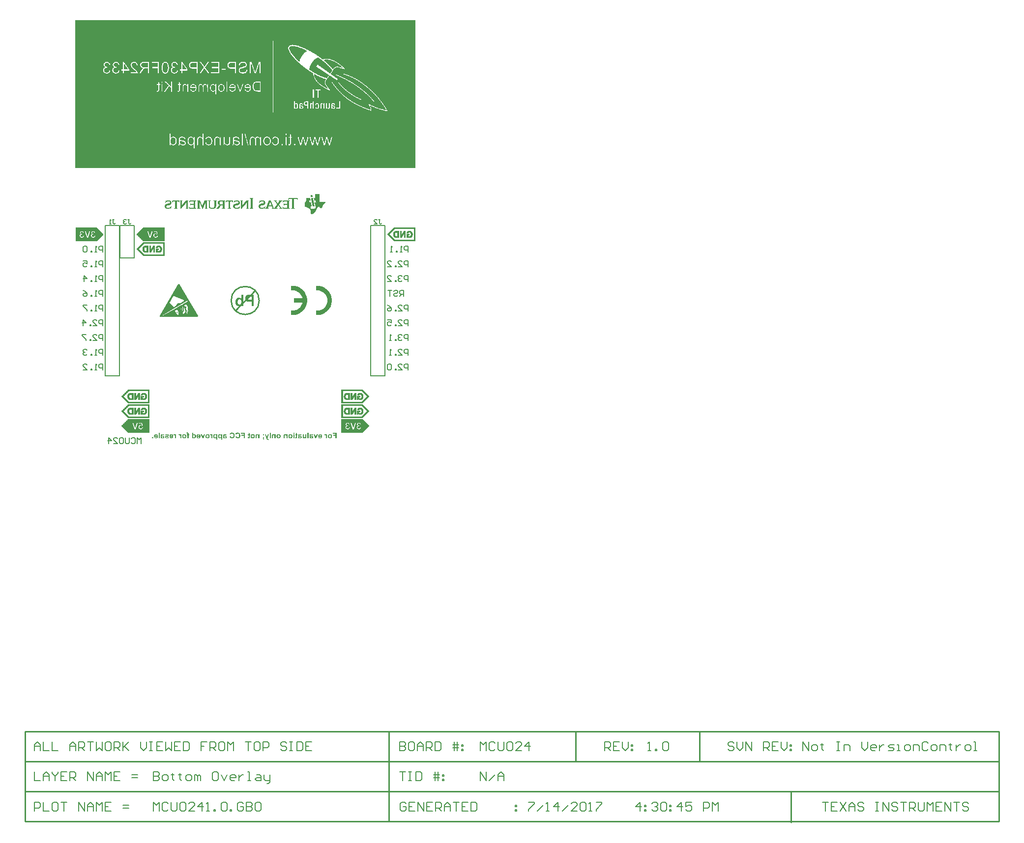
<source format=gbo>
G04 Layer_Color=9218505*
%FSAX25Y25*%
%MOIN*%
G70*
G01*
G75*
%ADD48C,0.01000*%
%ADD49C,0.00800*%
%ADD71C,0.00787*%
%ADD73C,0.00500*%
%ADD74C,0.00050*%
%ADD76C,0.00600*%
%ADD135C,0.00010*%
%ADD136C,0.00200*%
%ADD137C,0.00300*%
G36*
X0251200Y0299900D02*
X0250427D01*
Y0301529D01*
X0248826D01*
Y0302177D01*
X0250427D01*
Y0303085D01*
X0248571D01*
Y0303734D01*
X0251200D01*
Y0299900D01*
D02*
G37*
G36*
X0243449Y0302736D02*
X0243511Y0302725D01*
X0243563Y0302712D01*
X0243610Y0302695D01*
X0243649Y0302678D01*
X0243679Y0302664D01*
X0243690Y0302659D01*
X0243699Y0302653D01*
X0243702Y0302651D01*
X0243704D01*
X0243729Y0302631D01*
X0243757Y0302609D01*
X0243785Y0302584D01*
X0243812Y0302556D01*
X0243865Y0302496D01*
X0243912Y0302434D01*
X0243954Y0302376D01*
X0243973Y0302349D01*
X0243987Y0302326D01*
X0244001Y0302310D01*
X0244009Y0302293D01*
X0244015Y0302285D01*
X0244017Y0302282D01*
Y0302678D01*
X0244699D01*
Y0299900D01*
X0243965D01*
Y0300756D01*
Y0300822D01*
Y0300883D01*
X0243962Y0301000D01*
X0243959Y0301105D01*
X0243956Y0301202D01*
X0243951Y0301285D01*
X0243945Y0301363D01*
X0243940Y0301429D01*
X0243934Y0301487D01*
X0243929Y0301537D01*
X0243923Y0301579D01*
X0243918Y0301615D01*
X0243912Y0301642D01*
X0243909Y0301662D01*
X0243907Y0301676D01*
X0243904Y0301684D01*
Y0301687D01*
X0243893Y0301725D01*
X0243879Y0301764D01*
X0243865Y0301797D01*
X0243851Y0301828D01*
X0243837Y0301856D01*
X0243824Y0301881D01*
X0243799Y0301925D01*
X0243774Y0301955D01*
X0243754Y0301977D01*
X0243743Y0301991D01*
X0243738Y0301994D01*
X0243696Y0302022D01*
X0243652Y0302044D01*
X0243607Y0302058D01*
X0243566Y0302069D01*
X0243530Y0302074D01*
X0243499Y0302080D01*
X0243444D01*
X0243413Y0302074D01*
X0243353Y0302061D01*
X0243294Y0302041D01*
X0243242Y0302019D01*
X0243195Y0301997D01*
X0243175Y0301986D01*
X0243159Y0301977D01*
X0243148Y0301969D01*
X0243137Y0301964D01*
X0243131Y0301961D01*
X0243128Y0301958D01*
X0242898Y0302598D01*
X0242943Y0302623D01*
X0242987Y0302645D01*
X0243031Y0302664D01*
X0243073Y0302681D01*
X0243156Y0302706D01*
X0243231Y0302723D01*
X0243264Y0302728D01*
X0243294Y0302731D01*
X0243319Y0302734D01*
X0243341Y0302736D01*
X0243361Y0302739D01*
X0243386D01*
X0243449Y0302736D01*
D02*
G37*
G36*
X0139284Y0302734D02*
X0139381Y0302723D01*
X0139472Y0302703D01*
X0139558Y0302678D01*
X0139638Y0302648D01*
X0139713Y0302615D01*
X0139782Y0302579D01*
X0139846Y0302543D01*
X0139901Y0302507D01*
X0139951Y0302471D01*
X0139996Y0302437D01*
X0140032Y0302407D01*
X0140059Y0302382D01*
X0140079Y0302362D01*
X0140090Y0302351D01*
X0140095Y0302346D01*
X0140159Y0302268D01*
X0140214Y0302188D01*
X0140261Y0302102D01*
X0140303Y0302013D01*
X0140339Y0301922D01*
X0140367Y0301834D01*
X0140392Y0301745D01*
X0140411Y0301659D01*
X0140425Y0301579D01*
X0140436Y0301504D01*
X0140444Y0301437D01*
X0140450Y0301379D01*
X0140453Y0301354D01*
Y0301332D01*
Y0301313D01*
X0140455Y0301296D01*
Y0301282D01*
Y0301274D01*
Y0301268D01*
Y0301266D01*
X0140453Y0301160D01*
X0140444Y0301058D01*
X0140430Y0300961D01*
X0140411Y0300872D01*
X0140392Y0300786D01*
X0140369Y0300709D01*
X0140345Y0300637D01*
X0140317Y0300570D01*
X0140292Y0300509D01*
X0140267Y0300457D01*
X0140245Y0300412D01*
X0140223Y0300376D01*
X0140206Y0300346D01*
X0140192Y0300324D01*
X0140184Y0300313D01*
X0140181Y0300307D01*
X0140112Y0300224D01*
X0140034Y0300152D01*
X0139954Y0300088D01*
X0139868Y0300036D01*
X0139779Y0299989D01*
X0139691Y0299953D01*
X0139602Y0299919D01*
X0139516Y0299894D01*
X0139433Y0299875D01*
X0139356Y0299861D01*
X0139289Y0299850D01*
X0139228Y0299845D01*
X0139201Y0299842D01*
X0139178Y0299839D01*
X0139159D01*
X0139140Y0299836D01*
X0139109D01*
X0139026Y0299839D01*
X0138946Y0299845D01*
X0138868Y0299856D01*
X0138796Y0299869D01*
X0138730Y0299883D01*
X0138666Y0299903D01*
X0138611Y0299922D01*
X0138558Y0299942D01*
X0138511Y0299961D01*
X0138467Y0299978D01*
X0138433Y0299997D01*
X0138403Y0300011D01*
X0138378Y0300025D01*
X0138361Y0300036D01*
X0138350Y0300041D01*
X0138347Y0300044D01*
X0138292Y0300086D01*
X0138239Y0300130D01*
X0138192Y0300180D01*
X0138148Y0300230D01*
X0138109Y0300279D01*
X0138070Y0300332D01*
X0138037Y0300382D01*
X0138010Y0300432D01*
X0137982Y0300476D01*
X0137960Y0300520D01*
X0137940Y0300559D01*
X0137926Y0300592D01*
X0137912Y0300620D01*
X0137904Y0300642D01*
X0137901Y0300653D01*
X0137899Y0300659D01*
X0138630Y0300781D01*
X0138655Y0300706D01*
X0138683Y0300645D01*
X0138713Y0300592D01*
X0138743Y0300551D01*
X0138768Y0300518D01*
X0138791Y0300496D01*
X0138804Y0300482D01*
X0138807Y0300476D01*
X0138810D01*
X0138857Y0300446D01*
X0138904Y0300424D01*
X0138954Y0300407D01*
X0138998Y0300396D01*
X0139040Y0300390D01*
X0139070Y0300388D01*
X0139084Y0300385D01*
X0139101D01*
X0139148Y0300388D01*
X0139192Y0300393D01*
X0139234Y0300401D01*
X0139275Y0300412D01*
X0139347Y0300443D01*
X0139381Y0300457D01*
X0139408Y0300476D01*
X0139436Y0300493D01*
X0139458Y0300507D01*
X0139480Y0300523D01*
X0139497Y0300537D01*
X0139511Y0300548D01*
X0139519Y0300556D01*
X0139525Y0300562D01*
X0139527Y0300565D01*
X0139558Y0300601D01*
X0139583Y0300640D01*
X0139605Y0300681D01*
X0139627Y0300723D01*
X0139644Y0300764D01*
X0139658Y0300806D01*
X0139677Y0300889D01*
X0139685Y0300928D01*
X0139691Y0300961D01*
X0139696Y0300994D01*
X0139699Y0301022D01*
Y0301044D01*
X0139702Y0301061D01*
Y0301072D01*
Y0301075D01*
X0137860D01*
X0137863Y0301227D01*
X0137871Y0301371D01*
X0137888Y0301504D01*
X0137907Y0301626D01*
X0137935Y0301739D01*
X0137962Y0301842D01*
X0137996Y0301936D01*
X0138029Y0302019D01*
X0138062Y0302091D01*
X0138093Y0302155D01*
X0138123Y0302207D01*
X0138151Y0302252D01*
X0138173Y0302285D01*
X0138189Y0302310D01*
X0138203Y0302324D01*
X0138206Y0302329D01*
X0138275Y0302401D01*
X0138350Y0302465D01*
X0138428Y0302520D01*
X0138508Y0302568D01*
X0138591Y0302606D01*
X0138672Y0302640D01*
X0138752Y0302667D01*
X0138827Y0302689D01*
X0138899Y0302706D01*
X0138968Y0302717D01*
X0139026Y0302728D01*
X0139079Y0302734D01*
X0139123Y0302736D01*
X0139140D01*
X0139154Y0302739D01*
X0139181D01*
X0139284Y0302734D01*
D02*
G37*
G36*
X0128863D02*
X0128960Y0302723D01*
X0129051Y0302703D01*
X0129137Y0302678D01*
X0129218Y0302648D01*
X0129292Y0302615D01*
X0129362Y0302579D01*
X0129425Y0302543D01*
X0129481Y0302507D01*
X0129531Y0302471D01*
X0129575Y0302437D01*
X0129611Y0302407D01*
X0129639Y0302382D01*
X0129658Y0302362D01*
X0129669Y0302351D01*
X0129675Y0302346D01*
X0129738Y0302268D01*
X0129794Y0302188D01*
X0129841Y0302102D01*
X0129882Y0302013D01*
X0129918Y0301922D01*
X0129946Y0301834D01*
X0129971Y0301745D01*
X0129990Y0301659D01*
X0130004Y0301579D01*
X0130015Y0301504D01*
X0130024Y0301437D01*
X0130029Y0301379D01*
X0130032Y0301354D01*
Y0301332D01*
Y0301313D01*
X0130035Y0301296D01*
Y0301282D01*
Y0301274D01*
Y0301268D01*
Y0301266D01*
X0130032Y0301160D01*
X0130024Y0301058D01*
X0130010Y0300961D01*
X0129990Y0300872D01*
X0129971Y0300786D01*
X0129949Y0300709D01*
X0129924Y0300637D01*
X0129896Y0300570D01*
X0129871Y0300509D01*
X0129846Y0300457D01*
X0129824Y0300412D01*
X0129802Y0300376D01*
X0129785Y0300346D01*
X0129771Y0300324D01*
X0129763Y0300313D01*
X0129760Y0300307D01*
X0129691Y0300224D01*
X0129614Y0300152D01*
X0129533Y0300088D01*
X0129447Y0300036D01*
X0129359Y0299989D01*
X0129270Y0299953D01*
X0129182Y0299919D01*
X0129096Y0299894D01*
X0129013Y0299875D01*
X0128935Y0299861D01*
X0128868Y0299850D01*
X0128807Y0299845D01*
X0128780Y0299842D01*
X0128758Y0299839D01*
X0128738D01*
X0128719Y0299836D01*
X0128688D01*
X0128605Y0299839D01*
X0128525Y0299845D01*
X0128447Y0299856D01*
X0128375Y0299869D01*
X0128309Y0299883D01*
X0128245Y0299903D01*
X0128190Y0299922D01*
X0128137Y0299942D01*
X0128090Y0299961D01*
X0128046Y0299978D01*
X0128013Y0299997D01*
X0127982Y0300011D01*
X0127957Y0300025D01*
X0127940Y0300036D01*
X0127929Y0300041D01*
X0127927Y0300044D01*
X0127871Y0300086D01*
X0127819Y0300130D01*
X0127772Y0300180D01*
X0127727Y0300230D01*
X0127689Y0300279D01*
X0127650Y0300332D01*
X0127617Y0300382D01*
X0127589Y0300432D01*
X0127561Y0300476D01*
X0127539Y0300520D01*
X0127520Y0300559D01*
X0127506Y0300592D01*
X0127492Y0300620D01*
X0127483Y0300642D01*
X0127481Y0300653D01*
X0127478Y0300659D01*
X0128209Y0300781D01*
X0128234Y0300706D01*
X0128262Y0300645D01*
X0128292Y0300592D01*
X0128323Y0300551D01*
X0128348Y0300518D01*
X0128370Y0300496D01*
X0128384Y0300482D01*
X0128386Y0300476D01*
X0128389D01*
X0128436Y0300446D01*
X0128483Y0300424D01*
X0128533Y0300407D01*
X0128578Y0300396D01*
X0128619Y0300390D01*
X0128650Y0300388D01*
X0128664Y0300385D01*
X0128680D01*
X0128727Y0300388D01*
X0128771Y0300393D01*
X0128813Y0300401D01*
X0128855Y0300412D01*
X0128927Y0300443D01*
X0128960Y0300457D01*
X0128988Y0300476D01*
X0129015Y0300493D01*
X0129037Y0300507D01*
X0129060Y0300523D01*
X0129076Y0300537D01*
X0129090Y0300548D01*
X0129098Y0300556D01*
X0129104Y0300562D01*
X0129107Y0300565D01*
X0129137Y0300601D01*
X0129162Y0300640D01*
X0129184Y0300681D01*
X0129206Y0300723D01*
X0129223Y0300764D01*
X0129237Y0300806D01*
X0129256Y0300889D01*
X0129265Y0300928D01*
X0129270Y0300961D01*
X0129276Y0300994D01*
X0129278Y0301022D01*
Y0301044D01*
X0129281Y0301061D01*
Y0301072D01*
Y0301075D01*
X0127439D01*
X0127442Y0301227D01*
X0127450Y0301371D01*
X0127467Y0301504D01*
X0127486Y0301626D01*
X0127514Y0301739D01*
X0127542Y0301842D01*
X0127575Y0301936D01*
X0127608Y0302019D01*
X0127641Y0302091D01*
X0127672Y0302155D01*
X0127702Y0302207D01*
X0127730Y0302252D01*
X0127752Y0302285D01*
X0127769Y0302310D01*
X0127783Y0302324D01*
X0127785Y0302329D01*
X0127855Y0302401D01*
X0127929Y0302465D01*
X0128007Y0302520D01*
X0128087Y0302568D01*
X0128171Y0302606D01*
X0128251Y0302640D01*
X0128331Y0302667D01*
X0128406Y0302689D01*
X0128478Y0302706D01*
X0128547Y0302717D01*
X0128605Y0302728D01*
X0128658Y0302734D01*
X0128702Y0302736D01*
X0128719D01*
X0128733Y0302739D01*
X0128761D01*
X0128863Y0302734D01*
D02*
G37*
G36*
X0232162Y0299900D02*
X0231428D01*
Y0303734D01*
X0232162D01*
Y0299900D01*
D02*
G37*
G36*
X0208365Y0302734D02*
X0208462Y0302720D01*
X0208553Y0302695D01*
X0208639Y0302664D01*
X0208719Y0302631D01*
X0208797Y0302590D01*
X0208866Y0302548D01*
X0208927Y0302504D01*
X0208985Y0302460D01*
X0209035Y0302418D01*
X0209077Y0302376D01*
X0209113Y0302343D01*
X0209143Y0302313D01*
X0209162Y0302288D01*
X0209174Y0302274D01*
X0209179Y0302268D01*
Y0302678D01*
X0209860D01*
Y0299900D01*
X0209126D01*
Y0301155D01*
Y0301238D01*
X0209124Y0301315D01*
X0209121Y0301388D01*
X0209118Y0301451D01*
X0209113Y0301509D01*
X0209110Y0301562D01*
X0209104Y0301606D01*
X0209099Y0301648D01*
X0209093Y0301684D01*
X0209088Y0301714D01*
X0209085Y0301739D01*
X0209079Y0301759D01*
X0209077Y0301772D01*
X0209074Y0301784D01*
X0209071Y0301789D01*
Y0301792D01*
X0209046Y0301853D01*
X0209016Y0301908D01*
X0208980Y0301958D01*
X0208946Y0301997D01*
X0208913Y0302030D01*
X0208888Y0302052D01*
X0208877Y0302061D01*
X0208869Y0302066D01*
X0208866Y0302072D01*
X0208863D01*
X0208805Y0302108D01*
X0208744Y0302133D01*
X0208686Y0302152D01*
X0208633Y0302163D01*
X0208586Y0302171D01*
X0208567Y0302174D01*
X0208550D01*
X0208537Y0302177D01*
X0208517D01*
X0208464Y0302174D01*
X0208415Y0302166D01*
X0208370Y0302152D01*
X0208334Y0302141D01*
X0208304Y0302127D01*
X0208282Y0302113D01*
X0208268Y0302105D01*
X0208262Y0302102D01*
X0208226Y0302072D01*
X0208193Y0302041D01*
X0208168Y0302005D01*
X0208146Y0301972D01*
X0208129Y0301944D01*
X0208118Y0301919D01*
X0208113Y0301903D01*
X0208110Y0301900D01*
Y0301897D01*
X0208102Y0301870D01*
X0208093Y0301834D01*
X0208088Y0301795D01*
X0208082Y0301750D01*
X0208077Y0301703D01*
X0208071Y0301653D01*
X0208066Y0301556D01*
X0208063Y0301509D01*
Y0301465D01*
Y0301424D01*
X0208060Y0301388D01*
Y0301357D01*
Y0301335D01*
Y0301321D01*
Y0301315D01*
Y0299900D01*
X0207326D01*
Y0301623D01*
Y0301681D01*
X0207329Y0301736D01*
Y0301789D01*
X0207331Y0301836D01*
X0207334Y0301881D01*
X0207340Y0301922D01*
X0207343Y0301958D01*
X0207345Y0301991D01*
X0207351Y0302022D01*
X0207354Y0302047D01*
X0207356Y0302069D01*
X0207362Y0302088D01*
X0207365Y0302102D01*
Y0302111D01*
X0207367Y0302116D01*
Y0302119D01*
X0207387Y0302183D01*
X0207409Y0302241D01*
X0207431Y0302291D01*
X0207456Y0302338D01*
X0207478Y0302374D01*
X0207498Y0302401D01*
X0207503Y0302412D01*
X0207509Y0302421D01*
X0207514Y0302424D01*
Y0302426D01*
X0207556Y0302476D01*
X0207606Y0302518D01*
X0207656Y0302556D01*
X0207705Y0302590D01*
X0207750Y0302615D01*
X0207769Y0302626D01*
X0207786Y0302634D01*
X0207800Y0302642D01*
X0207811Y0302648D01*
X0207816Y0302651D01*
X0207819D01*
X0207897Y0302681D01*
X0207971Y0302703D01*
X0208046Y0302717D01*
X0208115Y0302728D01*
X0208146Y0302731D01*
X0208174Y0302734D01*
X0208198Y0302736D01*
X0208221Y0302739D01*
X0208262D01*
X0208365Y0302734D01*
D02*
G37*
G36*
X0206581Y0299900D02*
X0205847D01*
Y0303734D01*
X0206581D01*
Y0299900D01*
D02*
G37*
G36*
X0222641D02*
X0221907D01*
Y0302678D01*
X0222641D01*
Y0299900D01*
D02*
G37*
G36*
X0216395Y0302734D02*
X0216492Y0302720D01*
X0216583Y0302695D01*
X0216669Y0302664D01*
X0216750Y0302631D01*
X0216827Y0302590D01*
X0216896Y0302548D01*
X0216957Y0302504D01*
X0217015Y0302460D01*
X0217065Y0302418D01*
X0217107Y0302376D01*
X0217143Y0302343D01*
X0217173Y0302313D01*
X0217193Y0302288D01*
X0217204Y0302274D01*
X0217209Y0302268D01*
Y0302678D01*
X0217891D01*
Y0299900D01*
X0217157D01*
Y0301155D01*
Y0301238D01*
X0217154Y0301315D01*
X0217151Y0301388D01*
X0217148Y0301451D01*
X0217143Y0301509D01*
X0217140Y0301562D01*
X0217134Y0301606D01*
X0217129Y0301648D01*
X0217124Y0301684D01*
X0217118Y0301714D01*
X0217115Y0301739D01*
X0217110Y0301759D01*
X0217107Y0301772D01*
X0217104Y0301784D01*
X0217101Y0301789D01*
Y0301792D01*
X0217076Y0301853D01*
X0217046Y0301908D01*
X0217010Y0301958D01*
X0216977Y0301997D01*
X0216943Y0302030D01*
X0216918Y0302052D01*
X0216907Y0302061D01*
X0216899Y0302066D01*
X0216896Y0302072D01*
X0216894D01*
X0216835Y0302108D01*
X0216774Y0302133D01*
X0216716Y0302152D01*
X0216664Y0302163D01*
X0216617Y0302171D01*
X0216597Y0302174D01*
X0216581D01*
X0216567Y0302177D01*
X0216547D01*
X0216495Y0302174D01*
X0216445Y0302166D01*
X0216401Y0302152D01*
X0216365Y0302141D01*
X0216334Y0302127D01*
X0216312Y0302113D01*
X0216298Y0302105D01*
X0216293Y0302102D01*
X0216256Y0302072D01*
X0216223Y0302041D01*
X0216198Y0302005D01*
X0216176Y0301972D01*
X0216160Y0301944D01*
X0216148Y0301919D01*
X0216143Y0301903D01*
X0216140Y0301900D01*
Y0301897D01*
X0216132Y0301870D01*
X0216124Y0301834D01*
X0216118Y0301795D01*
X0216112Y0301750D01*
X0216107Y0301703D01*
X0216101Y0301653D01*
X0216096Y0301556D01*
X0216093Y0301509D01*
Y0301465D01*
Y0301424D01*
X0216090Y0301388D01*
Y0301357D01*
Y0301335D01*
Y0301321D01*
Y0301315D01*
Y0299900D01*
X0215356D01*
Y0301623D01*
Y0301681D01*
X0215359Y0301736D01*
Y0301789D01*
X0215362Y0301836D01*
X0215365Y0301881D01*
X0215370Y0301922D01*
X0215373Y0301958D01*
X0215376Y0301991D01*
X0215381Y0302022D01*
X0215384Y0302047D01*
X0215387Y0302069D01*
X0215392Y0302088D01*
X0215395Y0302102D01*
Y0302111D01*
X0215398Y0302116D01*
Y0302119D01*
X0215417Y0302183D01*
X0215439Y0302241D01*
X0215461Y0302291D01*
X0215486Y0302338D01*
X0215509Y0302374D01*
X0215528Y0302401D01*
X0215533Y0302412D01*
X0215539Y0302421D01*
X0215545Y0302424D01*
Y0302426D01*
X0215586Y0302476D01*
X0215636Y0302518D01*
X0215686Y0302556D01*
X0215736Y0302590D01*
X0215780Y0302615D01*
X0215799Y0302626D01*
X0215816Y0302634D01*
X0215830Y0302642D01*
X0215841Y0302648D01*
X0215846Y0302651D01*
X0215849D01*
X0215927Y0302681D01*
X0216002Y0302703D01*
X0216076Y0302717D01*
X0216146Y0302728D01*
X0216176Y0302731D01*
X0216204Y0302734D01*
X0216229Y0302736D01*
X0216251Y0302739D01*
X0216293D01*
X0216395Y0302734D01*
D02*
G37*
G36*
X0184171Y0303795D02*
X0184244Y0303792D01*
X0184385Y0303775D01*
X0184515Y0303748D01*
X0184640Y0303714D01*
X0184756Y0303676D01*
X0184861Y0303628D01*
X0184961Y0303581D01*
X0185050Y0303532D01*
X0185127Y0303482D01*
X0185196Y0303434D01*
X0185257Y0303390D01*
X0185307Y0303349D01*
X0185346Y0303315D01*
X0185374Y0303288D01*
X0185382Y0303279D01*
X0185390Y0303271D01*
X0185393Y0303268D01*
X0185396Y0303266D01*
X0185440Y0303216D01*
X0185482Y0303163D01*
X0185559Y0303049D01*
X0185623Y0302933D01*
X0185681Y0302811D01*
X0185728Y0302687D01*
X0185770Y0302565D01*
X0185800Y0302443D01*
X0185828Y0302324D01*
X0185847Y0302213D01*
X0185864Y0302111D01*
X0185870Y0302063D01*
X0185875Y0302019D01*
X0185878Y0301977D01*
X0185881Y0301939D01*
X0185883Y0301903D01*
X0185886Y0301872D01*
Y0301845D01*
X0185889Y0301822D01*
Y0301806D01*
Y0301792D01*
Y0301784D01*
Y0301781D01*
X0185886Y0301698D01*
X0185883Y0301615D01*
X0185867Y0301460D01*
X0185845Y0301313D01*
X0185811Y0301177D01*
X0185775Y0301049D01*
X0185734Y0300930D01*
X0185689Y0300825D01*
X0185642Y0300728D01*
X0185598Y0300642D01*
X0185554Y0300568D01*
X0185532Y0300534D01*
X0185512Y0300504D01*
X0185493Y0300476D01*
X0185476Y0300451D01*
X0185460Y0300429D01*
X0185443Y0300410D01*
X0185432Y0300393D01*
X0185421Y0300379D01*
X0185410Y0300368D01*
X0185404Y0300360D01*
X0185399Y0300357D01*
Y0300354D01*
X0185352Y0300307D01*
X0185304Y0300263D01*
X0185255Y0300221D01*
X0185205Y0300183D01*
X0185099Y0300113D01*
X0184997Y0300052D01*
X0184889Y0300003D01*
X0184786Y0299961D01*
X0184684Y0299925D01*
X0184587Y0299900D01*
X0184496Y0299878D01*
X0184413Y0299861D01*
X0184335Y0299850D01*
X0184302Y0299845D01*
X0184271Y0299842D01*
X0184244Y0299839D01*
X0184219Y0299836D01*
X0184196D01*
X0184177Y0299833D01*
X0184144D01*
X0184030Y0299836D01*
X0183922Y0299847D01*
X0183820Y0299861D01*
X0183726Y0299881D01*
X0183634Y0299905D01*
X0183551Y0299931D01*
X0183474Y0299958D01*
X0183404Y0299986D01*
X0183341Y0300014D01*
X0183285Y0300041D01*
X0183238Y0300069D01*
X0183199Y0300091D01*
X0183169Y0300111D01*
X0183147Y0300124D01*
X0183133Y0300135D01*
X0183127Y0300138D01*
X0183055Y0300199D01*
X0182986Y0300266D01*
X0182925Y0300338D01*
X0182867Y0300412D01*
X0182814Y0300490D01*
X0182767Y0300568D01*
X0182726Y0300645D01*
X0182690Y0300720D01*
X0182656Y0300789D01*
X0182629Y0300856D01*
X0182604Y0300917D01*
X0182584Y0300969D01*
X0182571Y0301011D01*
X0182565Y0301030D01*
X0182559Y0301044D01*
X0182557Y0301055D01*
X0182554Y0301063D01*
X0182551Y0301069D01*
Y0301072D01*
X0183302Y0301310D01*
X0183321Y0301232D01*
X0183343Y0301160D01*
X0183368Y0301097D01*
X0183393Y0301033D01*
X0183418Y0300977D01*
X0183446Y0300928D01*
X0183474Y0300881D01*
X0183498Y0300842D01*
X0183523Y0300806D01*
X0183545Y0300775D01*
X0183568Y0300748D01*
X0183587Y0300728D01*
X0183601Y0300712D01*
X0183612Y0300698D01*
X0183620Y0300692D01*
X0183623Y0300689D01*
X0183665Y0300656D01*
X0183709Y0300626D01*
X0183753Y0300601D01*
X0183800Y0300579D01*
X0183845Y0300559D01*
X0183889Y0300543D01*
X0183931Y0300529D01*
X0183969Y0300520D01*
X0184008Y0300512D01*
X0184044Y0300507D01*
X0184075Y0300501D01*
X0184099Y0300498D01*
X0184122Y0300496D01*
X0184152D01*
X0184230Y0300498D01*
X0184302Y0300509D01*
X0184371Y0300523D01*
X0184435Y0300543D01*
X0184496Y0300568D01*
X0184551Y0300592D01*
X0184601Y0300620D01*
X0184648Y0300651D01*
X0184689Y0300678D01*
X0184725Y0300706D01*
X0184759Y0300731D01*
X0184784Y0300756D01*
X0184803Y0300775D01*
X0184820Y0300789D01*
X0184828Y0300800D01*
X0184831Y0300803D01*
X0184878Y0300867D01*
X0184917Y0300936D01*
X0184953Y0301013D01*
X0184980Y0301094D01*
X0185005Y0301180D01*
X0185028Y0301266D01*
X0185044Y0301351D01*
X0185058Y0301435D01*
X0185069Y0301515D01*
X0185077Y0301590D01*
X0185083Y0301659D01*
X0185086Y0301717D01*
X0185088Y0301745D01*
Y0301767D01*
X0185091Y0301786D01*
Y0301806D01*
Y0301817D01*
Y0301828D01*
Y0301834D01*
Y0301836D01*
X0185088Y0301961D01*
X0185080Y0302077D01*
X0185066Y0302183D01*
X0185050Y0302282D01*
X0185030Y0302371D01*
X0185008Y0302451D01*
X0184983Y0302526D01*
X0184958Y0302590D01*
X0184936Y0302648D01*
X0184911Y0302695D01*
X0184889Y0302736D01*
X0184870Y0302770D01*
X0184853Y0302795D01*
X0184839Y0302814D01*
X0184831Y0302825D01*
X0184828Y0302828D01*
X0184775Y0302883D01*
X0184723Y0302930D01*
X0184665Y0302969D01*
X0184609Y0303005D01*
X0184551Y0303036D01*
X0184493Y0303061D01*
X0184438Y0303080D01*
X0184382Y0303097D01*
X0184332Y0303110D01*
X0184285Y0303119D01*
X0184244Y0303127D01*
X0184207Y0303130D01*
X0184180Y0303133D01*
X0184158Y0303135D01*
X0184138D01*
X0184080Y0303133D01*
X0184028Y0303127D01*
X0183975Y0303119D01*
X0183925Y0303108D01*
X0183881Y0303094D01*
X0183836Y0303080D01*
X0183798Y0303063D01*
X0183759Y0303049D01*
X0183728Y0303033D01*
X0183698Y0303016D01*
X0183673Y0303002D01*
X0183653Y0302989D01*
X0183637Y0302977D01*
X0183623Y0302969D01*
X0183617Y0302964D01*
X0183615Y0302961D01*
X0183576Y0302928D01*
X0183540Y0302892D01*
X0183507Y0302853D01*
X0183479Y0302814D01*
X0183454Y0302775D01*
X0183429Y0302736D01*
X0183390Y0302662D01*
X0183377Y0302628D01*
X0183363Y0302595D01*
X0183352Y0302568D01*
X0183343Y0302543D01*
X0183338Y0302520D01*
X0183332Y0302507D01*
X0183329Y0302496D01*
Y0302493D01*
X0182562Y0302676D01*
X0182587Y0302759D01*
X0182618Y0302839D01*
X0182648Y0302911D01*
X0182678Y0302980D01*
X0182712Y0303041D01*
X0182745Y0303099D01*
X0182778Y0303152D01*
X0182809Y0303199D01*
X0182839Y0303241D01*
X0182867Y0303277D01*
X0182892Y0303310D01*
X0182914Y0303335D01*
X0182931Y0303354D01*
X0182944Y0303368D01*
X0182953Y0303376D01*
X0182956Y0303379D01*
X0183041Y0303454D01*
X0183130Y0303518D01*
X0183224Y0303573D01*
X0183318Y0303620D01*
X0183415Y0303662D01*
X0183510Y0303695D01*
X0183604Y0303723D01*
X0183692Y0303745D01*
X0183775Y0303761D01*
X0183853Y0303775D01*
X0183920Y0303783D01*
X0183980Y0303792D01*
X0184005D01*
X0184030Y0303795D01*
X0184050D01*
X0184066Y0303797D01*
X0184097D01*
X0184171Y0303795D01*
D02*
G37*
G36*
X0180305D02*
X0180377Y0303792D01*
X0180518Y0303775D01*
X0180648Y0303748D01*
X0180773Y0303714D01*
X0180889Y0303676D01*
X0180994Y0303628D01*
X0181094Y0303581D01*
X0181183Y0303532D01*
X0181260Y0303482D01*
X0181330Y0303434D01*
X0181391Y0303390D01*
X0181440Y0303349D01*
X0181479Y0303315D01*
X0181507Y0303288D01*
X0181515Y0303279D01*
X0181523Y0303271D01*
X0181526Y0303268D01*
X0181529Y0303266D01*
X0181573Y0303216D01*
X0181615Y0303163D01*
X0181692Y0303049D01*
X0181756Y0302933D01*
X0181814Y0302811D01*
X0181861Y0302687D01*
X0181903Y0302565D01*
X0181933Y0302443D01*
X0181961Y0302324D01*
X0181981Y0302213D01*
X0181997Y0302111D01*
X0182003Y0302063D01*
X0182008Y0302019D01*
X0182011Y0301977D01*
X0182014Y0301939D01*
X0182017Y0301903D01*
X0182019Y0301872D01*
Y0301845D01*
X0182022Y0301822D01*
Y0301806D01*
Y0301792D01*
Y0301784D01*
Y0301781D01*
X0182019Y0301698D01*
X0182017Y0301615D01*
X0182000Y0301460D01*
X0181978Y0301313D01*
X0181945Y0301177D01*
X0181908Y0301049D01*
X0181867Y0300930D01*
X0181823Y0300825D01*
X0181775Y0300728D01*
X0181731Y0300642D01*
X0181687Y0300568D01*
X0181665Y0300534D01*
X0181645Y0300504D01*
X0181626Y0300476D01*
X0181609Y0300451D01*
X0181593Y0300429D01*
X0181576Y0300410D01*
X0181565Y0300393D01*
X0181554Y0300379D01*
X0181543Y0300368D01*
X0181537Y0300360D01*
X0181532Y0300357D01*
Y0300354D01*
X0181485Y0300307D01*
X0181438Y0300263D01*
X0181388Y0300221D01*
X0181338Y0300183D01*
X0181233Y0300113D01*
X0181130Y0300052D01*
X0181022Y0300003D01*
X0180920Y0299961D01*
X0180817Y0299925D01*
X0180720Y0299900D01*
X0180629Y0299878D01*
X0180546Y0299861D01*
X0180468Y0299850D01*
X0180435Y0299845D01*
X0180404Y0299842D01*
X0180377Y0299839D01*
X0180352Y0299836D01*
X0180330D01*
X0180310Y0299833D01*
X0180277D01*
X0180163Y0299836D01*
X0180055Y0299847D01*
X0179953Y0299861D01*
X0179859Y0299881D01*
X0179767Y0299905D01*
X0179684Y0299931D01*
X0179607Y0299958D01*
X0179537Y0299986D01*
X0179474Y0300014D01*
X0179418Y0300041D01*
X0179371Y0300069D01*
X0179332Y0300091D01*
X0179302Y0300111D01*
X0179280Y0300124D01*
X0179266Y0300135D01*
X0179260Y0300138D01*
X0179188Y0300199D01*
X0179119Y0300266D01*
X0179058Y0300338D01*
X0179000Y0300412D01*
X0178947Y0300490D01*
X0178900Y0300568D01*
X0178859Y0300645D01*
X0178823Y0300720D01*
X0178789Y0300789D01*
X0178762Y0300856D01*
X0178737Y0300917D01*
X0178717Y0300969D01*
X0178704Y0301011D01*
X0178698Y0301030D01*
X0178692Y0301044D01*
X0178690Y0301055D01*
X0178687Y0301063D01*
X0178684Y0301069D01*
Y0301072D01*
X0179435Y0301310D01*
X0179454Y0301232D01*
X0179476Y0301160D01*
X0179501Y0301097D01*
X0179526Y0301033D01*
X0179551Y0300977D01*
X0179579Y0300928D01*
X0179607Y0300881D01*
X0179631Y0300842D01*
X0179656Y0300806D01*
X0179679Y0300775D01*
X0179701Y0300748D01*
X0179720Y0300728D01*
X0179734Y0300712D01*
X0179745Y0300698D01*
X0179753Y0300692D01*
X0179756Y0300689D01*
X0179798Y0300656D01*
X0179842Y0300626D01*
X0179886Y0300601D01*
X0179933Y0300579D01*
X0179978Y0300559D01*
X0180022Y0300543D01*
X0180064Y0300529D01*
X0180102Y0300520D01*
X0180141Y0300512D01*
X0180177Y0300507D01*
X0180208Y0300501D01*
X0180233Y0300498D01*
X0180255Y0300496D01*
X0180285D01*
X0180363Y0300498D01*
X0180435Y0300509D01*
X0180504Y0300523D01*
X0180568Y0300543D01*
X0180629Y0300568D01*
X0180684Y0300592D01*
X0180734Y0300620D01*
X0180781Y0300651D01*
X0180823Y0300678D01*
X0180859Y0300706D01*
X0180892Y0300731D01*
X0180917Y0300756D01*
X0180936Y0300775D01*
X0180953Y0300789D01*
X0180961Y0300800D01*
X0180964Y0300803D01*
X0181011Y0300867D01*
X0181050Y0300936D01*
X0181086Y0301013D01*
X0181114Y0301094D01*
X0181138Y0301180D01*
X0181160Y0301266D01*
X0181177Y0301351D01*
X0181191Y0301435D01*
X0181202Y0301515D01*
X0181210Y0301590D01*
X0181216Y0301659D01*
X0181219Y0301717D01*
X0181221Y0301745D01*
Y0301767D01*
X0181224Y0301786D01*
Y0301806D01*
Y0301817D01*
Y0301828D01*
Y0301834D01*
Y0301836D01*
X0181221Y0301961D01*
X0181213Y0302077D01*
X0181199Y0302183D01*
X0181183Y0302282D01*
X0181163Y0302371D01*
X0181141Y0302451D01*
X0181116Y0302526D01*
X0181091Y0302590D01*
X0181069Y0302648D01*
X0181044Y0302695D01*
X0181022Y0302736D01*
X0181003Y0302770D01*
X0180986Y0302795D01*
X0180972Y0302814D01*
X0180964Y0302825D01*
X0180961Y0302828D01*
X0180909Y0302883D01*
X0180856Y0302930D01*
X0180798Y0302969D01*
X0180742Y0303005D01*
X0180684Y0303036D01*
X0180626Y0303061D01*
X0180570Y0303080D01*
X0180515Y0303097D01*
X0180465Y0303110D01*
X0180418Y0303119D01*
X0180377Y0303127D01*
X0180341Y0303130D01*
X0180313Y0303133D01*
X0180291Y0303135D01*
X0180271D01*
X0180213Y0303133D01*
X0180161Y0303127D01*
X0180108Y0303119D01*
X0180058Y0303108D01*
X0180014Y0303094D01*
X0179970Y0303080D01*
X0179931Y0303063D01*
X0179892Y0303049D01*
X0179861Y0303033D01*
X0179831Y0303016D01*
X0179806Y0303002D01*
X0179787Y0302989D01*
X0179770Y0302977D01*
X0179756Y0302969D01*
X0179751Y0302964D01*
X0179748Y0302961D01*
X0179709Y0302928D01*
X0179673Y0302892D01*
X0179640Y0302853D01*
X0179612Y0302814D01*
X0179587Y0302775D01*
X0179562Y0302736D01*
X0179524Y0302662D01*
X0179510Y0302628D01*
X0179496Y0302595D01*
X0179485Y0302568D01*
X0179476Y0302543D01*
X0179471Y0302520D01*
X0179465Y0302507D01*
X0179463Y0302496D01*
Y0302493D01*
X0178695Y0302676D01*
X0178720Y0302759D01*
X0178751Y0302839D01*
X0178781Y0302911D01*
X0178812Y0302980D01*
X0178845Y0303041D01*
X0178878Y0303099D01*
X0178911Y0303152D01*
X0178942Y0303199D01*
X0178972Y0303241D01*
X0179000Y0303277D01*
X0179025Y0303310D01*
X0179047Y0303335D01*
X0179064Y0303354D01*
X0179077Y0303368D01*
X0179086Y0303376D01*
X0179089Y0303379D01*
X0179174Y0303454D01*
X0179263Y0303518D01*
X0179357Y0303573D01*
X0179452Y0303620D01*
X0179548Y0303662D01*
X0179643Y0303695D01*
X0179737Y0303723D01*
X0179825Y0303745D01*
X0179909Y0303761D01*
X0179986Y0303775D01*
X0180052Y0303783D01*
X0180113Y0303792D01*
X0180138D01*
X0180163Y0303795D01*
X0180183D01*
X0180199Y0303797D01*
X0180230D01*
X0180305Y0303795D01*
D02*
G37*
G36*
X0160898Y0299900D02*
X0160236D01*
X0159134Y0302678D01*
X0159890D01*
X0160416Y0301260D01*
X0160433Y0301216D01*
X0160447Y0301174D01*
X0160460Y0301133D01*
X0160471Y0301097D01*
X0160483Y0301069D01*
X0160491Y0301044D01*
X0160494Y0301030D01*
X0160496Y0301025D01*
X0160499Y0301013D01*
X0160505Y0300997D01*
X0160513Y0300964D01*
X0160527Y0300925D01*
X0160538Y0300883D01*
X0160552Y0300847D01*
X0160560Y0300817D01*
X0160566Y0300803D01*
X0160568Y0300795D01*
X0160571Y0300789D01*
Y0300786D01*
X0160723Y0301260D01*
X0161247Y0302678D01*
X0162017D01*
X0160898Y0299900D01*
D02*
G37*
G36*
X0204390Y0299892D02*
X0204415Y0299809D01*
X0204445Y0299734D01*
X0204478Y0299667D01*
X0204509Y0299615D01*
X0204523Y0299590D01*
X0204537Y0299570D01*
X0204548Y0299551D01*
X0204559Y0299537D01*
X0204567Y0299526D01*
X0204573Y0299518D01*
X0204575Y0299512D01*
X0204578Y0299509D01*
X0204603Y0299482D01*
X0204628Y0299460D01*
X0204659Y0299440D01*
X0204689Y0299421D01*
X0204750Y0299393D01*
X0204811Y0299377D01*
X0204869Y0299365D01*
X0204891Y0299363D01*
X0204913Y0299360D01*
X0204930Y0299357D01*
X0204955D01*
X0205008Y0299360D01*
X0205063Y0299363D01*
X0205113Y0299368D01*
X0205163Y0299377D01*
X0205204Y0299382D01*
X0205221Y0299385D01*
X0205235Y0299388D01*
X0205248Y0299390D01*
X0205257D01*
X0205262Y0299393D01*
X0205265D01*
X0205199Y0298820D01*
X0205124Y0298803D01*
X0205049Y0298792D01*
X0204980Y0298784D01*
X0204916Y0298778D01*
X0204888Y0298775D01*
X0204841D01*
X0204822Y0298773D01*
X0204786D01*
X0204708Y0298775D01*
X0204639Y0298781D01*
X0204575Y0298786D01*
X0204517Y0298797D01*
X0204495Y0298800D01*
X0204473Y0298806D01*
X0204453Y0298809D01*
X0204440Y0298811D01*
X0204426Y0298814D01*
X0204417Y0298817D01*
X0204412Y0298820D01*
X0204409D01*
X0204348Y0298839D01*
X0204296Y0298858D01*
X0204248Y0298878D01*
X0204207Y0298900D01*
X0204174Y0298917D01*
X0204149Y0298931D01*
X0204135Y0298942D01*
X0204129Y0298944D01*
X0204088Y0298975D01*
X0204049Y0299008D01*
X0204016Y0299044D01*
X0203988Y0299077D01*
X0203963Y0299105D01*
X0203944Y0299127D01*
X0203933Y0299144D01*
X0203930Y0299149D01*
X0203897Y0299202D01*
X0203864Y0299260D01*
X0203833Y0299324D01*
X0203802Y0299382D01*
X0203780Y0299437D01*
X0203769Y0299460D01*
X0203761Y0299482D01*
X0203753Y0299498D01*
X0203750Y0299509D01*
X0203744Y0299518D01*
Y0299520D01*
X0203567Y0300003D01*
X0202587Y0302678D01*
X0203348D01*
X0203999Y0300703D01*
X0204661Y0302678D01*
X0205442D01*
X0204390Y0299892D01*
D02*
G37*
G36*
X0224392Y0303229D02*
Y0302678D01*
X0224730D01*
Y0302094D01*
X0224392D01*
Y0300881D01*
Y0300811D01*
Y0300748D01*
X0224389Y0300687D01*
Y0300634D01*
X0224386Y0300587D01*
X0224384Y0300545D01*
Y0300507D01*
X0224381Y0300476D01*
X0224378Y0300448D01*
X0224375Y0300424D01*
Y0300404D01*
X0224373Y0300388D01*
Y0300376D01*
X0224370Y0300368D01*
Y0300365D01*
Y0300363D01*
X0224359Y0300299D01*
X0224342Y0300241D01*
X0224325Y0300191D01*
X0224309Y0300149D01*
X0224292Y0300119D01*
X0224278Y0300094D01*
X0224270Y0300080D01*
X0224267Y0300075D01*
X0224237Y0300036D01*
X0224198Y0300003D01*
X0224162Y0299975D01*
X0224123Y0299950D01*
X0224087Y0299931D01*
X0224060Y0299914D01*
X0224048Y0299908D01*
X0224040Y0299905D01*
X0224037Y0299903D01*
X0224035D01*
X0223974Y0299881D01*
X0223910Y0299864D01*
X0223852Y0299853D01*
X0223796Y0299845D01*
X0223746Y0299839D01*
X0223727D01*
X0223710Y0299836D01*
X0223677D01*
X0223558Y0299842D01*
X0223450Y0299853D01*
X0223397Y0299861D01*
X0223350Y0299869D01*
X0223306Y0299881D01*
X0223265Y0299892D01*
X0223229Y0299900D01*
X0223195Y0299911D01*
X0223165Y0299919D01*
X0223140Y0299928D01*
X0223120Y0299933D01*
X0223107Y0299939D01*
X0223098Y0299944D01*
X0223096D01*
X0223159Y0300515D01*
X0223229Y0300493D01*
X0223287Y0300476D01*
X0223339Y0300462D01*
X0223381Y0300454D01*
X0223414Y0300448D01*
X0223436Y0300446D01*
X0223456D01*
X0223481Y0300448D01*
X0223505Y0300451D01*
X0223528Y0300457D01*
X0223544Y0300465D01*
X0223561Y0300471D01*
X0223572Y0300476D01*
X0223578Y0300479D01*
X0223580Y0300482D01*
X0223597Y0300496D01*
X0223611Y0300512D01*
X0223622Y0300526D01*
X0223630Y0300540D01*
X0223636Y0300554D01*
X0223641Y0300565D01*
X0223644Y0300570D01*
Y0300573D01*
X0223647Y0300587D01*
X0223650Y0300606D01*
Y0300631D01*
X0223652Y0300659D01*
Y0300692D01*
X0223655Y0300726D01*
Y0300795D01*
X0223658Y0300861D01*
Y0300892D01*
Y0300917D01*
Y0300941D01*
Y0300958D01*
Y0300969D01*
Y0300972D01*
Y0302094D01*
X0223156D01*
Y0302678D01*
X0223658D01*
Y0303662D01*
X0224392Y0303229D01*
D02*
G37*
G36*
X0240139Y0302734D02*
X0240236Y0302723D01*
X0240328Y0302703D01*
X0240414Y0302678D01*
X0240494Y0302648D01*
X0240569Y0302615D01*
X0240638Y0302579D01*
X0240702Y0302543D01*
X0240757Y0302507D01*
X0240807Y0302471D01*
X0240851Y0302437D01*
X0240887Y0302407D01*
X0240915Y0302382D01*
X0240934Y0302362D01*
X0240946Y0302351D01*
X0240951Y0302346D01*
X0241015Y0302268D01*
X0241070Y0302188D01*
X0241117Y0302102D01*
X0241159Y0302013D01*
X0241195Y0301922D01*
X0241223Y0301834D01*
X0241247Y0301745D01*
X0241267Y0301659D01*
X0241281Y0301579D01*
X0241292Y0301504D01*
X0241300Y0301437D01*
X0241306Y0301379D01*
X0241308Y0301354D01*
Y0301332D01*
Y0301313D01*
X0241311Y0301296D01*
Y0301282D01*
Y0301274D01*
Y0301268D01*
Y0301266D01*
X0241308Y0301160D01*
X0241300Y0301058D01*
X0241286Y0300961D01*
X0241267Y0300872D01*
X0241247Y0300786D01*
X0241225Y0300709D01*
X0241200Y0300637D01*
X0241173Y0300570D01*
X0241148Y0300509D01*
X0241123Y0300457D01*
X0241101Y0300412D01*
X0241078Y0300376D01*
X0241062Y0300346D01*
X0241048Y0300324D01*
X0241040Y0300313D01*
X0241037Y0300307D01*
X0240968Y0300224D01*
X0240890Y0300152D01*
X0240810Y0300088D01*
X0240724Y0300036D01*
X0240635Y0299989D01*
X0240547Y0299953D01*
X0240458Y0299919D01*
X0240372Y0299894D01*
X0240289Y0299875D01*
X0240211Y0299861D01*
X0240145Y0299850D01*
X0240084Y0299845D01*
X0240056Y0299842D01*
X0240034Y0299839D01*
X0240015D01*
X0239995Y0299836D01*
X0239965D01*
X0239882Y0299839D01*
X0239802Y0299845D01*
X0239724Y0299856D01*
X0239652Y0299869D01*
X0239585Y0299883D01*
X0239522Y0299903D01*
X0239466Y0299922D01*
X0239414Y0299942D01*
X0239367Y0299961D01*
X0239322Y0299978D01*
X0239289Y0299997D01*
X0239259Y0300011D01*
X0239234Y0300025D01*
X0239217Y0300036D01*
X0239206Y0300041D01*
X0239203Y0300044D01*
X0239148Y0300086D01*
X0239095Y0300130D01*
X0239048Y0300180D01*
X0239004Y0300230D01*
X0238965Y0300279D01*
X0238926Y0300332D01*
X0238893Y0300382D01*
X0238865Y0300432D01*
X0238838Y0300476D01*
X0238815Y0300520D01*
X0238796Y0300559D01*
X0238782Y0300592D01*
X0238768Y0300620D01*
X0238760Y0300642D01*
X0238757Y0300653D01*
X0238754Y0300659D01*
X0239486Y0300781D01*
X0239511Y0300706D01*
X0239538Y0300645D01*
X0239569Y0300592D01*
X0239599Y0300551D01*
X0239624Y0300518D01*
X0239646Y0300496D01*
X0239660Y0300482D01*
X0239663Y0300476D01*
X0239666D01*
X0239713Y0300446D01*
X0239760Y0300424D01*
X0239810Y0300407D01*
X0239854Y0300396D01*
X0239896Y0300390D01*
X0239926Y0300388D01*
X0239940Y0300385D01*
X0239957D01*
X0240004Y0300388D01*
X0240048Y0300393D01*
X0240090Y0300401D01*
X0240131Y0300412D01*
X0240203Y0300443D01*
X0240236Y0300457D01*
X0240264Y0300476D01*
X0240292Y0300493D01*
X0240314Y0300507D01*
X0240336Y0300523D01*
X0240353Y0300537D01*
X0240367Y0300548D01*
X0240375Y0300556D01*
X0240380Y0300562D01*
X0240383Y0300565D01*
X0240414Y0300601D01*
X0240439Y0300640D01*
X0240461Y0300681D01*
X0240483Y0300723D01*
X0240499Y0300764D01*
X0240513Y0300806D01*
X0240533Y0300889D01*
X0240541Y0300928D01*
X0240547Y0300961D01*
X0240552Y0300994D01*
X0240555Y0301022D01*
Y0301044D01*
X0240558Y0301061D01*
Y0301072D01*
Y0301075D01*
X0238716D01*
X0238718Y0301227D01*
X0238727Y0301371D01*
X0238743Y0301504D01*
X0238763Y0301626D01*
X0238790Y0301739D01*
X0238818Y0301842D01*
X0238851Y0301936D01*
X0238885Y0302019D01*
X0238918Y0302091D01*
X0238948Y0302155D01*
X0238979Y0302207D01*
X0239006Y0302252D01*
X0239029Y0302285D01*
X0239045Y0302310D01*
X0239059Y0302324D01*
X0239062Y0302329D01*
X0239131Y0302401D01*
X0239206Y0302465D01*
X0239283Y0302520D01*
X0239364Y0302568D01*
X0239447Y0302606D01*
X0239527Y0302640D01*
X0239608Y0302667D01*
X0239682Y0302689D01*
X0239754Y0302706D01*
X0239824Y0302717D01*
X0239882Y0302728D01*
X0239934Y0302734D01*
X0239979Y0302736D01*
X0239995D01*
X0240009Y0302739D01*
X0240037D01*
X0240139Y0302734D01*
D02*
G37*
G36*
X0157729D02*
X0157826Y0302723D01*
X0157917Y0302703D01*
X0158003Y0302678D01*
X0158084Y0302648D01*
X0158159Y0302615D01*
X0158228Y0302579D01*
X0158291Y0302543D01*
X0158347Y0302507D01*
X0158397Y0302471D01*
X0158441Y0302437D01*
X0158477Y0302407D01*
X0158505Y0302382D01*
X0158524Y0302362D01*
X0158535Y0302351D01*
X0158541Y0302346D01*
X0158604Y0302268D01*
X0158660Y0302188D01*
X0158707Y0302102D01*
X0158748Y0302013D01*
X0158784Y0301922D01*
X0158812Y0301834D01*
X0158837Y0301745D01*
X0158856Y0301659D01*
X0158870Y0301579D01*
X0158881Y0301504D01*
X0158890Y0301437D01*
X0158895Y0301379D01*
X0158898Y0301354D01*
Y0301332D01*
Y0301313D01*
X0158901Y0301296D01*
Y0301282D01*
Y0301274D01*
Y0301268D01*
Y0301266D01*
X0158898Y0301160D01*
X0158890Y0301058D01*
X0158876Y0300961D01*
X0158856Y0300872D01*
X0158837Y0300786D01*
X0158815Y0300709D01*
X0158790Y0300637D01*
X0158762Y0300570D01*
X0158737Y0300509D01*
X0158712Y0300457D01*
X0158690Y0300412D01*
X0158668Y0300376D01*
X0158651Y0300346D01*
X0158638Y0300324D01*
X0158629Y0300313D01*
X0158627Y0300307D01*
X0158557Y0300224D01*
X0158480Y0300152D01*
X0158399Y0300088D01*
X0158314Y0300036D01*
X0158225Y0299989D01*
X0158136Y0299953D01*
X0158048Y0299919D01*
X0157962Y0299894D01*
X0157879Y0299875D01*
X0157801Y0299861D01*
X0157735Y0299850D01*
X0157674Y0299845D01*
X0157646Y0299842D01*
X0157624Y0299839D01*
X0157605D01*
X0157585Y0299836D01*
X0157555D01*
X0157472Y0299839D01*
X0157391Y0299845D01*
X0157314Y0299856D01*
X0157242Y0299869D01*
X0157175Y0299883D01*
X0157111Y0299903D01*
X0157056Y0299922D01*
X0157003Y0299942D01*
X0156956Y0299961D01*
X0156912Y0299978D01*
X0156879Y0299997D01*
X0156848Y0300011D01*
X0156823Y0300025D01*
X0156807Y0300036D01*
X0156796Y0300041D01*
X0156793Y0300044D01*
X0156737Y0300086D01*
X0156685Y0300130D01*
X0156638Y0300180D01*
X0156593Y0300230D01*
X0156555Y0300279D01*
X0156516Y0300332D01*
X0156483Y0300382D01*
X0156455Y0300432D01*
X0156427Y0300476D01*
X0156405Y0300520D01*
X0156386Y0300559D01*
X0156372Y0300592D01*
X0156358Y0300620D01*
X0156350Y0300642D01*
X0156347Y0300653D01*
X0156344Y0300659D01*
X0157075Y0300781D01*
X0157100Y0300706D01*
X0157128Y0300645D01*
X0157159Y0300592D01*
X0157189Y0300551D01*
X0157214Y0300518D01*
X0157236Y0300496D01*
X0157250Y0300482D01*
X0157253Y0300476D01*
X0157255D01*
X0157302Y0300446D01*
X0157350Y0300424D01*
X0157399Y0300407D01*
X0157444Y0300396D01*
X0157485Y0300390D01*
X0157516Y0300388D01*
X0157530Y0300385D01*
X0157546D01*
X0157593Y0300388D01*
X0157638Y0300393D01*
X0157679Y0300401D01*
X0157721Y0300412D01*
X0157793Y0300443D01*
X0157826Y0300457D01*
X0157854Y0300476D01*
X0157881Y0300493D01*
X0157904Y0300507D01*
X0157926Y0300523D01*
X0157942Y0300537D01*
X0157956Y0300548D01*
X0157965Y0300556D01*
X0157970Y0300562D01*
X0157973Y0300565D01*
X0158003Y0300601D01*
X0158028Y0300640D01*
X0158050Y0300681D01*
X0158073Y0300723D01*
X0158089Y0300764D01*
X0158103Y0300806D01*
X0158123Y0300889D01*
X0158131Y0300928D01*
X0158136Y0300961D01*
X0158142Y0300994D01*
X0158145Y0301022D01*
Y0301044D01*
X0158147Y0301061D01*
Y0301072D01*
Y0301075D01*
X0156305D01*
X0156308Y0301227D01*
X0156316Y0301371D01*
X0156333Y0301504D01*
X0156352Y0301626D01*
X0156380Y0301739D01*
X0156408Y0301842D01*
X0156441Y0301936D01*
X0156474Y0302019D01*
X0156508Y0302091D01*
X0156538Y0302155D01*
X0156569Y0302207D01*
X0156596Y0302252D01*
X0156618Y0302285D01*
X0156635Y0302310D01*
X0156649Y0302324D01*
X0156652Y0302329D01*
X0156721Y0302401D01*
X0156796Y0302465D01*
X0156873Y0302520D01*
X0156954Y0302568D01*
X0157037Y0302606D01*
X0157117Y0302640D01*
X0157197Y0302667D01*
X0157272Y0302689D01*
X0157344Y0302706D01*
X0157413Y0302717D01*
X0157472Y0302728D01*
X0157524Y0302734D01*
X0157569Y0302736D01*
X0157585D01*
X0157599Y0302739D01*
X0157627D01*
X0157729Y0302734D01*
D02*
G37*
G36*
X0192268Y0303229D02*
Y0302678D01*
X0192606D01*
Y0302094D01*
X0192268D01*
Y0300881D01*
Y0300811D01*
Y0300748D01*
X0192265Y0300687D01*
Y0300634D01*
X0192263Y0300587D01*
X0192260Y0300545D01*
Y0300507D01*
X0192257Y0300476D01*
X0192254Y0300448D01*
X0192252Y0300424D01*
Y0300404D01*
X0192249Y0300388D01*
Y0300376D01*
X0192246Y0300368D01*
Y0300365D01*
Y0300363D01*
X0192235Y0300299D01*
X0192218Y0300241D01*
X0192202Y0300191D01*
X0192185Y0300149D01*
X0192168Y0300119D01*
X0192155Y0300094D01*
X0192146Y0300080D01*
X0192144Y0300075D01*
X0192113Y0300036D01*
X0192074Y0300003D01*
X0192038Y0299975D01*
X0192000Y0299950D01*
X0191964Y0299931D01*
X0191936Y0299914D01*
X0191925Y0299908D01*
X0191917Y0299905D01*
X0191914Y0299903D01*
X0191911D01*
X0191850Y0299881D01*
X0191786Y0299864D01*
X0191728Y0299853D01*
X0191673Y0299845D01*
X0191623Y0299839D01*
X0191603D01*
X0191587Y0299836D01*
X0191554D01*
X0191435Y0299842D01*
X0191326Y0299853D01*
X0191274Y0299861D01*
X0191227Y0299869D01*
X0191182Y0299881D01*
X0191141Y0299892D01*
X0191105Y0299900D01*
X0191072Y0299911D01*
X0191041Y0299919D01*
X0191016Y0299928D01*
X0190997Y0299933D01*
X0190983Y0299939D01*
X0190975Y0299944D01*
X0190972D01*
X0191036Y0300515D01*
X0191105Y0300493D01*
X0191163Y0300476D01*
X0191216Y0300462D01*
X0191257Y0300454D01*
X0191290Y0300448D01*
X0191313Y0300446D01*
X0191332D01*
X0191357Y0300448D01*
X0191382Y0300451D01*
X0191404Y0300457D01*
X0191421Y0300465D01*
X0191437Y0300471D01*
X0191448Y0300476D01*
X0191454Y0300479D01*
X0191457Y0300482D01*
X0191473Y0300496D01*
X0191487Y0300512D01*
X0191498Y0300526D01*
X0191507Y0300540D01*
X0191512Y0300554D01*
X0191518Y0300565D01*
X0191520Y0300570D01*
Y0300573D01*
X0191523Y0300587D01*
X0191526Y0300606D01*
Y0300631D01*
X0191529Y0300659D01*
Y0300692D01*
X0191531Y0300726D01*
Y0300795D01*
X0191534Y0300861D01*
Y0300892D01*
Y0300917D01*
Y0300941D01*
Y0300958D01*
Y0300969D01*
Y0300972D01*
Y0302094D01*
X0191033D01*
Y0302678D01*
X0191534D01*
Y0303662D01*
X0192268Y0303229D01*
D02*
G37*
G36*
X0230691Y0300919D02*
Y0300847D01*
X0230685Y0300781D01*
X0230683Y0300717D01*
X0230674Y0300656D01*
X0230669Y0300601D01*
X0230660Y0300551D01*
X0230652Y0300504D01*
X0230641Y0300462D01*
X0230633Y0300426D01*
X0230624Y0300393D01*
X0230616Y0300365D01*
X0230608Y0300343D01*
X0230602Y0300324D01*
X0230597Y0300313D01*
X0230594Y0300304D01*
Y0300302D01*
X0230575Y0300260D01*
X0230552Y0300224D01*
X0230503Y0300155D01*
X0230447Y0300097D01*
X0230395Y0300047D01*
X0230347Y0300008D01*
X0230328Y0299994D01*
X0230309Y0299980D01*
X0230295Y0299972D01*
X0230281Y0299964D01*
X0230275Y0299961D01*
X0230273Y0299958D01*
X0230231Y0299936D01*
X0230187Y0299919D01*
X0230098Y0299889D01*
X0230015Y0299867D01*
X0229938Y0299853D01*
X0229902Y0299847D01*
X0229868Y0299842D01*
X0229840Y0299839D01*
X0229816D01*
X0229796Y0299836D01*
X0229768D01*
X0229719Y0299839D01*
X0229666Y0299842D01*
X0229572Y0299856D01*
X0229483Y0299878D01*
X0229442Y0299889D01*
X0229406Y0299900D01*
X0229370Y0299911D01*
X0229339Y0299922D01*
X0229314Y0299933D01*
X0229289Y0299944D01*
X0229273Y0299953D01*
X0229259Y0299958D01*
X0229251Y0299964D01*
X0229248D01*
X0229159Y0300016D01*
X0229079Y0300072D01*
X0229012Y0300130D01*
X0228982Y0300160D01*
X0228954Y0300188D01*
X0228929Y0300213D01*
X0228907Y0300238D01*
X0228888Y0300260D01*
X0228874Y0300279D01*
X0228863Y0300293D01*
X0228854Y0300304D01*
X0228849Y0300313D01*
X0228846Y0300315D01*
Y0299900D01*
X0228165D01*
Y0302678D01*
X0228899D01*
Y0301507D01*
Y0301399D01*
X0228902Y0301302D01*
X0228904Y0301216D01*
X0228907Y0301138D01*
X0228913Y0301066D01*
X0228915Y0301005D01*
X0228921Y0300953D01*
X0228926Y0300908D01*
X0228932Y0300867D01*
X0228938Y0300836D01*
X0228940Y0300809D01*
X0228946Y0300789D01*
X0228949Y0300775D01*
X0228951Y0300764D01*
X0228954Y0300759D01*
Y0300756D01*
X0228979Y0300700D01*
X0229010Y0300651D01*
X0229043Y0300609D01*
X0229076Y0300570D01*
X0229109Y0300543D01*
X0229134Y0300520D01*
X0229145Y0300512D01*
X0229154Y0300507D01*
X0229156Y0300501D01*
X0229159D01*
X0229217Y0300468D01*
X0229275Y0300443D01*
X0229331Y0300424D01*
X0229383Y0300412D01*
X0229431Y0300404D01*
X0229450Y0300401D01*
X0229464D01*
X0229478Y0300399D01*
X0229497D01*
X0229555Y0300401D01*
X0229611Y0300410D01*
X0229658Y0300424D01*
X0229696Y0300437D01*
X0229727Y0300448D01*
X0229752Y0300462D01*
X0229766Y0300471D01*
X0229771Y0300473D01*
X0229807Y0300504D01*
X0229838Y0300540D01*
X0229863Y0300573D01*
X0229885Y0300609D01*
X0229899Y0300637D01*
X0229910Y0300662D01*
X0229915Y0300678D01*
X0229918Y0300681D01*
Y0300684D01*
X0229924Y0300714D01*
X0229932Y0300753D01*
X0229935Y0300800D01*
X0229940Y0300853D01*
X0229943Y0300908D01*
X0229949Y0300969D01*
X0229951Y0301094D01*
X0229954Y0301152D01*
Y0301210D01*
X0229957Y0301263D01*
Y0301307D01*
Y0301346D01*
Y0301376D01*
Y0301388D01*
Y0301396D01*
Y0301399D01*
Y0301401D01*
Y0302678D01*
X0230691D01*
Y0300919D01*
D02*
G37*
G36*
X0197357Y0302734D02*
X0197454Y0302720D01*
X0197545Y0302695D01*
X0197631Y0302664D01*
X0197711Y0302631D01*
X0197789Y0302590D01*
X0197858Y0302548D01*
X0197919Y0302504D01*
X0197977Y0302460D01*
X0198027Y0302418D01*
X0198069Y0302376D01*
X0198105Y0302343D01*
X0198135Y0302313D01*
X0198154Y0302288D01*
X0198166Y0302274D01*
X0198171Y0302268D01*
Y0302678D01*
X0198853D01*
Y0299900D01*
X0198118D01*
Y0301155D01*
Y0301238D01*
X0198116Y0301315D01*
X0198113Y0301388D01*
X0198110Y0301451D01*
X0198105Y0301509D01*
X0198102Y0301562D01*
X0198096Y0301606D01*
X0198091Y0301648D01*
X0198085Y0301684D01*
X0198080Y0301714D01*
X0198077Y0301739D01*
X0198071Y0301759D01*
X0198069Y0301772D01*
X0198066Y0301784D01*
X0198063Y0301789D01*
Y0301792D01*
X0198038Y0301853D01*
X0198008Y0301908D01*
X0197972Y0301958D01*
X0197938Y0301997D01*
X0197905Y0302030D01*
X0197880Y0302052D01*
X0197869Y0302061D01*
X0197861Y0302066D01*
X0197858Y0302072D01*
X0197855D01*
X0197797Y0302108D01*
X0197736Y0302133D01*
X0197678Y0302152D01*
X0197625Y0302163D01*
X0197578Y0302171D01*
X0197559Y0302174D01*
X0197542D01*
X0197529Y0302177D01*
X0197509D01*
X0197457Y0302174D01*
X0197407Y0302166D01*
X0197362Y0302152D01*
X0197326Y0302141D01*
X0197296Y0302127D01*
X0197274Y0302113D01*
X0197260Y0302105D01*
X0197254Y0302102D01*
X0197218Y0302072D01*
X0197185Y0302041D01*
X0197160Y0302005D01*
X0197138Y0301972D01*
X0197121Y0301944D01*
X0197110Y0301919D01*
X0197105Y0301903D01*
X0197102Y0301900D01*
Y0301897D01*
X0197094Y0301870D01*
X0197085Y0301834D01*
X0197080Y0301795D01*
X0197074Y0301750D01*
X0197069Y0301703D01*
X0197063Y0301653D01*
X0197058Y0301556D01*
X0197055Y0301509D01*
Y0301465D01*
Y0301424D01*
X0197052Y0301388D01*
Y0301357D01*
Y0301335D01*
Y0301321D01*
Y0301315D01*
Y0299900D01*
X0196318D01*
Y0301623D01*
Y0301681D01*
X0196321Y0301736D01*
Y0301789D01*
X0196324Y0301836D01*
X0196326Y0301881D01*
X0196332Y0301922D01*
X0196335Y0301958D01*
X0196337Y0301991D01*
X0196343Y0302022D01*
X0196346Y0302047D01*
X0196349Y0302069D01*
X0196354Y0302088D01*
X0196357Y0302102D01*
Y0302111D01*
X0196360Y0302116D01*
Y0302119D01*
X0196379Y0302183D01*
X0196401Y0302241D01*
X0196423Y0302291D01*
X0196448Y0302338D01*
X0196470Y0302374D01*
X0196490Y0302401D01*
X0196495Y0302412D01*
X0196501Y0302421D01*
X0196506Y0302424D01*
Y0302426D01*
X0196548Y0302476D01*
X0196598Y0302518D01*
X0196648Y0302556D01*
X0196697Y0302590D01*
X0196742Y0302615D01*
X0196761Y0302626D01*
X0196778Y0302634D01*
X0196792Y0302642D01*
X0196803Y0302648D01*
X0196808Y0302651D01*
X0196811D01*
X0196889Y0302681D01*
X0196963Y0302703D01*
X0197038Y0302717D01*
X0197107Y0302728D01*
X0197138Y0302731D01*
X0197166Y0302734D01*
X0197190Y0302736D01*
X0197213Y0302739D01*
X0197254D01*
X0197357Y0302734D01*
D02*
G37*
G36*
X0163751Y0302736D02*
X0163826Y0302731D01*
X0163895Y0302723D01*
X0163964Y0302712D01*
X0164028Y0302698D01*
X0164089Y0302681D01*
X0164147Y0302664D01*
X0164200Y0302648D01*
X0164247Y0302631D01*
X0164288Y0302615D01*
X0164327Y0302598D01*
X0164358Y0302584D01*
X0164383Y0302573D01*
X0164402Y0302565D01*
X0164413Y0302559D01*
X0164416Y0302556D01*
X0164477Y0302520D01*
X0164532Y0302482D01*
X0164585Y0302440D01*
X0164635Y0302398D01*
X0164679Y0302354D01*
X0164721Y0302313D01*
X0164759Y0302268D01*
X0164795Y0302227D01*
X0164826Y0302188D01*
X0164851Y0302152D01*
X0164873Y0302119D01*
X0164892Y0302088D01*
X0164906Y0302066D01*
X0164917Y0302047D01*
X0164923Y0302036D01*
X0164926Y0302033D01*
X0164956Y0301969D01*
X0164984Y0301905D01*
X0165009Y0301842D01*
X0165031Y0301778D01*
X0165048Y0301717D01*
X0165061Y0301659D01*
X0165072Y0301604D01*
X0165084Y0301551D01*
X0165092Y0301504D01*
X0165097Y0301460D01*
X0165100Y0301421D01*
X0165103Y0301390D01*
X0165106Y0301363D01*
Y0301343D01*
Y0301332D01*
Y0301326D01*
X0165103Y0301238D01*
X0165097Y0301155D01*
X0165089Y0301075D01*
X0165078Y0300997D01*
X0165064Y0300925D01*
X0165048Y0300858D01*
X0165034Y0300798D01*
X0165014Y0300739D01*
X0164998Y0300689D01*
X0164984Y0300642D01*
X0164967Y0300604D01*
X0164953Y0300573D01*
X0164942Y0300545D01*
X0164934Y0300529D01*
X0164928Y0300515D01*
X0164926Y0300512D01*
X0164890Y0300451D01*
X0164851Y0300396D01*
X0164809Y0300343D01*
X0164768Y0300293D01*
X0164723Y0300249D01*
X0164679Y0300207D01*
X0164637Y0300169D01*
X0164596Y0300135D01*
X0164554Y0300105D01*
X0164518Y0300080D01*
X0164485Y0300058D01*
X0164457Y0300041D01*
X0164433Y0300027D01*
X0164413Y0300016D01*
X0164402Y0300011D01*
X0164399Y0300008D01*
X0164333Y0299978D01*
X0164269Y0299953D01*
X0164203Y0299928D01*
X0164139Y0299908D01*
X0164078Y0299892D01*
X0164017Y0299878D01*
X0163959Y0299867D01*
X0163906Y0299858D01*
X0163856Y0299850D01*
X0163809Y0299845D01*
X0163770Y0299842D01*
X0163734Y0299839D01*
X0163709Y0299836D01*
X0163671D01*
X0163557Y0299842D01*
X0163449Y0299853D01*
X0163347Y0299875D01*
X0163250Y0299900D01*
X0163158Y0299933D01*
X0163075Y0299967D01*
X0162998Y0300005D01*
X0162926Y0300044D01*
X0162862Y0300080D01*
X0162806Y0300119D01*
X0162759Y0300152D01*
X0162718Y0300185D01*
X0162687Y0300210D01*
X0162665Y0300232D01*
X0162651Y0300243D01*
X0162646Y0300249D01*
X0162574Y0300329D01*
X0162510Y0300412D01*
X0162458Y0300501D01*
X0162410Y0300587D01*
X0162372Y0300676D01*
X0162338Y0300762D01*
X0162311Y0300847D01*
X0162288Y0300928D01*
X0162272Y0301003D01*
X0162261Y0301072D01*
X0162250Y0301135D01*
X0162244Y0301188D01*
X0162241Y0301232D01*
Y0301252D01*
X0162239Y0301266D01*
Y0301277D01*
Y0301285D01*
Y0301290D01*
Y0301293D01*
X0162244Y0301407D01*
X0162255Y0301518D01*
X0162275Y0301620D01*
X0162302Y0301720D01*
X0162333Y0301811D01*
X0162366Y0301897D01*
X0162402Y0301975D01*
X0162441Y0302047D01*
X0162480Y0302111D01*
X0162516Y0302166D01*
X0162549Y0302216D01*
X0162579Y0302255D01*
X0162604Y0302288D01*
X0162627Y0302310D01*
X0162638Y0302324D01*
X0162643Y0302329D01*
X0162721Y0302401D01*
X0162804Y0302465D01*
X0162887Y0302520D01*
X0162973Y0302568D01*
X0163061Y0302606D01*
X0163147Y0302640D01*
X0163230Y0302667D01*
X0163311Y0302689D01*
X0163385Y0302706D01*
X0163455Y0302717D01*
X0163518Y0302728D01*
X0163571Y0302734D01*
X0163615Y0302736D01*
X0163632D01*
X0163649Y0302739D01*
X0163676D01*
X0163751Y0302736D01*
D02*
G37*
G36*
X0153895Y0302351D02*
X0153962Y0302421D01*
X0154028Y0302479D01*
X0154095Y0302532D01*
X0154164Y0302576D01*
X0154233Y0302615D01*
X0154300Y0302645D01*
X0154364Y0302670D01*
X0154427Y0302692D01*
X0154483Y0302706D01*
X0154535Y0302720D01*
X0154582Y0302728D01*
X0154624Y0302734D01*
X0154657Y0302736D01*
X0154682Y0302739D01*
X0154701D01*
X0154796Y0302736D01*
X0154884Y0302723D01*
X0154967Y0302706D01*
X0155048Y0302681D01*
X0155123Y0302653D01*
X0155192Y0302623D01*
X0155255Y0302590D01*
X0155314Y0302556D01*
X0155366Y0302520D01*
X0155411Y0302487D01*
X0155452Y0302457D01*
X0155483Y0302429D01*
X0155510Y0302404D01*
X0155527Y0302387D01*
X0155541Y0302376D01*
X0155544Y0302371D01*
X0155602Y0302299D01*
X0155652Y0302219D01*
X0155696Y0302135D01*
X0155735Y0302047D01*
X0155765Y0301958D01*
X0155793Y0301870D01*
X0155815Y0301781D01*
X0155832Y0301695D01*
X0155845Y0301615D01*
X0155857Y0301540D01*
X0155862Y0301471D01*
X0155868Y0301412D01*
X0155870Y0301388D01*
Y0301363D01*
X0155873Y0301343D01*
Y0301326D01*
Y0301313D01*
Y0301304D01*
Y0301299D01*
Y0301296D01*
X0155870Y0301171D01*
X0155859Y0301052D01*
X0155843Y0300941D01*
X0155821Y0300836D01*
X0155793Y0300742D01*
X0155765Y0300653D01*
X0155735Y0300573D01*
X0155701Y0300501D01*
X0155671Y0300435D01*
X0155640Y0300379D01*
X0155610Y0300332D01*
X0155585Y0300293D01*
X0155563Y0300263D01*
X0155546Y0300238D01*
X0155535Y0300227D01*
X0155533Y0300221D01*
X0155466Y0300155D01*
X0155400Y0300094D01*
X0155330Y0300044D01*
X0155261Y0300000D01*
X0155192Y0299961D01*
X0155123Y0299931D01*
X0155056Y0299905D01*
X0154995Y0299883D01*
X0154937Y0299869D01*
X0154882Y0299856D01*
X0154834Y0299847D01*
X0154793Y0299842D01*
X0154760Y0299839D01*
X0154735Y0299836D01*
X0154713D01*
X0154624Y0299842D01*
X0154541Y0299856D01*
X0154461Y0299872D01*
X0154391Y0299894D01*
X0154361Y0299905D01*
X0154333Y0299917D01*
X0154308Y0299925D01*
X0154286Y0299933D01*
X0154269Y0299942D01*
X0154258Y0299947D01*
X0154250Y0299953D01*
X0154247D01*
X0154203Y0299975D01*
X0154164Y0300003D01*
X0154087Y0300058D01*
X0154017Y0300116D01*
X0153956Y0300174D01*
X0153931Y0300202D01*
X0153909Y0300227D01*
X0153890Y0300249D01*
X0153873Y0300268D01*
X0153859Y0300285D01*
X0153851Y0300296D01*
X0153846Y0300304D01*
X0153843Y0300307D01*
Y0299900D01*
X0153161D01*
Y0303734D01*
X0153895D01*
Y0302351D01*
D02*
G37*
G36*
X0211941Y0302736D02*
X0212016Y0302731D01*
X0212085Y0302723D01*
X0212154Y0302712D01*
X0212218Y0302698D01*
X0212279Y0302681D01*
X0212337Y0302664D01*
X0212389Y0302648D01*
X0212437Y0302631D01*
X0212478Y0302615D01*
X0212517Y0302598D01*
X0212547Y0302584D01*
X0212572Y0302573D01*
X0212592Y0302565D01*
X0212603Y0302559D01*
X0212606Y0302556D01*
X0212667Y0302520D01*
X0212722Y0302482D01*
X0212775Y0302440D01*
X0212824Y0302398D01*
X0212869Y0302354D01*
X0212910Y0302313D01*
X0212949Y0302268D01*
X0212985Y0302227D01*
X0213016Y0302188D01*
X0213040Y0302152D01*
X0213063Y0302119D01*
X0213082Y0302088D01*
X0213096Y0302066D01*
X0213107Y0302047D01*
X0213112Y0302036D01*
X0213115Y0302033D01*
X0213146Y0301969D01*
X0213173Y0301905D01*
X0213198Y0301842D01*
X0213221Y0301778D01*
X0213237Y0301717D01*
X0213251Y0301659D01*
X0213262Y0301604D01*
X0213273Y0301551D01*
X0213281Y0301504D01*
X0213287Y0301460D01*
X0213290Y0301421D01*
X0213293Y0301390D01*
X0213295Y0301363D01*
Y0301343D01*
Y0301332D01*
Y0301326D01*
X0213293Y0301238D01*
X0213287Y0301155D01*
X0213279Y0301075D01*
X0213268Y0300997D01*
X0213254Y0300925D01*
X0213237Y0300858D01*
X0213223Y0300798D01*
X0213204Y0300739D01*
X0213187Y0300689D01*
X0213173Y0300642D01*
X0213157Y0300604D01*
X0213143Y0300573D01*
X0213132Y0300545D01*
X0213124Y0300529D01*
X0213118Y0300515D01*
X0213115Y0300512D01*
X0213079Y0300451D01*
X0213040Y0300396D01*
X0212999Y0300343D01*
X0212957Y0300293D01*
X0212913Y0300249D01*
X0212869Y0300207D01*
X0212827Y0300169D01*
X0212786Y0300135D01*
X0212744Y0300105D01*
X0212708Y0300080D01*
X0212675Y0300058D01*
X0212647Y0300041D01*
X0212622Y0300027D01*
X0212603Y0300016D01*
X0212592Y0300011D01*
X0212589Y0300008D01*
X0212523Y0299978D01*
X0212459Y0299953D01*
X0212392Y0299928D01*
X0212329Y0299908D01*
X0212268Y0299892D01*
X0212207Y0299878D01*
X0212148Y0299867D01*
X0212096Y0299858D01*
X0212046Y0299850D01*
X0211999Y0299845D01*
X0211960Y0299842D01*
X0211924Y0299839D01*
X0211899Y0299836D01*
X0211860D01*
X0211747Y0299842D01*
X0211639Y0299853D01*
X0211536Y0299875D01*
X0211439Y0299900D01*
X0211348Y0299933D01*
X0211265Y0299967D01*
X0211187Y0300005D01*
X0211115Y0300044D01*
X0211052Y0300080D01*
X0210996Y0300119D01*
X0210949Y0300152D01*
X0210908Y0300185D01*
X0210877Y0300210D01*
X0210855Y0300232D01*
X0210841Y0300243D01*
X0210836Y0300249D01*
X0210764Y0300329D01*
X0210700Y0300412D01*
X0210647Y0300501D01*
X0210600Y0300587D01*
X0210561Y0300676D01*
X0210528Y0300762D01*
X0210500Y0300847D01*
X0210478Y0300928D01*
X0210462Y0301003D01*
X0210451Y0301072D01*
X0210439Y0301135D01*
X0210434Y0301188D01*
X0210431Y0301232D01*
Y0301252D01*
X0210428Y0301266D01*
Y0301277D01*
Y0301285D01*
Y0301290D01*
Y0301293D01*
X0210434Y0301407D01*
X0210445Y0301518D01*
X0210464Y0301620D01*
X0210492Y0301720D01*
X0210523Y0301811D01*
X0210556Y0301897D01*
X0210592Y0301975D01*
X0210631Y0302047D01*
X0210669Y0302111D01*
X0210705Y0302166D01*
X0210739Y0302216D01*
X0210769Y0302255D01*
X0210794Y0302288D01*
X0210816Y0302310D01*
X0210827Y0302324D01*
X0210833Y0302329D01*
X0210910Y0302401D01*
X0210993Y0302465D01*
X0211076Y0302520D01*
X0211162Y0302568D01*
X0211251Y0302606D01*
X0211337Y0302640D01*
X0211420Y0302667D01*
X0211500Y0302689D01*
X0211575Y0302706D01*
X0211644Y0302717D01*
X0211708Y0302728D01*
X0211761Y0302734D01*
X0211805Y0302736D01*
X0211822D01*
X0211838Y0302739D01*
X0211866D01*
X0211941Y0302736D01*
D02*
G37*
G36*
X0194390D02*
X0194465Y0302731D01*
X0194534Y0302723D01*
X0194603Y0302712D01*
X0194667Y0302698D01*
X0194728Y0302681D01*
X0194786Y0302664D01*
X0194839Y0302648D01*
X0194886Y0302631D01*
X0194927Y0302615D01*
X0194966Y0302598D01*
X0194997Y0302584D01*
X0195022Y0302573D01*
X0195041Y0302565D01*
X0195052Y0302559D01*
X0195055Y0302556D01*
X0195116Y0302520D01*
X0195171Y0302482D01*
X0195224Y0302440D01*
X0195274Y0302398D01*
X0195318Y0302354D01*
X0195360Y0302313D01*
X0195398Y0302268D01*
X0195434Y0302227D01*
X0195465Y0302188D01*
X0195490Y0302152D01*
X0195512Y0302119D01*
X0195531Y0302088D01*
X0195545Y0302066D01*
X0195556Y0302047D01*
X0195562Y0302036D01*
X0195565Y0302033D01*
X0195595Y0301969D01*
X0195623Y0301905D01*
X0195648Y0301842D01*
X0195670Y0301778D01*
X0195686Y0301717D01*
X0195700Y0301659D01*
X0195711Y0301604D01*
X0195722Y0301551D01*
X0195731Y0301504D01*
X0195736Y0301460D01*
X0195739Y0301421D01*
X0195742Y0301390D01*
X0195745Y0301363D01*
Y0301343D01*
Y0301332D01*
Y0301326D01*
X0195742Y0301238D01*
X0195736Y0301155D01*
X0195728Y0301075D01*
X0195717Y0300997D01*
X0195703Y0300925D01*
X0195686Y0300858D01*
X0195673Y0300798D01*
X0195653Y0300739D01*
X0195637Y0300689D01*
X0195623Y0300642D01*
X0195606Y0300604D01*
X0195592Y0300573D01*
X0195581Y0300545D01*
X0195573Y0300529D01*
X0195567Y0300515D01*
X0195565Y0300512D01*
X0195528Y0300451D01*
X0195490Y0300396D01*
X0195448Y0300343D01*
X0195407Y0300293D01*
X0195362Y0300249D01*
X0195318Y0300207D01*
X0195276Y0300169D01*
X0195235Y0300135D01*
X0195193Y0300105D01*
X0195157Y0300080D01*
X0195124Y0300058D01*
X0195096Y0300041D01*
X0195071Y0300027D01*
X0195052Y0300016D01*
X0195041Y0300011D01*
X0195038Y0300008D01*
X0194972Y0299978D01*
X0194908Y0299953D01*
X0194842Y0299928D01*
X0194778Y0299908D01*
X0194717Y0299892D01*
X0194656Y0299878D01*
X0194598Y0299867D01*
X0194545Y0299858D01*
X0194495Y0299850D01*
X0194448Y0299845D01*
X0194410Y0299842D01*
X0194374Y0299839D01*
X0194349Y0299836D01*
X0194310D01*
X0194196Y0299842D01*
X0194088Y0299853D01*
X0193986Y0299875D01*
X0193889Y0299900D01*
X0193797Y0299933D01*
X0193714Y0299967D01*
X0193637Y0300005D01*
X0193565Y0300044D01*
X0193501Y0300080D01*
X0193446Y0300119D01*
X0193398Y0300152D01*
X0193357Y0300185D01*
X0193326Y0300210D01*
X0193304Y0300232D01*
X0193290Y0300243D01*
X0193285Y0300249D01*
X0193213Y0300329D01*
X0193149Y0300412D01*
X0193096Y0300501D01*
X0193049Y0300587D01*
X0193011Y0300676D01*
X0192977Y0300762D01*
X0192950Y0300847D01*
X0192928Y0300928D01*
X0192911Y0301003D01*
X0192900Y0301072D01*
X0192889Y0301135D01*
X0192883Y0301188D01*
X0192880Y0301232D01*
Y0301252D01*
X0192878Y0301266D01*
Y0301277D01*
Y0301285D01*
Y0301290D01*
Y0301293D01*
X0192883Y0301407D01*
X0192894Y0301518D01*
X0192914Y0301620D01*
X0192941Y0301720D01*
X0192972Y0301811D01*
X0193005Y0301897D01*
X0193041Y0301975D01*
X0193080Y0302047D01*
X0193119Y0302111D01*
X0193155Y0302166D01*
X0193188Y0302216D01*
X0193218Y0302255D01*
X0193243Y0302288D01*
X0193265Y0302310D01*
X0193277Y0302324D01*
X0193282Y0302329D01*
X0193360Y0302401D01*
X0193443Y0302465D01*
X0193526Y0302520D01*
X0193612Y0302568D01*
X0193700Y0302606D01*
X0193786Y0302640D01*
X0193869Y0302667D01*
X0193950Y0302689D01*
X0194024Y0302706D01*
X0194094Y0302717D01*
X0194157Y0302728D01*
X0194210Y0302734D01*
X0194254Y0302736D01*
X0194271D01*
X0194288Y0302739D01*
X0194315D01*
X0194390Y0302736D01*
D02*
G37*
G36*
X0147982D02*
X0148056Y0302731D01*
X0148126Y0302723D01*
X0148195Y0302712D01*
X0148258Y0302698D01*
X0148319Y0302681D01*
X0148378Y0302664D01*
X0148430Y0302648D01*
X0148477Y0302631D01*
X0148519Y0302615D01*
X0148558Y0302598D01*
X0148588Y0302584D01*
X0148613Y0302573D01*
X0148632Y0302565D01*
X0148644Y0302559D01*
X0148646Y0302556D01*
X0148707Y0302520D01*
X0148763Y0302482D01*
X0148815Y0302440D01*
X0148865Y0302398D01*
X0148909Y0302354D01*
X0148951Y0302313D01*
X0148990Y0302268D01*
X0149026Y0302227D01*
X0149056Y0302188D01*
X0149081Y0302152D01*
X0149103Y0302119D01*
X0149123Y0302088D01*
X0149137Y0302066D01*
X0149148Y0302047D01*
X0149153Y0302036D01*
X0149156Y0302033D01*
X0149186Y0301969D01*
X0149214Y0301905D01*
X0149239Y0301842D01*
X0149261Y0301778D01*
X0149278Y0301717D01*
X0149292Y0301659D01*
X0149303Y0301604D01*
X0149314Y0301551D01*
X0149322Y0301504D01*
X0149328Y0301460D01*
X0149330Y0301421D01*
X0149333Y0301390D01*
X0149336Y0301363D01*
Y0301343D01*
Y0301332D01*
Y0301326D01*
X0149333Y0301238D01*
X0149328Y0301155D01*
X0149319Y0301075D01*
X0149308Y0300997D01*
X0149294Y0300925D01*
X0149278Y0300858D01*
X0149264Y0300798D01*
X0149245Y0300739D01*
X0149228Y0300689D01*
X0149214Y0300642D01*
X0149197Y0300604D01*
X0149184Y0300573D01*
X0149173Y0300545D01*
X0149164Y0300529D01*
X0149159Y0300515D01*
X0149156Y0300512D01*
X0149120Y0300451D01*
X0149081Y0300396D01*
X0149040Y0300343D01*
X0148998Y0300293D01*
X0148954Y0300249D01*
X0148909Y0300207D01*
X0148868Y0300169D01*
X0148826Y0300135D01*
X0148785Y0300105D01*
X0148749Y0300080D01*
X0148715Y0300058D01*
X0148688Y0300041D01*
X0148663Y0300027D01*
X0148644Y0300016D01*
X0148632Y0300011D01*
X0148630Y0300008D01*
X0148563Y0299978D01*
X0148500Y0299953D01*
X0148433Y0299928D01*
X0148369Y0299908D01*
X0148308Y0299892D01*
X0148247Y0299878D01*
X0148189Y0299867D01*
X0148137Y0299858D01*
X0148087Y0299850D01*
X0148040Y0299845D01*
X0148001Y0299842D01*
X0147965Y0299839D01*
X0147940Y0299836D01*
X0147901D01*
X0147788Y0299842D01*
X0147680Y0299853D01*
X0147577Y0299875D01*
X0147480Y0299900D01*
X0147389Y0299933D01*
X0147306Y0299967D01*
X0147228Y0300005D01*
X0147156Y0300044D01*
X0147092Y0300080D01*
X0147037Y0300119D01*
X0146990Y0300152D01*
X0146948Y0300185D01*
X0146918Y0300210D01*
X0146896Y0300232D01*
X0146882Y0300243D01*
X0146876Y0300249D01*
X0146804Y0300329D01*
X0146740Y0300412D01*
X0146688Y0300501D01*
X0146641Y0300587D01*
X0146602Y0300676D01*
X0146569Y0300762D01*
X0146541Y0300847D01*
X0146519Y0300928D01*
X0146502Y0301003D01*
X0146491Y0301072D01*
X0146480Y0301135D01*
X0146475Y0301188D01*
X0146472Y0301232D01*
Y0301252D01*
X0146469Y0301266D01*
Y0301277D01*
Y0301285D01*
Y0301290D01*
Y0301293D01*
X0146475Y0301407D01*
X0146486Y0301518D01*
X0146505Y0301620D01*
X0146533Y0301720D01*
X0146563Y0301811D01*
X0146597Y0301897D01*
X0146633Y0301975D01*
X0146671Y0302047D01*
X0146710Y0302111D01*
X0146746Y0302166D01*
X0146779Y0302216D01*
X0146810Y0302255D01*
X0146835Y0302288D01*
X0146857Y0302310D01*
X0146868Y0302324D01*
X0146873Y0302329D01*
X0146951Y0302401D01*
X0147034Y0302465D01*
X0147117Y0302520D01*
X0147203Y0302568D01*
X0147292Y0302606D01*
X0147378Y0302640D01*
X0147461Y0302667D01*
X0147541Y0302689D01*
X0147616Y0302706D01*
X0147685Y0302717D01*
X0147749Y0302728D01*
X0147801Y0302734D01*
X0147846Y0302736D01*
X0147862D01*
X0147879Y0302739D01*
X0147907D01*
X0147982Y0302736D01*
D02*
G37*
G36*
X0172133Y0302734D02*
X0172227Y0302720D01*
X0172313Y0302698D01*
X0172352Y0302687D01*
X0172388Y0302676D01*
X0172421Y0302662D01*
X0172452Y0302651D01*
X0172477Y0302640D01*
X0172499Y0302628D01*
X0172515Y0302620D01*
X0172527Y0302615D01*
X0172535Y0302612D01*
X0172538Y0302609D01*
X0172618Y0302556D01*
X0172690Y0302501D01*
X0172751Y0302443D01*
X0172803Y0302390D01*
X0172826Y0302365D01*
X0172842Y0302343D01*
X0172859Y0302321D01*
X0172873Y0302304D01*
X0172884Y0302288D01*
X0172892Y0302277D01*
X0172895Y0302271D01*
X0172898Y0302268D01*
Y0302678D01*
X0173582D01*
Y0298845D01*
X0172848D01*
Y0300241D01*
X0172809Y0300202D01*
X0172773Y0300163D01*
X0172734Y0300130D01*
X0172701Y0300099D01*
X0172665Y0300069D01*
X0172634Y0300044D01*
X0172576Y0300003D01*
X0172549Y0299983D01*
X0172527Y0299969D01*
X0172507Y0299955D01*
X0172491Y0299944D01*
X0172477Y0299939D01*
X0172466Y0299933D01*
X0172460Y0299928D01*
X0172457D01*
X0172385Y0299897D01*
X0172313Y0299875D01*
X0172241Y0299858D01*
X0172175Y0299847D01*
X0172147Y0299845D01*
X0172119Y0299842D01*
X0172097Y0299839D01*
X0172075D01*
X0172058Y0299836D01*
X0172036D01*
X0171948Y0299842D01*
X0171862Y0299853D01*
X0171779Y0299872D01*
X0171704Y0299897D01*
X0171629Y0299925D01*
X0171563Y0299958D01*
X0171499Y0299994D01*
X0171441Y0300030D01*
X0171391Y0300063D01*
X0171344Y0300099D01*
X0171305Y0300133D01*
X0171272Y0300160D01*
X0171244Y0300185D01*
X0171227Y0300205D01*
X0171213Y0300216D01*
X0171211Y0300221D01*
X0171150Y0300296D01*
X0171097Y0300379D01*
X0171053Y0300465D01*
X0171014Y0300554D01*
X0170981Y0300642D01*
X0170953Y0300734D01*
X0170931Y0300820D01*
X0170912Y0300905D01*
X0170898Y0300986D01*
X0170887Y0301061D01*
X0170881Y0301130D01*
X0170876Y0301188D01*
X0170873Y0301213D01*
Y0301235D01*
X0170870Y0301255D01*
Y0301271D01*
Y0301285D01*
Y0301293D01*
Y0301299D01*
Y0301302D01*
X0170873Y0301426D01*
X0170884Y0301543D01*
X0170900Y0301651D01*
X0170923Y0301753D01*
X0170948Y0301847D01*
X0170978Y0301936D01*
X0171009Y0302013D01*
X0171039Y0302085D01*
X0171069Y0302149D01*
X0171100Y0302205D01*
X0171130Y0302252D01*
X0171155Y0302291D01*
X0171177Y0302321D01*
X0171194Y0302343D01*
X0171205Y0302354D01*
X0171208Y0302360D01*
X0171272Y0302426D01*
X0171341Y0302484D01*
X0171410Y0302537D01*
X0171479Y0302579D01*
X0171549Y0302617D01*
X0171618Y0302648D01*
X0171682Y0302673D01*
X0171745Y0302692D01*
X0171806Y0302709D01*
X0171859Y0302720D01*
X0171909Y0302728D01*
X0171950Y0302734D01*
X0171984Y0302736D01*
X0172009Y0302739D01*
X0172083D01*
X0172133Y0302734D01*
D02*
G37*
G36*
X0168862D02*
X0168956Y0302720D01*
X0169042Y0302698D01*
X0169081Y0302687D01*
X0169117Y0302676D01*
X0169150Y0302662D01*
X0169180Y0302651D01*
X0169205Y0302640D01*
X0169227Y0302628D01*
X0169244Y0302620D01*
X0169255Y0302615D01*
X0169263Y0302612D01*
X0169266Y0302609D01*
X0169346Y0302556D01*
X0169419Y0302501D01*
X0169480Y0302443D01*
X0169532Y0302390D01*
X0169554Y0302365D01*
X0169571Y0302343D01*
X0169588Y0302321D01*
X0169601Y0302304D01*
X0169612Y0302288D01*
X0169621Y0302277D01*
X0169623Y0302271D01*
X0169626Y0302268D01*
Y0302678D01*
X0170310D01*
Y0298845D01*
X0169576D01*
Y0300241D01*
X0169538Y0300202D01*
X0169502Y0300163D01*
X0169463Y0300130D01*
X0169430Y0300099D01*
X0169394Y0300069D01*
X0169363Y0300044D01*
X0169305Y0300003D01*
X0169277Y0299983D01*
X0169255Y0299969D01*
X0169236Y0299955D01*
X0169219Y0299944D01*
X0169205Y0299939D01*
X0169194Y0299933D01*
X0169189Y0299928D01*
X0169186D01*
X0169114Y0299897D01*
X0169042Y0299875D01*
X0168970Y0299858D01*
X0168903Y0299847D01*
X0168876Y0299845D01*
X0168848Y0299842D01*
X0168826Y0299839D01*
X0168804D01*
X0168787Y0299836D01*
X0168765D01*
X0168676Y0299842D01*
X0168590Y0299853D01*
X0168507Y0299872D01*
X0168432Y0299897D01*
X0168358Y0299925D01*
X0168291Y0299958D01*
X0168227Y0299994D01*
X0168169Y0300030D01*
X0168119Y0300063D01*
X0168072Y0300099D01*
X0168034Y0300133D01*
X0168000Y0300160D01*
X0167973Y0300185D01*
X0167956Y0300205D01*
X0167942Y0300216D01*
X0167939Y0300221D01*
X0167878Y0300296D01*
X0167826Y0300379D01*
X0167781Y0300465D01*
X0167743Y0300554D01*
X0167709Y0300642D01*
X0167682Y0300734D01*
X0167660Y0300820D01*
X0167640Y0300905D01*
X0167626Y0300986D01*
X0167615Y0301061D01*
X0167610Y0301130D01*
X0167604Y0301188D01*
X0167601Y0301213D01*
Y0301235D01*
X0167599Y0301255D01*
Y0301271D01*
Y0301285D01*
Y0301293D01*
Y0301299D01*
Y0301302D01*
X0167601Y0301426D01*
X0167613Y0301543D01*
X0167629Y0301651D01*
X0167651Y0301753D01*
X0167676Y0301847D01*
X0167707Y0301936D01*
X0167737Y0302013D01*
X0167768Y0302085D01*
X0167798Y0302149D01*
X0167829Y0302205D01*
X0167859Y0302252D01*
X0167884Y0302291D01*
X0167906Y0302321D01*
X0167923Y0302343D01*
X0167934Y0302354D01*
X0167937Y0302360D01*
X0168000Y0302426D01*
X0168070Y0302484D01*
X0168139Y0302537D01*
X0168208Y0302579D01*
X0168277Y0302617D01*
X0168347Y0302648D01*
X0168410Y0302673D01*
X0168474Y0302692D01*
X0168535Y0302709D01*
X0168588Y0302720D01*
X0168637Y0302728D01*
X0168679Y0302734D01*
X0168712Y0302736D01*
X0168737Y0302739D01*
X0168812D01*
X0168862Y0302734D01*
D02*
G37*
G36*
X0136361Y0302736D02*
X0136464Y0302728D01*
X0136558Y0302717D01*
X0136644Y0302700D01*
X0136724Y0302681D01*
X0136796Y0302662D01*
X0136860Y0302640D01*
X0136918Y0302617D01*
X0136971Y0302592D01*
X0137015Y0302570D01*
X0137051Y0302551D01*
X0137082Y0302532D01*
X0137107Y0302515D01*
X0137123Y0302504D01*
X0137134Y0302496D01*
X0137137Y0302493D01*
X0137187Y0302446D01*
X0137231Y0302396D01*
X0137267Y0302346D01*
X0137300Y0302293D01*
X0137328Y0302243D01*
X0137350Y0302194D01*
X0137370Y0302144D01*
X0137383Y0302097D01*
X0137395Y0302052D01*
X0137406Y0302013D01*
X0137411Y0301977D01*
X0137414Y0301947D01*
X0137417Y0301922D01*
X0137419Y0301903D01*
Y0301892D01*
Y0301886D01*
X0137417Y0301814D01*
X0137406Y0301745D01*
X0137389Y0301678D01*
X0137370Y0301620D01*
X0137345Y0301562D01*
X0137317Y0301512D01*
X0137286Y0301465D01*
X0137256Y0301424D01*
X0137226Y0301385D01*
X0137195Y0301351D01*
X0137167Y0301324D01*
X0137143Y0301302D01*
X0137123Y0301282D01*
X0137107Y0301271D01*
X0137095Y0301263D01*
X0137093Y0301260D01*
X0137068Y0301246D01*
X0137040Y0301230D01*
X0137010Y0301213D01*
X0136976Y0301199D01*
X0136899Y0301169D01*
X0136816Y0301135D01*
X0136724Y0301105D01*
X0136630Y0301077D01*
X0136536Y0301047D01*
X0136439Y0301022D01*
X0136347Y0300997D01*
X0136259Y0300975D01*
X0136179Y0300953D01*
X0136143Y0300944D01*
X0136107Y0300936D01*
X0136076Y0300928D01*
X0136048Y0300922D01*
X0136023Y0300917D01*
X0136004Y0300911D01*
X0135987Y0300908D01*
X0135976Y0300905D01*
X0135968Y0300903D01*
X0135965D01*
X0135932Y0300894D01*
X0135899Y0300886D01*
X0135871Y0300878D01*
X0135846Y0300869D01*
X0135802Y0300853D01*
X0135771Y0300839D01*
X0135746Y0300825D01*
X0135730Y0300814D01*
X0135722Y0300809D01*
X0135719Y0300806D01*
X0135702Y0300784D01*
X0135688Y0300762D01*
X0135680Y0300736D01*
X0135672Y0300717D01*
X0135669Y0300698D01*
X0135666Y0300681D01*
Y0300670D01*
Y0300667D01*
X0135669Y0300623D01*
X0135680Y0300584D01*
X0135696Y0300551D01*
X0135713Y0300523D01*
X0135732Y0300501D01*
X0135746Y0300484D01*
X0135758Y0300473D01*
X0135763Y0300471D01*
X0135791Y0300454D01*
X0135824Y0300437D01*
X0135890Y0300412D01*
X0135962Y0300393D01*
X0136032Y0300382D01*
X0136065Y0300376D01*
X0136095Y0300374D01*
X0136120Y0300371D01*
X0136145D01*
X0136165Y0300368D01*
X0136240D01*
X0136284Y0300374D01*
X0136325Y0300379D01*
X0136364Y0300385D01*
X0136400Y0300393D01*
X0136433Y0300404D01*
X0136464Y0300412D01*
X0136492Y0300424D01*
X0136516Y0300435D01*
X0136539Y0300443D01*
X0136555Y0300454D01*
X0136569Y0300462D01*
X0136583Y0300468D01*
X0136591Y0300473D01*
X0136594Y0300479D01*
X0136597D01*
X0136647Y0300526D01*
X0136688Y0300576D01*
X0136719Y0300631D01*
X0136744Y0300684D01*
X0136763Y0300731D01*
X0136771Y0300753D01*
X0136777Y0300770D01*
X0136780Y0300786D01*
X0136782Y0300798D01*
X0136785Y0300803D01*
Y0300806D01*
X0137522Y0300692D01*
X0137500Y0300620D01*
X0137475Y0300551D01*
X0137444Y0300487D01*
X0137414Y0300426D01*
X0137378Y0300371D01*
X0137342Y0300321D01*
X0137306Y0300274D01*
X0137270Y0300230D01*
X0137234Y0300194D01*
X0137203Y0300160D01*
X0137173Y0300133D01*
X0137145Y0300108D01*
X0137123Y0300091D01*
X0137107Y0300077D01*
X0137095Y0300069D01*
X0137093Y0300066D01*
X0137029Y0300025D01*
X0136960Y0299991D01*
X0136885Y0299961D01*
X0136813Y0299933D01*
X0136735Y0299911D01*
X0136661Y0299892D01*
X0136589Y0299878D01*
X0136516Y0299864D01*
X0136450Y0299856D01*
X0136389Y0299847D01*
X0136334Y0299845D01*
X0136287Y0299839D01*
X0136248D01*
X0136217Y0299836D01*
X0136192D01*
X0136079Y0299839D01*
X0135974Y0299847D01*
X0135874Y0299861D01*
X0135782Y0299881D01*
X0135696Y0299900D01*
X0135622Y0299922D01*
X0135550Y0299947D01*
X0135489Y0299975D01*
X0135433Y0300000D01*
X0135383Y0300025D01*
X0135345Y0300047D01*
X0135309Y0300069D01*
X0135284Y0300086D01*
X0135264Y0300099D01*
X0135253Y0300108D01*
X0135251Y0300111D01*
X0135195Y0300163D01*
X0135145Y0300219D01*
X0135101Y0300274D01*
X0135065Y0300329D01*
X0135035Y0300385D01*
X0135007Y0300440D01*
X0134987Y0300493D01*
X0134968Y0300543D01*
X0134957Y0300590D01*
X0134946Y0300631D01*
X0134940Y0300670D01*
X0134935Y0300703D01*
X0134932Y0300731D01*
X0134929Y0300750D01*
Y0300762D01*
Y0300767D01*
X0134932Y0300831D01*
X0134940Y0300892D01*
X0134951Y0300947D01*
X0134965Y0301000D01*
X0134982Y0301049D01*
X0135004Y0301094D01*
X0135023Y0301133D01*
X0135046Y0301171D01*
X0135068Y0301205D01*
X0135087Y0301232D01*
X0135107Y0301257D01*
X0135126Y0301277D01*
X0135140Y0301293D01*
X0135151Y0301304D01*
X0135159Y0301310D01*
X0135162Y0301313D01*
X0135209Y0301349D01*
X0135264Y0301382D01*
X0135323Y0301415D01*
X0135389Y0301446D01*
X0135456Y0301473D01*
X0135525Y0301501D01*
X0135658Y0301548D01*
X0135724Y0301570D01*
X0135782Y0301587D01*
X0135838Y0301604D01*
X0135888Y0301615D01*
X0135926Y0301626D01*
X0135957Y0301634D01*
X0135968Y0301637D01*
X0135976D01*
X0135979Y0301640D01*
X0135982D01*
X0136035Y0301651D01*
X0136087Y0301664D01*
X0136179Y0301687D01*
X0136262Y0301709D01*
X0136336Y0301728D01*
X0136400Y0301745D01*
X0136456Y0301764D01*
X0136503Y0301778D01*
X0136544Y0301792D01*
X0136577Y0301803D01*
X0136602Y0301814D01*
X0136625Y0301825D01*
X0136641Y0301831D01*
X0136652Y0301836D01*
X0136661Y0301842D01*
X0136666Y0301845D01*
X0136691Y0301867D01*
X0136708Y0301889D01*
X0136721Y0301911D01*
X0136730Y0301933D01*
X0136735Y0301950D01*
X0136738Y0301964D01*
Y0301975D01*
Y0301977D01*
X0136735Y0302011D01*
X0136724Y0302041D01*
X0136710Y0302066D01*
X0136697Y0302088D01*
X0136680Y0302105D01*
X0136669Y0302116D01*
X0136658Y0302124D01*
X0136655Y0302127D01*
X0136630Y0302141D01*
X0136602Y0302155D01*
X0136539Y0302174D01*
X0136469Y0302191D01*
X0136400Y0302199D01*
X0136367Y0302205D01*
X0136339D01*
X0136311Y0302207D01*
X0136287Y0302210D01*
X0136240D01*
X0136159Y0302207D01*
X0136087Y0302196D01*
X0136026Y0302183D01*
X0135976Y0302166D01*
X0135938Y0302149D01*
X0135924Y0302141D01*
X0135910Y0302135D01*
X0135901Y0302130D01*
X0135893Y0302124D01*
X0135888Y0302121D01*
X0135843Y0302085D01*
X0135807Y0302047D01*
X0135780Y0302005D01*
X0135755Y0301966D01*
X0135738Y0301930D01*
X0135724Y0301903D01*
X0135722Y0301892D01*
X0135719Y0301883D01*
X0135716Y0301878D01*
Y0301875D01*
X0135023Y0302002D01*
X0135046Y0302069D01*
X0135071Y0302130D01*
X0135098Y0302188D01*
X0135129Y0302241D01*
X0135159Y0302291D01*
X0135190Y0302335D01*
X0135223Y0302376D01*
X0135253Y0302412D01*
X0135284Y0302446D01*
X0135311Y0302473D01*
X0135339Y0302496D01*
X0135361Y0302518D01*
X0135378Y0302532D01*
X0135395Y0302543D01*
X0135403Y0302548D01*
X0135406Y0302551D01*
X0135461Y0302584D01*
X0135522Y0302612D01*
X0135586Y0302640D01*
X0135655Y0302659D01*
X0135724Y0302678D01*
X0135796Y0302692D01*
X0135865Y0302706D01*
X0135932Y0302717D01*
X0135998Y0302723D01*
X0136059Y0302728D01*
X0136112Y0302734D01*
X0136159Y0302736D01*
X0136198Y0302739D01*
X0136253D01*
X0136361Y0302736D01*
D02*
G37*
G36*
X0201996Y0299900D02*
X0201642D01*
X0201647Y0299822D01*
X0201659Y0299756D01*
X0201675Y0299695D01*
X0201695Y0299645D01*
X0201711Y0299606D01*
X0201719Y0299590D01*
X0201728Y0299579D01*
X0201733Y0299568D01*
X0201739Y0299559D01*
X0201742Y0299556D01*
Y0299554D01*
X0201761Y0299529D01*
X0201783Y0299507D01*
X0201830Y0299465D01*
X0201883Y0299429D01*
X0201936Y0299401D01*
X0201983Y0299377D01*
X0202002Y0299368D01*
X0202021Y0299360D01*
X0202035Y0299354D01*
X0202046Y0299349D01*
X0202055Y0299346D01*
X0202057D01*
X0201916Y0299044D01*
X0201833Y0299080D01*
X0201755Y0299116D01*
X0201689Y0299155D01*
X0201634Y0299194D01*
X0201609Y0299210D01*
X0201589Y0299227D01*
X0201570Y0299241D01*
X0201556Y0299252D01*
X0201545Y0299263D01*
X0201534Y0299271D01*
X0201531Y0299274D01*
X0201528Y0299277D01*
X0201476Y0299332D01*
X0201429Y0299390D01*
X0201393Y0299446D01*
X0201365Y0299496D01*
X0201343Y0299540D01*
X0201335Y0299559D01*
X0201329Y0299576D01*
X0201323Y0299590D01*
X0201321Y0299598D01*
X0201318Y0299604D01*
Y0299606D01*
X0201307Y0299642D01*
X0201298Y0299681D01*
X0201285Y0299764D01*
X0201276Y0299847D01*
X0201268Y0299928D01*
Y0299964D01*
X0201265Y0299997D01*
Y0300030D01*
X0201262Y0300055D01*
Y0300077D01*
Y0300094D01*
Y0300105D01*
Y0300108D01*
Y0300634D01*
X0201996D01*
Y0299900D01*
D02*
G37*
G36*
X0150117Y0303792D02*
X0150170Y0303786D01*
X0150217Y0303781D01*
X0150261Y0303772D01*
X0150303Y0303761D01*
X0150341Y0303753D01*
X0150378Y0303742D01*
X0150408Y0303731D01*
X0150436Y0303723D01*
X0150461Y0303712D01*
X0150480Y0303703D01*
X0150497Y0303698D01*
X0150508Y0303692D01*
X0150513Y0303687D01*
X0150516D01*
X0150552Y0303664D01*
X0150585Y0303642D01*
X0150616Y0303620D01*
X0150644Y0303598D01*
X0150691Y0303551D01*
X0150727Y0303506D01*
X0150757Y0303468D01*
X0150776Y0303434D01*
X0150782Y0303423D01*
X0150787Y0303415D01*
X0150790Y0303410D01*
Y0303407D01*
X0150804Y0303374D01*
X0150815Y0303335D01*
X0150832Y0303255D01*
X0150846Y0303166D01*
X0150854Y0303083D01*
X0150857Y0303041D01*
X0150859Y0303005D01*
Y0302972D01*
X0150862Y0302944D01*
Y0302919D01*
Y0302903D01*
Y0302889D01*
Y0302886D01*
Y0302678D01*
X0151269D01*
Y0302099D01*
X0150862D01*
Y0299900D01*
X0150128D01*
Y0302099D01*
X0149580D01*
Y0302678D01*
X0150128D01*
Y0302872D01*
Y0302911D01*
X0150126Y0302947D01*
X0150123Y0302977D01*
X0150117Y0303008D01*
X0150112Y0303033D01*
X0150106Y0303058D01*
X0150092Y0303097D01*
X0150081Y0303124D01*
X0150070Y0303146D01*
X0150062Y0303157D01*
X0150059Y0303160D01*
X0150029Y0303185D01*
X0149995Y0303205D01*
X0149957Y0303216D01*
X0149920Y0303227D01*
X0149884Y0303232D01*
X0149857Y0303235D01*
X0149832D01*
X0149771Y0303232D01*
X0149710Y0303229D01*
X0149652Y0303221D01*
X0149602Y0303213D01*
X0149558Y0303205D01*
X0149538Y0303202D01*
X0149524Y0303199D01*
X0149511Y0303196D01*
X0149502Y0303193D01*
X0149497Y0303191D01*
X0149494D01*
X0149394Y0303703D01*
X0149508Y0303734D01*
X0149619Y0303759D01*
X0149721Y0303775D01*
X0149771Y0303781D01*
X0149815Y0303786D01*
X0149857Y0303789D01*
X0149893Y0303792D01*
X0149926Y0303795D01*
X0149957Y0303797D01*
X0150009D01*
X0150117Y0303792D01*
D02*
G37*
G36*
X0144677Y0302736D02*
X0144738Y0302725D01*
X0144790Y0302712D01*
X0144837Y0302695D01*
X0144876Y0302678D01*
X0144907Y0302664D01*
X0144918Y0302659D01*
X0144926Y0302653D01*
X0144929Y0302651D01*
X0144932D01*
X0144957Y0302631D01*
X0144984Y0302609D01*
X0145012Y0302584D01*
X0145040Y0302556D01*
X0145092Y0302496D01*
X0145140Y0302434D01*
X0145181Y0302376D01*
X0145200Y0302349D01*
X0145214Y0302326D01*
X0145228Y0302310D01*
X0145236Y0302293D01*
X0145242Y0302285D01*
X0145245Y0302282D01*
Y0302678D01*
X0145926D01*
Y0299900D01*
X0145192D01*
Y0300756D01*
Y0300822D01*
Y0300883D01*
X0145189Y0301000D01*
X0145187Y0301105D01*
X0145184Y0301202D01*
X0145178Y0301285D01*
X0145173Y0301363D01*
X0145167Y0301429D01*
X0145162Y0301487D01*
X0145156Y0301537D01*
X0145150Y0301579D01*
X0145145Y0301615D01*
X0145140Y0301642D01*
X0145137Y0301662D01*
X0145134Y0301676D01*
X0145131Y0301684D01*
Y0301687D01*
X0145120Y0301725D01*
X0145106Y0301764D01*
X0145092Y0301797D01*
X0145079Y0301828D01*
X0145065Y0301856D01*
X0145051Y0301881D01*
X0145026Y0301925D01*
X0145001Y0301955D01*
X0144982Y0301977D01*
X0144971Y0301991D01*
X0144965Y0301994D01*
X0144923Y0302022D01*
X0144879Y0302044D01*
X0144835Y0302058D01*
X0144793Y0302069D01*
X0144757Y0302074D01*
X0144727Y0302080D01*
X0144671D01*
X0144641Y0302074D01*
X0144580Y0302061D01*
X0144522Y0302041D01*
X0144469Y0302019D01*
X0144422Y0301997D01*
X0144403Y0301986D01*
X0144386Y0301977D01*
X0144375Y0301969D01*
X0144364Y0301964D01*
X0144358Y0301961D01*
X0144356Y0301958D01*
X0144126Y0302598D01*
X0144170Y0302623D01*
X0144214Y0302645D01*
X0144259Y0302664D01*
X0144300Y0302681D01*
X0144383Y0302706D01*
X0144458Y0302723D01*
X0144491Y0302728D01*
X0144522Y0302731D01*
X0144547Y0302734D01*
X0144569Y0302736D01*
X0144588Y0302739D01*
X0144613D01*
X0144677Y0302736D01*
D02*
G37*
G36*
X0189022Y0299900D02*
X0188249D01*
Y0301529D01*
X0186648D01*
Y0302177D01*
X0188249D01*
Y0303085D01*
X0186393D01*
Y0303734D01*
X0189022D01*
Y0299900D01*
D02*
G37*
G36*
X0165801Y0302736D02*
X0165862Y0302725D01*
X0165914Y0302712D01*
X0165962Y0302695D01*
X0166000Y0302678D01*
X0166031Y0302664D01*
X0166042Y0302659D01*
X0166050Y0302653D01*
X0166053Y0302651D01*
X0166056D01*
X0166081Y0302631D01*
X0166108Y0302609D01*
X0166136Y0302584D01*
X0166164Y0302556D01*
X0166216Y0302496D01*
X0166263Y0302434D01*
X0166305Y0302376D01*
X0166324Y0302349D01*
X0166338Y0302326D01*
X0166352Y0302310D01*
X0166360Y0302293D01*
X0166366Y0302285D01*
X0166369Y0302282D01*
Y0302678D01*
X0167050D01*
Y0299900D01*
X0166316D01*
Y0300756D01*
Y0300822D01*
Y0300883D01*
X0166313Y0301000D01*
X0166311Y0301105D01*
X0166308Y0301202D01*
X0166302Y0301285D01*
X0166297Y0301363D01*
X0166291Y0301429D01*
X0166286Y0301487D01*
X0166280Y0301537D01*
X0166275Y0301579D01*
X0166269Y0301615D01*
X0166263Y0301642D01*
X0166261Y0301662D01*
X0166258Y0301676D01*
X0166255Y0301684D01*
Y0301687D01*
X0166244Y0301725D01*
X0166230Y0301764D01*
X0166216Y0301797D01*
X0166202Y0301828D01*
X0166189Y0301856D01*
X0166175Y0301881D01*
X0166150Y0301925D01*
X0166125Y0301955D01*
X0166106Y0301977D01*
X0166095Y0301991D01*
X0166089Y0301994D01*
X0166047Y0302022D01*
X0166003Y0302044D01*
X0165959Y0302058D01*
X0165917Y0302069D01*
X0165881Y0302074D01*
X0165851Y0302080D01*
X0165795D01*
X0165765Y0302074D01*
X0165704Y0302061D01*
X0165646Y0302041D01*
X0165593Y0302019D01*
X0165546Y0301997D01*
X0165527Y0301986D01*
X0165510Y0301977D01*
X0165499Y0301969D01*
X0165488Y0301964D01*
X0165482Y0301961D01*
X0165480Y0301958D01*
X0165250Y0302598D01*
X0165294Y0302623D01*
X0165338Y0302645D01*
X0165383Y0302664D01*
X0165424Y0302681D01*
X0165507Y0302706D01*
X0165582Y0302723D01*
X0165615Y0302728D01*
X0165646Y0302731D01*
X0165671Y0302734D01*
X0165693Y0302736D01*
X0165712Y0302739D01*
X0165737D01*
X0165801Y0302736D01*
D02*
G37*
G36*
X0141106D02*
X0141167Y0302725D01*
X0141220Y0302712D01*
X0141267Y0302695D01*
X0141306Y0302678D01*
X0141336Y0302664D01*
X0141347Y0302659D01*
X0141356Y0302653D01*
X0141358Y0302651D01*
X0141361D01*
X0141386Y0302631D01*
X0141414Y0302609D01*
X0141442Y0302584D01*
X0141469Y0302556D01*
X0141522Y0302496D01*
X0141569Y0302434D01*
X0141611Y0302376D01*
X0141630Y0302349D01*
X0141644Y0302326D01*
X0141658Y0302310D01*
X0141666Y0302293D01*
X0141671Y0302285D01*
X0141674Y0302282D01*
Y0302678D01*
X0142356D01*
Y0299900D01*
X0141622D01*
Y0300756D01*
Y0300822D01*
Y0300883D01*
X0141619Y0301000D01*
X0141616Y0301105D01*
X0141613Y0301202D01*
X0141608Y0301285D01*
X0141602Y0301363D01*
X0141597Y0301429D01*
X0141591Y0301487D01*
X0141586Y0301537D01*
X0141580Y0301579D01*
X0141575Y0301615D01*
X0141569Y0301642D01*
X0141566Y0301662D01*
X0141563Y0301676D01*
X0141561Y0301684D01*
Y0301687D01*
X0141550Y0301725D01*
X0141536Y0301764D01*
X0141522Y0301797D01*
X0141508Y0301828D01*
X0141494Y0301856D01*
X0141480Y0301881D01*
X0141455Y0301925D01*
X0141430Y0301955D01*
X0141411Y0301977D01*
X0141400Y0301991D01*
X0141394Y0301994D01*
X0141353Y0302022D01*
X0141309Y0302044D01*
X0141264Y0302058D01*
X0141223Y0302069D01*
X0141187Y0302074D01*
X0141156Y0302080D01*
X0141101D01*
X0141070Y0302074D01*
X0141009Y0302061D01*
X0140951Y0302041D01*
X0140899Y0302019D01*
X0140851Y0301997D01*
X0140832Y0301986D01*
X0140815Y0301977D01*
X0140804Y0301969D01*
X0140793Y0301964D01*
X0140788Y0301961D01*
X0140785Y0301958D01*
X0140555Y0302598D01*
X0140599Y0302623D01*
X0140644Y0302645D01*
X0140688Y0302664D01*
X0140730Y0302681D01*
X0140813Y0302706D01*
X0140887Y0302723D01*
X0140921Y0302728D01*
X0140951Y0302731D01*
X0140976Y0302734D01*
X0140998Y0302736D01*
X0141018Y0302739D01*
X0141043D01*
X0141106Y0302736D01*
D02*
G37*
G36*
X0246754D02*
X0246829Y0302731D01*
X0246898Y0302723D01*
X0246967Y0302712D01*
X0247031Y0302698D01*
X0247092Y0302681D01*
X0247150Y0302664D01*
X0247203Y0302648D01*
X0247250Y0302631D01*
X0247291Y0302615D01*
X0247330Y0302598D01*
X0247361Y0302584D01*
X0247386Y0302573D01*
X0247405Y0302565D01*
X0247416Y0302559D01*
X0247419Y0302556D01*
X0247480Y0302520D01*
X0247535Y0302482D01*
X0247588Y0302440D01*
X0247638Y0302398D01*
X0247682Y0302354D01*
X0247724Y0302313D01*
X0247762Y0302268D01*
X0247798Y0302227D01*
X0247829Y0302188D01*
X0247854Y0302152D01*
X0247876Y0302119D01*
X0247895Y0302088D01*
X0247909Y0302066D01*
X0247920Y0302047D01*
X0247926Y0302036D01*
X0247929Y0302033D01*
X0247959Y0301969D01*
X0247987Y0301905D01*
X0248012Y0301842D01*
X0248034Y0301778D01*
X0248050Y0301717D01*
X0248064Y0301659D01*
X0248075Y0301604D01*
X0248087Y0301551D01*
X0248095Y0301504D01*
X0248100Y0301460D01*
X0248103Y0301421D01*
X0248106Y0301390D01*
X0248109Y0301363D01*
Y0301343D01*
Y0301332D01*
Y0301326D01*
X0248106Y0301238D01*
X0248100Y0301155D01*
X0248092Y0301075D01*
X0248081Y0300997D01*
X0248067Y0300925D01*
X0248050Y0300858D01*
X0248037Y0300798D01*
X0248017Y0300739D01*
X0248001Y0300689D01*
X0247987Y0300642D01*
X0247970Y0300604D01*
X0247956Y0300573D01*
X0247945Y0300545D01*
X0247937Y0300529D01*
X0247931Y0300515D01*
X0247929Y0300512D01*
X0247893Y0300451D01*
X0247854Y0300396D01*
X0247812Y0300343D01*
X0247771Y0300293D01*
X0247726Y0300249D01*
X0247682Y0300207D01*
X0247640Y0300169D01*
X0247599Y0300135D01*
X0247557Y0300105D01*
X0247521Y0300080D01*
X0247488Y0300058D01*
X0247461Y0300041D01*
X0247436Y0300027D01*
X0247416Y0300016D01*
X0247405Y0300011D01*
X0247402Y0300008D01*
X0247336Y0299978D01*
X0247272Y0299953D01*
X0247206Y0299928D01*
X0247142Y0299908D01*
X0247081Y0299892D01*
X0247020Y0299878D01*
X0246962Y0299867D01*
X0246909Y0299858D01*
X0246859Y0299850D01*
X0246812Y0299845D01*
X0246774Y0299842D01*
X0246738Y0299839D01*
X0246713Y0299836D01*
X0246674D01*
X0246560Y0299842D01*
X0246452Y0299853D01*
X0246350Y0299875D01*
X0246253Y0299900D01*
X0246161Y0299933D01*
X0246078Y0299967D01*
X0246001Y0300005D01*
X0245929Y0300044D01*
X0245865Y0300080D01*
X0245810Y0300119D01*
X0245762Y0300152D01*
X0245721Y0300185D01*
X0245690Y0300210D01*
X0245668Y0300232D01*
X0245655Y0300243D01*
X0245649Y0300249D01*
X0245577Y0300329D01*
X0245513Y0300412D01*
X0245461Y0300501D01*
X0245413Y0300587D01*
X0245375Y0300676D01*
X0245341Y0300762D01*
X0245314Y0300847D01*
X0245292Y0300928D01*
X0245275Y0301003D01*
X0245264Y0301072D01*
X0245253Y0301135D01*
X0245247Y0301188D01*
X0245245Y0301232D01*
Y0301252D01*
X0245242Y0301266D01*
Y0301277D01*
Y0301285D01*
Y0301290D01*
Y0301293D01*
X0245247Y0301407D01*
X0245258Y0301518D01*
X0245278Y0301620D01*
X0245305Y0301720D01*
X0245336Y0301811D01*
X0245369Y0301897D01*
X0245405Y0301975D01*
X0245444Y0302047D01*
X0245483Y0302111D01*
X0245519Y0302166D01*
X0245552Y0302216D01*
X0245582Y0302255D01*
X0245607Y0302288D01*
X0245630Y0302310D01*
X0245641Y0302324D01*
X0245646Y0302329D01*
X0245724Y0302401D01*
X0245807Y0302465D01*
X0245890Y0302520D01*
X0245976Y0302568D01*
X0246064Y0302606D01*
X0246150Y0302640D01*
X0246233Y0302667D01*
X0246314Y0302689D01*
X0246389Y0302706D01*
X0246458Y0302717D01*
X0246521Y0302728D01*
X0246574Y0302734D01*
X0246618Y0302736D01*
X0246635D01*
X0246652Y0302739D01*
X0246679D01*
X0246754Y0302736D01*
D02*
G37*
G36*
X0219971D02*
X0220046Y0302731D01*
X0220115Y0302723D01*
X0220184Y0302712D01*
X0220248Y0302698D01*
X0220309Y0302681D01*
X0220367Y0302664D01*
X0220420Y0302648D01*
X0220467Y0302631D01*
X0220508Y0302615D01*
X0220547Y0302598D01*
X0220578Y0302584D01*
X0220603Y0302573D01*
X0220622Y0302565D01*
X0220633Y0302559D01*
X0220636Y0302556D01*
X0220697Y0302520D01*
X0220752Y0302482D01*
X0220805Y0302440D01*
X0220855Y0302398D01*
X0220899Y0302354D01*
X0220940Y0302313D01*
X0220979Y0302268D01*
X0221015Y0302227D01*
X0221046Y0302188D01*
X0221071Y0302152D01*
X0221093Y0302119D01*
X0221112Y0302088D01*
X0221126Y0302066D01*
X0221137Y0302047D01*
X0221143Y0302036D01*
X0221146Y0302033D01*
X0221176Y0301969D01*
X0221204Y0301905D01*
X0221229Y0301842D01*
X0221251Y0301778D01*
X0221267Y0301717D01*
X0221281Y0301659D01*
X0221292Y0301604D01*
X0221303Y0301551D01*
X0221312Y0301504D01*
X0221317Y0301460D01*
X0221320Y0301421D01*
X0221323Y0301390D01*
X0221326Y0301363D01*
Y0301343D01*
Y0301332D01*
Y0301326D01*
X0221323Y0301238D01*
X0221317Y0301155D01*
X0221309Y0301075D01*
X0221298Y0300997D01*
X0221284Y0300925D01*
X0221267Y0300858D01*
X0221253Y0300798D01*
X0221234Y0300739D01*
X0221217Y0300689D01*
X0221204Y0300642D01*
X0221187Y0300604D01*
X0221173Y0300573D01*
X0221162Y0300545D01*
X0221154Y0300529D01*
X0221148Y0300515D01*
X0221146Y0300512D01*
X0221110Y0300451D01*
X0221071Y0300396D01*
X0221029Y0300343D01*
X0220988Y0300293D01*
X0220943Y0300249D01*
X0220899Y0300207D01*
X0220857Y0300169D01*
X0220816Y0300135D01*
X0220774Y0300105D01*
X0220738Y0300080D01*
X0220705Y0300058D01*
X0220677Y0300041D01*
X0220652Y0300027D01*
X0220633Y0300016D01*
X0220622Y0300011D01*
X0220619Y0300008D01*
X0220553Y0299978D01*
X0220489Y0299953D01*
X0220423Y0299928D01*
X0220359Y0299908D01*
X0220298Y0299892D01*
X0220237Y0299878D01*
X0220179Y0299867D01*
X0220126Y0299858D01*
X0220076Y0299850D01*
X0220029Y0299845D01*
X0219990Y0299842D01*
X0219954Y0299839D01*
X0219930Y0299836D01*
X0219891D01*
X0219777Y0299842D01*
X0219669Y0299853D01*
X0219567Y0299875D01*
X0219470Y0299900D01*
X0219378Y0299933D01*
X0219295Y0299967D01*
X0219218Y0300005D01*
X0219146Y0300044D01*
X0219082Y0300080D01*
X0219026Y0300119D01*
X0218979Y0300152D01*
X0218938Y0300185D01*
X0218907Y0300210D01*
X0218885Y0300232D01*
X0218871Y0300243D01*
X0218866Y0300249D01*
X0218794Y0300329D01*
X0218730Y0300412D01*
X0218677Y0300501D01*
X0218630Y0300587D01*
X0218592Y0300676D01*
X0218558Y0300762D01*
X0218531Y0300847D01*
X0218509Y0300928D01*
X0218492Y0301003D01*
X0218481Y0301072D01*
X0218470Y0301135D01*
X0218464Y0301188D01*
X0218461Y0301232D01*
Y0301252D01*
X0218459Y0301266D01*
Y0301277D01*
Y0301285D01*
Y0301290D01*
Y0301293D01*
X0218464Y0301407D01*
X0218475Y0301518D01*
X0218495Y0301620D01*
X0218522Y0301720D01*
X0218553Y0301811D01*
X0218586Y0301897D01*
X0218622Y0301975D01*
X0218661Y0302047D01*
X0218700Y0302111D01*
X0218736Y0302166D01*
X0218769Y0302216D01*
X0218799Y0302255D01*
X0218824Y0302288D01*
X0218846Y0302310D01*
X0218858Y0302324D01*
X0218863Y0302329D01*
X0218941Y0302401D01*
X0219024Y0302465D01*
X0219107Y0302520D01*
X0219193Y0302568D01*
X0219281Y0302606D01*
X0219367Y0302640D01*
X0219450Y0302667D01*
X0219531Y0302689D01*
X0219605Y0302706D01*
X0219675Y0302717D01*
X0219738Y0302728D01*
X0219791Y0302734D01*
X0219835Y0302736D01*
X0219852D01*
X0219868Y0302739D01*
X0219896D01*
X0219971Y0302736D01*
D02*
G37*
G36*
X0131306Y0299900D02*
X0130572D01*
Y0303734D01*
X0131306D01*
Y0299900D01*
D02*
G37*
G36*
X0126841D02*
X0126107D01*
Y0300634D01*
X0126841D01*
Y0299900D01*
D02*
G37*
G36*
X0237353D02*
X0236691D01*
X0235588Y0302678D01*
X0236345D01*
X0236871Y0301260D01*
X0236887Y0301216D01*
X0236901Y0301174D01*
X0236915Y0301133D01*
X0236926Y0301097D01*
X0236937Y0301069D01*
X0236946Y0301044D01*
X0236948Y0301030D01*
X0236951Y0301025D01*
X0236954Y0301013D01*
X0236959Y0300997D01*
X0236968Y0300964D01*
X0236982Y0300925D01*
X0236993Y0300883D01*
X0237006Y0300847D01*
X0237015Y0300817D01*
X0237020Y0300803D01*
X0237023Y0300795D01*
X0237026Y0300789D01*
Y0300786D01*
X0237178Y0301260D01*
X0237702Y0302678D01*
X0238472D01*
X0237353Y0299900D01*
D02*
G37*
G36*
X0195125Y0389618D02*
X0193577D01*
Y0392515D01*
X0192378D01*
X0192195Y0392520D01*
X0192028Y0392526D01*
X0191873Y0392531D01*
X0191729Y0392537D01*
X0191595Y0392548D01*
X0191479Y0392559D01*
X0191374Y0392570D01*
X0191274Y0392576D01*
X0191196Y0392587D01*
X0191124Y0392598D01*
X0191068Y0392604D01*
X0191018Y0392609D01*
X0190990Y0392615D01*
X0190968Y0392620D01*
X0190963D01*
X0190807Y0392659D01*
X0190663Y0392715D01*
X0190530Y0392776D01*
X0190408Y0392837D01*
X0190352Y0392864D01*
X0190302Y0392892D01*
X0190263Y0392920D01*
X0190225Y0392942D01*
X0190197Y0392959D01*
X0190175Y0392975D01*
X0190164Y0392981D01*
X0190158Y0392986D01*
X0190019Y0393097D01*
X0189892Y0393220D01*
X0189781Y0393347D01*
X0189686Y0393469D01*
X0189609Y0393575D01*
X0189581Y0393625D01*
X0189553Y0393664D01*
X0189536Y0393697D01*
X0189520Y0393719D01*
X0189514Y0393736D01*
X0189509Y0393741D01*
X0189464Y0393836D01*
X0189420Y0393930D01*
X0189359Y0394130D01*
X0189309Y0394330D01*
X0189292Y0394429D01*
X0189281Y0394518D01*
X0189270Y0394607D01*
X0189259Y0394685D01*
X0189253Y0394757D01*
Y0394818D01*
X0189248Y0394868D01*
Y0394901D01*
Y0394929D01*
Y0394935D01*
X0189253Y0395101D01*
X0189265Y0395262D01*
X0189287Y0395412D01*
X0189320Y0395556D01*
X0189353Y0395689D01*
X0189392Y0395812D01*
X0189431Y0395922D01*
X0189470Y0396022D01*
X0189514Y0396117D01*
X0189553Y0396194D01*
X0189592Y0396267D01*
X0189625Y0396322D01*
X0189653Y0396367D01*
X0189675Y0396400D01*
X0189692Y0396422D01*
X0189697Y0396427D01*
X0189781Y0396533D01*
X0189869Y0396627D01*
X0189964Y0396716D01*
X0190058Y0396794D01*
X0190153Y0396860D01*
X0190241Y0396921D01*
X0190330Y0396977D01*
X0190413Y0397021D01*
X0190497Y0397066D01*
X0190569Y0397099D01*
X0190635Y0397127D01*
X0190691Y0397149D01*
X0190735Y0397160D01*
X0190774Y0397171D01*
X0190796Y0397182D01*
X0190802D01*
X0190846Y0397193D01*
X0190891Y0397204D01*
X0191002Y0397221D01*
X0191129Y0397238D01*
X0191268Y0397249D01*
X0191418Y0397260D01*
X0191573Y0397271D01*
X0191884Y0397282D01*
X0192034Y0397288D01*
X0192173Y0397293D01*
X0192300D01*
X0192417Y0397299D01*
X0195125D01*
Y0389618D01*
D02*
G37*
G36*
X0163682Y0461238D02*
Y0461165D01*
Y0461093D01*
X0163610D01*
Y0461020D01*
X0163391D01*
Y0460947D01*
X0163319D01*
Y0460875D01*
X0163246D01*
Y0460802D01*
Y0460729D01*
X0163173D01*
Y0460656D01*
Y0460584D01*
Y0460511D01*
Y0460438D01*
Y0460366D01*
Y0460293D01*
Y0460220D01*
Y0460147D01*
Y0460075D01*
Y0460002D01*
Y0459929D01*
Y0459857D01*
Y0459784D01*
Y0459711D01*
Y0459639D01*
Y0459566D01*
Y0459493D01*
Y0459420D01*
Y0459348D01*
Y0459275D01*
Y0459202D01*
Y0459130D01*
Y0459057D01*
Y0458984D01*
Y0458912D01*
Y0458839D01*
Y0458766D01*
Y0458694D01*
Y0458621D01*
Y0458548D01*
Y0458475D01*
Y0458403D01*
Y0458330D01*
Y0458257D01*
Y0458185D01*
Y0458112D01*
Y0458039D01*
Y0457967D01*
Y0457894D01*
Y0457821D01*
Y0457748D01*
Y0457676D01*
Y0457603D01*
Y0457530D01*
Y0457458D01*
Y0457385D01*
Y0457312D01*
Y0457239D01*
Y0457167D01*
Y0457094D01*
Y0457021D01*
Y0456949D01*
Y0456876D01*
Y0456803D01*
Y0456731D01*
Y0456658D01*
Y0456585D01*
Y0456512D01*
Y0456440D01*
Y0456367D01*
Y0456294D01*
Y0456222D01*
X0163246D01*
Y0456149D01*
Y0456076D01*
X0163319D01*
Y0456004D01*
X0163391D01*
Y0455931D01*
X0163537D01*
Y0455858D01*
X0163682D01*
Y0455786D01*
Y0455713D01*
Y0455640D01*
X0161937D01*
Y0455713D01*
Y0455786D01*
Y0455858D01*
X0162083D01*
Y0455931D01*
X0162228D01*
Y0456004D01*
X0162301D01*
Y0456076D01*
X0162374D01*
Y0456149D01*
Y0456222D01*
Y0456294D01*
X0162446D01*
Y0456367D01*
Y0456440D01*
Y0456512D01*
Y0456585D01*
Y0456658D01*
Y0456731D01*
Y0456803D01*
Y0456876D01*
Y0456949D01*
Y0457021D01*
Y0457094D01*
Y0457167D01*
Y0457239D01*
Y0457312D01*
Y0457385D01*
Y0457458D01*
Y0457530D01*
Y0457603D01*
Y0457676D01*
Y0457748D01*
Y0457821D01*
Y0457894D01*
Y0457967D01*
Y0458039D01*
Y0458112D01*
Y0458185D01*
Y0458257D01*
Y0458330D01*
Y0458403D01*
Y0458475D01*
Y0458548D01*
Y0458621D01*
Y0458694D01*
Y0458766D01*
Y0458839D01*
Y0458912D01*
Y0458984D01*
Y0459057D01*
Y0459130D01*
Y0459202D01*
Y0459275D01*
Y0459348D01*
Y0459420D01*
Y0459493D01*
Y0459566D01*
Y0459639D01*
Y0459711D01*
Y0459784D01*
Y0459857D01*
Y0459929D01*
Y0460002D01*
X0162374D01*
Y0459929D01*
Y0459857D01*
X0162301D01*
Y0459784D01*
Y0459711D01*
X0162228D01*
Y0459639D01*
Y0459566D01*
Y0459493D01*
X0162156D01*
Y0459420D01*
Y0459348D01*
X0162083D01*
Y0459275D01*
Y0459202D01*
X0162010D01*
Y0459130D01*
Y0459057D01*
X0161937D01*
Y0458984D01*
Y0458912D01*
Y0458839D01*
X0161865D01*
Y0458766D01*
Y0458694D01*
X0161792D01*
Y0458621D01*
Y0458548D01*
X0161719D01*
Y0458475D01*
Y0458403D01*
X0161647D01*
Y0458330D01*
Y0458257D01*
Y0458185D01*
X0161574D01*
Y0458112D01*
Y0458039D01*
X0161501D01*
Y0457967D01*
Y0457894D01*
X0161429D01*
Y0457821D01*
Y0457748D01*
X0161356D01*
Y0457676D01*
Y0457603D01*
Y0457530D01*
X0161283D01*
Y0457458D01*
Y0457385D01*
X0161211D01*
Y0457312D01*
Y0457239D01*
X0161138D01*
Y0457167D01*
Y0457094D01*
X0161065D01*
Y0457021D01*
Y0456949D01*
Y0456876D01*
X0160992D01*
Y0456803D01*
Y0456731D01*
X0160920D01*
Y0456658D01*
Y0456585D01*
X0160847D01*
Y0456512D01*
Y0456440D01*
X0160774D01*
Y0456367D01*
Y0456294D01*
X0160702D01*
Y0456222D01*
Y0456149D01*
Y0456076D01*
X0160629D01*
Y0456004D01*
Y0455931D01*
X0160556D01*
Y0455858D01*
Y0455786D01*
X0160484D01*
Y0455713D01*
Y0455640D01*
X0160411D01*
Y0455567D01*
X0160193D01*
Y0455640D01*
Y0455713D01*
X0160120D01*
Y0455786D01*
Y0455858D01*
Y0455931D01*
X0160047D01*
Y0456004D01*
Y0456076D01*
X0159975D01*
Y0456149D01*
Y0456222D01*
X0159902D01*
Y0456294D01*
Y0456367D01*
Y0456440D01*
X0159829D01*
Y0456512D01*
Y0456585D01*
X0159757D01*
Y0456658D01*
Y0456731D01*
X0159684D01*
Y0456803D01*
Y0456876D01*
Y0456949D01*
X0159611D01*
Y0457021D01*
Y0457094D01*
X0159538D01*
Y0457167D01*
Y0457239D01*
X0159466D01*
Y0457312D01*
Y0457385D01*
X0159393D01*
Y0457458D01*
Y0457530D01*
Y0457603D01*
X0159320D01*
Y0457676D01*
Y0457748D01*
X0159248D01*
Y0457821D01*
Y0457894D01*
X0159175D01*
Y0457967D01*
Y0458039D01*
Y0458112D01*
X0159102D01*
Y0458185D01*
Y0458257D01*
X0159029D01*
Y0458330D01*
Y0458403D01*
X0158957D01*
Y0458475D01*
Y0458548D01*
Y0458621D01*
X0158884D01*
Y0458694D01*
Y0458766D01*
X0158811D01*
Y0458839D01*
Y0458912D01*
X0158739D01*
Y0458984D01*
Y0459057D01*
X0158666D01*
Y0459130D01*
Y0459202D01*
Y0459275D01*
X0158593D01*
Y0459348D01*
Y0459420D01*
X0158521D01*
Y0459493D01*
Y0459566D01*
X0158448D01*
Y0459639D01*
Y0459711D01*
Y0459784D01*
X0158375D01*
Y0459857D01*
Y0459929D01*
X0158302D01*
Y0459857D01*
Y0459784D01*
Y0459711D01*
Y0459639D01*
Y0459566D01*
Y0459493D01*
Y0459420D01*
Y0459348D01*
Y0459275D01*
Y0459202D01*
Y0459130D01*
Y0459057D01*
Y0458984D01*
Y0458912D01*
Y0458839D01*
Y0458766D01*
Y0458694D01*
Y0458621D01*
Y0458548D01*
Y0458475D01*
Y0458403D01*
Y0458330D01*
Y0458257D01*
Y0458185D01*
Y0458112D01*
Y0458039D01*
Y0457967D01*
Y0457894D01*
Y0457821D01*
Y0457748D01*
Y0457676D01*
Y0457603D01*
Y0457530D01*
Y0457458D01*
Y0457385D01*
Y0457312D01*
Y0457239D01*
Y0457167D01*
Y0457094D01*
Y0457021D01*
Y0456949D01*
Y0456876D01*
Y0456803D01*
Y0456731D01*
Y0456658D01*
Y0456585D01*
Y0456512D01*
Y0456440D01*
Y0456367D01*
Y0456294D01*
Y0456222D01*
Y0456149D01*
X0158375D01*
Y0456076D01*
Y0456004D01*
X0158448D01*
Y0455931D01*
X0158593D01*
Y0455858D01*
X0158811D01*
Y0455786D01*
Y0455713D01*
Y0455640D01*
X0156485D01*
Y0455713D01*
Y0455786D01*
Y0455858D01*
X0156703D01*
Y0455931D01*
X0156849D01*
Y0456004D01*
X0156921D01*
Y0456076D01*
Y0456149D01*
X0156994D01*
Y0456222D01*
Y0456294D01*
Y0456367D01*
Y0456440D01*
Y0456512D01*
Y0456585D01*
Y0456658D01*
Y0456731D01*
Y0456803D01*
Y0456876D01*
Y0456949D01*
Y0457021D01*
Y0457094D01*
Y0457167D01*
Y0457239D01*
Y0457312D01*
Y0457385D01*
Y0457458D01*
Y0457530D01*
Y0457603D01*
Y0457676D01*
Y0457748D01*
Y0457821D01*
Y0457894D01*
Y0457967D01*
Y0458039D01*
Y0458112D01*
Y0458185D01*
Y0458257D01*
Y0458330D01*
Y0458403D01*
Y0458475D01*
Y0458548D01*
Y0458621D01*
Y0458694D01*
Y0458766D01*
Y0458839D01*
Y0458912D01*
Y0458984D01*
Y0459057D01*
Y0459130D01*
Y0459202D01*
Y0459275D01*
Y0459348D01*
Y0459420D01*
Y0459493D01*
Y0459566D01*
Y0459639D01*
Y0459711D01*
Y0459784D01*
Y0459857D01*
Y0459929D01*
Y0460002D01*
Y0460075D01*
Y0460147D01*
Y0460220D01*
Y0460293D01*
Y0460366D01*
Y0460438D01*
Y0460511D01*
Y0460584D01*
Y0460656D01*
Y0460729D01*
X0156921D01*
Y0460802D01*
Y0460875D01*
X0156849D01*
Y0460947D01*
X0156776D01*
Y0461020D01*
X0156558D01*
Y0461093D01*
X0156485D01*
Y0461165D01*
Y0461238D01*
Y0461311D01*
X0158448D01*
Y0461238D01*
X0158521D01*
Y0461165D01*
Y0461093D01*
X0158593D01*
Y0461020D01*
Y0460947D01*
X0158666D01*
Y0460875D01*
Y0460802D01*
X0158739D01*
Y0460729D01*
Y0460656D01*
Y0460584D01*
X0158811D01*
Y0460511D01*
Y0460438D01*
X0158884D01*
Y0460366D01*
Y0460293D01*
X0158957D01*
Y0460220D01*
Y0460147D01*
Y0460075D01*
X0159029D01*
Y0460002D01*
Y0459929D01*
X0159102D01*
Y0459857D01*
Y0459784D01*
X0159175D01*
Y0459711D01*
Y0459639D01*
Y0459566D01*
X0159248D01*
Y0459493D01*
Y0459420D01*
X0159320D01*
Y0459348D01*
Y0459275D01*
X0159393D01*
Y0459202D01*
Y0459130D01*
Y0459057D01*
X0159466D01*
Y0458984D01*
Y0458912D01*
X0159538D01*
Y0458839D01*
Y0458766D01*
X0159611D01*
Y0458694D01*
Y0458621D01*
Y0458548D01*
X0159684D01*
Y0458475D01*
Y0458403D01*
X0159757D01*
Y0458330D01*
Y0458257D01*
X0159829D01*
Y0458185D01*
Y0458112D01*
Y0458039D01*
X0159902D01*
Y0457967D01*
Y0457894D01*
X0159975D01*
Y0457821D01*
Y0457748D01*
X0160120D01*
Y0457821D01*
Y0457894D01*
X0160193D01*
Y0457967D01*
Y0458039D01*
X0160265D01*
Y0458112D01*
Y0458185D01*
Y0458257D01*
X0160338D01*
Y0458330D01*
Y0458403D01*
X0160411D01*
Y0458475D01*
Y0458548D01*
X0160484D01*
Y0458621D01*
Y0458694D01*
X0160556D01*
Y0458766D01*
Y0458839D01*
Y0458912D01*
X0160629D01*
Y0458984D01*
Y0459057D01*
X0160702D01*
Y0459130D01*
Y0459202D01*
X0160774D01*
Y0459275D01*
Y0459348D01*
X0160847D01*
Y0459420D01*
Y0459493D01*
Y0459566D01*
X0160920D01*
Y0459639D01*
Y0459711D01*
X0160992D01*
Y0459784D01*
Y0459857D01*
X0161065D01*
Y0459929D01*
Y0460002D01*
X0161138D01*
Y0460075D01*
Y0460147D01*
Y0460220D01*
X0161211D01*
Y0460293D01*
Y0460366D01*
X0161283D01*
Y0460438D01*
Y0460511D01*
X0161356D01*
Y0460584D01*
Y0460656D01*
X0161429D01*
Y0460729D01*
Y0460802D01*
Y0460875D01*
X0161501D01*
Y0460947D01*
Y0461020D01*
X0161574D01*
Y0461093D01*
Y0461165D01*
X0161647D01*
Y0461238D01*
Y0461311D01*
X0163682D01*
Y0461238D01*
D02*
G37*
G36*
X0235146Y0462983D02*
Y0462910D01*
Y0462837D01*
Y0462765D01*
Y0462692D01*
X0235219D01*
Y0462619D01*
Y0462547D01*
Y0462474D01*
Y0462401D01*
Y0462328D01*
X0235292D01*
Y0462256D01*
Y0462183D01*
Y0462110D01*
Y0462038D01*
Y0461965D01*
X0235365D01*
Y0461892D01*
Y0461820D01*
Y0461747D01*
Y0461674D01*
Y0461601D01*
X0235437D01*
Y0461529D01*
Y0461456D01*
Y0461383D01*
Y0461311D01*
Y0461238D01*
X0235510D01*
Y0461165D01*
Y0461093D01*
Y0461020D01*
Y0460947D01*
Y0460875D01*
X0235583D01*
Y0460802D01*
Y0460729D01*
Y0460656D01*
Y0460584D01*
Y0460511D01*
X0235655D01*
Y0460438D01*
Y0460366D01*
Y0460293D01*
Y0460220D01*
Y0460147D01*
X0235728D01*
Y0460075D01*
Y0460002D01*
Y0459929D01*
Y0459857D01*
Y0459784D01*
X0235801D01*
Y0459711D01*
Y0459639D01*
Y0459566D01*
Y0459493D01*
Y0459420D01*
X0235873D01*
Y0459348D01*
Y0459275D01*
Y0459202D01*
Y0459130D01*
Y0459057D01*
X0235946D01*
Y0458984D01*
Y0458912D01*
Y0458839D01*
Y0458766D01*
Y0458694D01*
X0236019D01*
Y0458621D01*
Y0458548D01*
Y0458475D01*
Y0458403D01*
Y0458330D01*
Y0458257D01*
X0236091D01*
Y0458185D01*
Y0458112D01*
Y0458039D01*
Y0457967D01*
Y0457894D01*
X0236164D01*
Y0457821D01*
Y0457748D01*
Y0457676D01*
Y0457603D01*
Y0457530D01*
X0236237D01*
Y0457458D01*
Y0457385D01*
Y0457312D01*
X0234928D01*
Y0457385D01*
Y0457458D01*
X0234856D01*
Y0457530D01*
Y0457603D01*
Y0457676D01*
Y0457748D01*
Y0457821D01*
X0234783D01*
Y0457894D01*
Y0457967D01*
Y0458039D01*
Y0458112D01*
Y0458185D01*
X0234710D01*
Y0458257D01*
Y0458330D01*
Y0458403D01*
Y0458475D01*
Y0458548D01*
X0234637D01*
Y0458621D01*
Y0458694D01*
Y0458766D01*
Y0458839D01*
Y0458912D01*
X0234565D01*
Y0458984D01*
Y0459057D01*
Y0459130D01*
Y0459202D01*
Y0459275D01*
X0234492D01*
Y0459348D01*
Y0459420D01*
Y0459493D01*
Y0459566D01*
Y0459639D01*
X0234419D01*
Y0459711D01*
Y0459784D01*
Y0459857D01*
Y0459929D01*
Y0460002D01*
X0234347D01*
Y0460075D01*
Y0460147D01*
Y0460220D01*
Y0460293D01*
Y0460366D01*
Y0460438D01*
X0234274D01*
Y0460511D01*
Y0460584D01*
Y0460656D01*
Y0460729D01*
Y0460802D01*
X0234201D01*
Y0460875D01*
Y0460947D01*
Y0461020D01*
Y0461093D01*
Y0461165D01*
X0234129D01*
Y0461238D01*
Y0461311D01*
Y0461383D01*
Y0461456D01*
Y0461529D01*
X0234056D01*
Y0461601D01*
Y0461674D01*
Y0461747D01*
Y0461820D01*
Y0461892D01*
X0233983D01*
Y0461965D01*
Y0462038D01*
Y0462110D01*
Y0462183D01*
Y0462256D01*
X0233910D01*
Y0462328D01*
Y0462401D01*
Y0462474D01*
Y0462547D01*
Y0462619D01*
X0233838D01*
Y0462692D01*
Y0462765D01*
Y0462837D01*
Y0462910D01*
Y0462983D01*
X0233765D01*
Y0463056D01*
X0235146D01*
Y0462983D01*
D02*
G37*
G36*
X0222641Y0303055D02*
X0221907D01*
Y0303734D01*
X0222641D01*
Y0303055D01*
D02*
G37*
G36*
X0226417Y0302736D02*
X0226508Y0302731D01*
X0226594Y0302720D01*
X0226674Y0302709D01*
X0226746Y0302695D01*
X0226816Y0302678D01*
X0226877Y0302659D01*
X0226929Y0302642D01*
X0226979Y0302623D01*
X0227021Y0302604D01*
X0227057Y0302587D01*
X0227084Y0302573D01*
X0227106Y0302562D01*
X0227123Y0302551D01*
X0227134Y0302545D01*
X0227137Y0302543D01*
X0227187Y0302504D01*
X0227231Y0302462D01*
X0227275Y0302415D01*
X0227311Y0302368D01*
X0227347Y0302318D01*
X0227378Y0302268D01*
X0227409Y0302221D01*
X0227433Y0302171D01*
X0227453Y0302127D01*
X0227472Y0302085D01*
X0227489Y0302047D01*
X0227500Y0302013D01*
X0227511Y0301986D01*
X0227517Y0301964D01*
X0227519Y0301953D01*
X0227522Y0301947D01*
X0226854Y0301828D01*
X0226827Y0301894D01*
X0226799Y0301953D01*
X0226769Y0302000D01*
X0226741Y0302036D01*
X0226719Y0302063D01*
X0226697Y0302085D01*
X0226686Y0302097D01*
X0226680Y0302099D01*
X0226636Y0302124D01*
X0226586Y0302144D01*
X0226533Y0302157D01*
X0226483Y0302169D01*
X0226442Y0302174D01*
X0226422D01*
X0226406Y0302177D01*
X0226320D01*
X0226273Y0302174D01*
X0226228Y0302169D01*
X0226187Y0302163D01*
X0226151Y0302155D01*
X0226120Y0302149D01*
X0226090Y0302141D01*
X0226065Y0302133D01*
X0226043Y0302121D01*
X0226026Y0302113D01*
X0226010Y0302108D01*
X0225998Y0302099D01*
X0225988Y0302094D01*
X0225982Y0302088D01*
X0225976Y0302085D01*
X0225957Y0302066D01*
X0225940Y0302047D01*
X0225915Y0302000D01*
X0225896Y0301950D01*
X0225885Y0301900D01*
X0225877Y0301856D01*
X0225874Y0301836D01*
Y0301817D01*
X0225871Y0301803D01*
Y0301792D01*
Y0301786D01*
Y0301784D01*
Y0301712D01*
X0225913Y0301695D01*
X0225960Y0301678D01*
X0226012Y0301662D01*
X0226068Y0301648D01*
X0226184Y0301617D01*
X0226303Y0301587D01*
X0226359Y0301576D01*
X0226411Y0301565D01*
X0226461Y0301554D01*
X0226503Y0301545D01*
X0226536Y0301537D01*
X0226564Y0301534D01*
X0226580Y0301529D01*
X0226586D01*
X0226655Y0301515D01*
X0226722Y0301501D01*
X0226782Y0301487D01*
X0226838Y0301471D01*
X0226890Y0301457D01*
X0226938Y0301443D01*
X0226982Y0301429D01*
X0227021Y0301415D01*
X0227057Y0301404D01*
X0227087Y0301393D01*
X0227112Y0301382D01*
X0227132Y0301374D01*
X0227148Y0301368D01*
X0227162Y0301363D01*
X0227168Y0301357D01*
X0227170D01*
X0227242Y0301318D01*
X0227306Y0301271D01*
X0227359Y0301224D01*
X0227403Y0301180D01*
X0227439Y0301138D01*
X0227464Y0301105D01*
X0227475Y0301091D01*
X0227481Y0301083D01*
X0227483Y0301077D01*
X0227486Y0301075D01*
X0227522Y0301005D01*
X0227550Y0300933D01*
X0227569Y0300861D01*
X0227583Y0300798D01*
X0227589Y0300767D01*
X0227591Y0300739D01*
X0227594Y0300717D01*
Y0300695D01*
X0227597Y0300678D01*
Y0300667D01*
Y0300659D01*
Y0300656D01*
X0227594Y0300592D01*
X0227586Y0300529D01*
X0227575Y0300471D01*
X0227558Y0300415D01*
X0227539Y0300363D01*
X0227519Y0300315D01*
X0227497Y0300271D01*
X0227472Y0300230D01*
X0227450Y0300194D01*
X0227428Y0300160D01*
X0227409Y0300133D01*
X0227389Y0300111D01*
X0227373Y0300094D01*
X0227361Y0300080D01*
X0227353Y0300072D01*
X0227350Y0300069D01*
X0227303Y0300027D01*
X0227251Y0299991D01*
X0227195Y0299961D01*
X0227140Y0299933D01*
X0227084Y0299911D01*
X0227029Y0299894D01*
X0226974Y0299878D01*
X0226921Y0299867D01*
X0226868Y0299856D01*
X0226824Y0299847D01*
X0226782Y0299845D01*
X0226746Y0299839D01*
X0226716D01*
X0226694Y0299836D01*
X0226674D01*
X0226586Y0299839D01*
X0226500Y0299850D01*
X0226422Y0299864D01*
X0226386Y0299872D01*
X0226353Y0299883D01*
X0226325Y0299892D01*
X0226298Y0299900D01*
X0226275Y0299905D01*
X0226253Y0299914D01*
X0226239Y0299919D01*
X0226226Y0299925D01*
X0226220Y0299928D01*
X0226217D01*
X0226137Y0299967D01*
X0226062Y0300008D01*
X0225993Y0300055D01*
X0225935Y0300099D01*
X0225907Y0300119D01*
X0225885Y0300138D01*
X0225863Y0300158D01*
X0225846Y0300171D01*
X0225832Y0300185D01*
X0225821Y0300194D01*
X0225816Y0300199D01*
X0225813Y0300202D01*
X0225810Y0300191D01*
X0225807Y0300180D01*
X0225799Y0300152D01*
X0225794Y0300138D01*
X0225791Y0300127D01*
X0225788Y0300119D01*
Y0300116D01*
X0225774Y0300066D01*
X0225760Y0300022D01*
X0225746Y0299986D01*
X0225735Y0299955D01*
X0225727Y0299931D01*
X0225722Y0299914D01*
X0225716Y0299903D01*
Y0299900D01*
X0224990D01*
X0225024Y0299972D01*
X0225051Y0300041D01*
X0225076Y0300105D01*
X0225093Y0300160D01*
X0225107Y0300205D01*
X0225112Y0300224D01*
X0225115Y0300241D01*
X0225120Y0300255D01*
Y0300263D01*
X0225123Y0300268D01*
Y0300271D01*
X0225129Y0300307D01*
X0225134Y0300343D01*
X0225140Y0300385D01*
X0225143Y0300429D01*
X0225148Y0300518D01*
X0225151Y0300606D01*
X0225154Y0300648D01*
Y0300687D01*
X0225156Y0300720D01*
Y0300750D01*
Y0300775D01*
Y0300795D01*
Y0300809D01*
Y0300811D01*
X0225145Y0301667D01*
Y0301753D01*
X0225151Y0301834D01*
X0225154Y0301905D01*
X0225162Y0301972D01*
X0225167Y0302033D01*
X0225176Y0302085D01*
X0225187Y0302135D01*
X0225195Y0302177D01*
X0225203Y0302213D01*
X0225215Y0302243D01*
X0225223Y0302271D01*
X0225229Y0302291D01*
X0225237Y0302307D01*
X0225240Y0302318D01*
X0225245Y0302324D01*
Y0302326D01*
X0225265Y0302360D01*
X0225287Y0302390D01*
X0225339Y0302448D01*
X0225395Y0302498D01*
X0225450Y0302543D01*
X0225503Y0302576D01*
X0225525Y0302590D01*
X0225544Y0302601D01*
X0225561Y0302612D01*
X0225572Y0302617D01*
X0225580Y0302623D01*
X0225583D01*
X0225630Y0302642D01*
X0225683Y0302662D01*
X0225741Y0302678D01*
X0225799Y0302689D01*
X0225921Y0302712D01*
X0225982Y0302720D01*
X0226040Y0302725D01*
X0226096Y0302731D01*
X0226148Y0302734D01*
X0226195Y0302736D01*
X0226237D01*
X0226270Y0302739D01*
X0226317D01*
X0226417Y0302736D01*
D02*
G37*
G36*
X0234153D02*
X0234245Y0302731D01*
X0234331Y0302720D01*
X0234411Y0302709D01*
X0234483Y0302695D01*
X0234552Y0302678D01*
X0234613Y0302659D01*
X0234666Y0302642D01*
X0234716Y0302623D01*
X0234757Y0302604D01*
X0234793Y0302587D01*
X0234821Y0302573D01*
X0234843Y0302562D01*
X0234860Y0302551D01*
X0234871Y0302545D01*
X0234874Y0302543D01*
X0234924Y0302504D01*
X0234968Y0302462D01*
X0235012Y0302415D01*
X0235048Y0302368D01*
X0235084Y0302318D01*
X0235115Y0302268D01*
X0235145Y0302221D01*
X0235170Y0302171D01*
X0235189Y0302127D01*
X0235209Y0302085D01*
X0235225Y0302047D01*
X0235237Y0302013D01*
X0235248Y0301986D01*
X0235253Y0301964D01*
X0235256Y0301953D01*
X0235259Y0301947D01*
X0234591Y0301828D01*
X0234563Y0301894D01*
X0234536Y0301953D01*
X0234505Y0302000D01*
X0234477Y0302036D01*
X0234455Y0302063D01*
X0234433Y0302085D01*
X0234422Y0302097D01*
X0234417Y0302099D01*
X0234372Y0302124D01*
X0234322Y0302144D01*
X0234270Y0302157D01*
X0234220Y0302169D01*
X0234178Y0302174D01*
X0234159D01*
X0234142Y0302177D01*
X0234056D01*
X0234009Y0302174D01*
X0233965Y0302169D01*
X0233924Y0302163D01*
X0233888Y0302155D01*
X0233857Y0302149D01*
X0233827Y0302141D01*
X0233802Y0302133D01*
X0233780Y0302121D01*
X0233763Y0302113D01*
X0233746Y0302108D01*
X0233735Y0302099D01*
X0233724Y0302094D01*
X0233718Y0302088D01*
X0233713Y0302085D01*
X0233694Y0302066D01*
X0233677Y0302047D01*
X0233652Y0302000D01*
X0233633Y0301950D01*
X0233622Y0301900D01*
X0233613Y0301856D01*
X0233611Y0301836D01*
Y0301817D01*
X0233608Y0301803D01*
Y0301792D01*
Y0301786D01*
Y0301784D01*
Y0301712D01*
X0233649Y0301695D01*
X0233696Y0301678D01*
X0233749Y0301662D01*
X0233804Y0301648D01*
X0233921Y0301617D01*
X0234040Y0301587D01*
X0234095Y0301576D01*
X0234148Y0301565D01*
X0234198Y0301554D01*
X0234239Y0301545D01*
X0234273Y0301537D01*
X0234300Y0301534D01*
X0234317Y0301529D01*
X0234322D01*
X0234392Y0301515D01*
X0234458Y0301501D01*
X0234519Y0301487D01*
X0234575Y0301471D01*
X0234627Y0301457D01*
X0234674Y0301443D01*
X0234718Y0301429D01*
X0234757Y0301415D01*
X0234793Y0301404D01*
X0234824Y0301393D01*
X0234849Y0301382D01*
X0234868Y0301374D01*
X0234885Y0301368D01*
X0234898Y0301363D01*
X0234904Y0301357D01*
X0234907D01*
X0234979Y0301318D01*
X0235043Y0301271D01*
X0235095Y0301224D01*
X0235139Y0301180D01*
X0235176Y0301138D01*
X0235201Y0301105D01*
X0235212Y0301091D01*
X0235217Y0301083D01*
X0235220Y0301077D01*
X0235223Y0301075D01*
X0235259Y0301005D01*
X0235286Y0300933D01*
X0235306Y0300861D01*
X0235320Y0300798D01*
X0235325Y0300767D01*
X0235328Y0300739D01*
X0235331Y0300717D01*
Y0300695D01*
X0235333Y0300678D01*
Y0300667D01*
Y0300659D01*
Y0300656D01*
X0235331Y0300592D01*
X0235322Y0300529D01*
X0235311Y0300471D01*
X0235295Y0300415D01*
X0235275Y0300363D01*
X0235256Y0300315D01*
X0235234Y0300271D01*
X0235209Y0300230D01*
X0235187Y0300194D01*
X0235164Y0300160D01*
X0235145Y0300133D01*
X0235126Y0300111D01*
X0235109Y0300094D01*
X0235098Y0300080D01*
X0235090Y0300072D01*
X0235087Y0300069D01*
X0235040Y0300027D01*
X0234987Y0299991D01*
X0234932Y0299961D01*
X0234876Y0299933D01*
X0234821Y0299911D01*
X0234766Y0299894D01*
X0234710Y0299878D01*
X0234658Y0299867D01*
X0234605Y0299856D01*
X0234561Y0299847D01*
X0234519Y0299845D01*
X0234483Y0299839D01*
X0234453D01*
X0234430Y0299836D01*
X0234411D01*
X0234322Y0299839D01*
X0234237Y0299850D01*
X0234159Y0299864D01*
X0234123Y0299872D01*
X0234090Y0299883D01*
X0234062Y0299892D01*
X0234034Y0299900D01*
X0234012Y0299905D01*
X0233990Y0299914D01*
X0233976Y0299919D01*
X0233962Y0299925D01*
X0233957Y0299928D01*
X0233954D01*
X0233874Y0299967D01*
X0233799Y0300008D01*
X0233730Y0300055D01*
X0233671Y0300099D01*
X0233644Y0300119D01*
X0233622Y0300138D01*
X0233599Y0300158D01*
X0233583Y0300171D01*
X0233569Y0300185D01*
X0233558Y0300194D01*
X0233552Y0300199D01*
X0233550Y0300202D01*
X0233547Y0300191D01*
X0233544Y0300180D01*
X0233536Y0300152D01*
X0233530Y0300138D01*
X0233527Y0300127D01*
X0233525Y0300119D01*
Y0300116D01*
X0233511Y0300066D01*
X0233497Y0300022D01*
X0233483Y0299986D01*
X0233472Y0299955D01*
X0233464Y0299931D01*
X0233458Y0299914D01*
X0233453Y0299903D01*
Y0299900D01*
X0232727D01*
X0232760Y0299972D01*
X0232788Y0300041D01*
X0232813Y0300105D01*
X0232829Y0300160D01*
X0232843Y0300205D01*
X0232849Y0300224D01*
X0232852Y0300241D01*
X0232857Y0300255D01*
Y0300263D01*
X0232860Y0300268D01*
Y0300271D01*
X0232865Y0300307D01*
X0232871Y0300343D01*
X0232876Y0300385D01*
X0232879Y0300429D01*
X0232885Y0300518D01*
X0232888Y0300606D01*
X0232890Y0300648D01*
Y0300687D01*
X0232893Y0300720D01*
Y0300750D01*
Y0300775D01*
Y0300795D01*
Y0300809D01*
Y0300811D01*
X0232882Y0301667D01*
Y0301753D01*
X0232888Y0301834D01*
X0232890Y0301905D01*
X0232899Y0301972D01*
X0232904Y0302033D01*
X0232912Y0302085D01*
X0232924Y0302135D01*
X0232932Y0302177D01*
X0232940Y0302213D01*
X0232951Y0302243D01*
X0232960Y0302271D01*
X0232965Y0302291D01*
X0232973Y0302307D01*
X0232976Y0302318D01*
X0232982Y0302324D01*
Y0302326D01*
X0233001Y0302360D01*
X0233023Y0302390D01*
X0233076Y0302448D01*
X0233131Y0302498D01*
X0233187Y0302543D01*
X0233239Y0302576D01*
X0233261Y0302590D01*
X0233281Y0302601D01*
X0233297Y0302612D01*
X0233309Y0302617D01*
X0233317Y0302623D01*
X0233320D01*
X0233367Y0302642D01*
X0233419Y0302662D01*
X0233477Y0302678D01*
X0233536Y0302689D01*
X0233658Y0302712D01*
X0233718Y0302720D01*
X0233777Y0302725D01*
X0233832Y0302731D01*
X0233885Y0302734D01*
X0233932Y0302736D01*
X0233973D01*
X0234007Y0302739D01*
X0234054D01*
X0234153Y0302736D01*
D02*
G37*
G36*
X0201996Y0301944D02*
X0201262D01*
Y0302678D01*
X0201996D01*
Y0301944D01*
D02*
G37*
G36*
X0170007Y0461238D02*
Y0461165D01*
Y0461093D01*
X0169862D01*
Y0461020D01*
X0169716D01*
Y0460947D01*
X0169644D01*
Y0460875D01*
X0169571D01*
Y0460802D01*
Y0460729D01*
X0169498D01*
Y0460656D01*
Y0460584D01*
Y0460511D01*
Y0460438D01*
Y0460366D01*
Y0460293D01*
Y0460220D01*
Y0460147D01*
Y0460075D01*
Y0460002D01*
Y0459929D01*
Y0459857D01*
Y0459784D01*
Y0459711D01*
Y0459639D01*
Y0459566D01*
Y0459493D01*
Y0459420D01*
Y0459348D01*
Y0459275D01*
Y0459202D01*
Y0459130D01*
Y0459057D01*
Y0458984D01*
Y0458912D01*
Y0458839D01*
Y0458766D01*
Y0458694D01*
Y0458621D01*
Y0458548D01*
Y0458475D01*
Y0458403D01*
Y0458330D01*
Y0458257D01*
Y0458185D01*
Y0458112D01*
Y0458039D01*
Y0457967D01*
Y0457894D01*
Y0457821D01*
Y0457748D01*
Y0457676D01*
Y0457603D01*
Y0457530D01*
Y0457458D01*
Y0457385D01*
Y0457312D01*
X0169426D01*
Y0457239D01*
Y0457167D01*
Y0457094D01*
Y0457021D01*
Y0456949D01*
Y0456876D01*
X0169353D01*
Y0456803D01*
Y0456731D01*
Y0456658D01*
X0169280D01*
Y0456585D01*
Y0456512D01*
X0169208D01*
Y0456440D01*
X0169135D01*
Y0456367D01*
Y0456294D01*
X0169062D01*
Y0456222D01*
X0168989D01*
Y0456149D01*
X0168917D01*
Y0456076D01*
X0168844D01*
Y0456004D01*
X0168699D01*
Y0455931D01*
X0168553D01*
Y0455858D01*
X0168481D01*
Y0455786D01*
X0168262D01*
Y0455713D01*
X0168044D01*
Y0455640D01*
X0167754D01*
Y0455567D01*
X0166081D01*
Y0455640D01*
X0165791D01*
Y0455713D01*
X0165573D01*
Y0455786D01*
X0165427D01*
Y0455858D01*
X0165282D01*
Y0455931D01*
X0165209D01*
Y0456004D01*
X0165136D01*
Y0456076D01*
X0165064D01*
Y0456149D01*
X0164991D01*
Y0456222D01*
X0164918D01*
Y0456294D01*
X0164846D01*
Y0456367D01*
Y0456440D01*
X0164773D01*
Y0456512D01*
Y0456585D01*
X0164700D01*
Y0456658D01*
Y0456731D01*
X0164627D01*
Y0456803D01*
Y0456876D01*
Y0456949D01*
Y0457021D01*
X0164555D01*
Y0457094D01*
Y0457167D01*
Y0457239D01*
Y0457312D01*
Y0457385D01*
Y0457458D01*
Y0457530D01*
Y0457603D01*
Y0457676D01*
Y0457748D01*
Y0457821D01*
Y0457894D01*
Y0457967D01*
Y0458039D01*
Y0458112D01*
Y0458185D01*
Y0458257D01*
Y0458330D01*
Y0458403D01*
Y0458475D01*
Y0458548D01*
Y0458621D01*
Y0458694D01*
Y0458766D01*
Y0458839D01*
Y0458912D01*
Y0458984D01*
Y0459057D01*
Y0459130D01*
Y0459202D01*
Y0459275D01*
Y0459348D01*
Y0459420D01*
Y0459493D01*
Y0459566D01*
Y0459639D01*
Y0459711D01*
Y0459784D01*
Y0459857D01*
Y0459929D01*
Y0460002D01*
Y0460075D01*
Y0460147D01*
Y0460220D01*
Y0460293D01*
Y0460366D01*
Y0460438D01*
Y0460511D01*
Y0460584D01*
Y0460656D01*
X0164482D01*
Y0460729D01*
Y0460802D01*
Y0460875D01*
X0164409D01*
Y0460947D01*
X0164337D01*
Y0461020D01*
X0164191D01*
Y0461093D01*
X0164046D01*
Y0461165D01*
Y0461238D01*
Y0461311D01*
X0165936D01*
Y0461238D01*
Y0461165D01*
Y0461093D01*
X0165791D01*
Y0461020D01*
X0165645D01*
Y0460947D01*
X0165573D01*
Y0460875D01*
X0165500D01*
Y0460802D01*
X0165427D01*
Y0460729D01*
Y0460656D01*
X0165354D01*
Y0460584D01*
Y0460511D01*
Y0460438D01*
Y0460366D01*
Y0460293D01*
Y0460220D01*
Y0460147D01*
Y0460075D01*
Y0460002D01*
Y0459929D01*
Y0459857D01*
Y0459784D01*
Y0459711D01*
Y0459639D01*
Y0459566D01*
Y0459493D01*
Y0459420D01*
Y0459348D01*
Y0459275D01*
Y0459202D01*
Y0459130D01*
Y0459057D01*
Y0458984D01*
Y0458912D01*
Y0458839D01*
Y0458766D01*
Y0458694D01*
Y0458621D01*
Y0458548D01*
Y0458475D01*
Y0458403D01*
Y0458330D01*
Y0458257D01*
Y0458185D01*
Y0458112D01*
Y0458039D01*
Y0457967D01*
Y0457894D01*
Y0457821D01*
Y0457748D01*
Y0457676D01*
Y0457603D01*
Y0457530D01*
Y0457458D01*
Y0457385D01*
Y0457312D01*
Y0457239D01*
Y0457167D01*
X0165427D01*
Y0457094D01*
Y0457021D01*
Y0456949D01*
Y0456876D01*
X0165500D01*
Y0456803D01*
Y0456731D01*
X0165573D01*
Y0456658D01*
X0165645D01*
Y0456585D01*
X0165718D01*
Y0456512D01*
X0165791D01*
Y0456440D01*
X0165863D01*
Y0456367D01*
X0166081D01*
Y0456294D01*
X0166445D01*
Y0456222D01*
X0167099D01*
Y0456294D01*
X0167463D01*
Y0456367D01*
X0167681D01*
Y0456440D01*
X0167826D01*
Y0456512D01*
X0167899D01*
Y0456585D01*
X0167972D01*
Y0456658D01*
X0168044D01*
Y0456731D01*
Y0456803D01*
X0168117D01*
Y0456876D01*
Y0456949D01*
X0168190D01*
Y0457021D01*
Y0457094D01*
Y0457167D01*
X0168262D01*
Y0457239D01*
Y0457312D01*
Y0457385D01*
Y0457458D01*
Y0457530D01*
Y0457603D01*
Y0457676D01*
Y0457748D01*
Y0457821D01*
Y0457894D01*
Y0457967D01*
Y0458039D01*
Y0458112D01*
Y0458185D01*
Y0458257D01*
Y0458330D01*
Y0458403D01*
Y0458475D01*
Y0458548D01*
Y0458621D01*
Y0458694D01*
Y0458766D01*
Y0458839D01*
Y0458912D01*
Y0458984D01*
Y0459057D01*
Y0459130D01*
Y0459202D01*
Y0459275D01*
Y0459348D01*
Y0459420D01*
Y0459493D01*
Y0459566D01*
Y0459639D01*
Y0459711D01*
Y0459784D01*
Y0459857D01*
Y0459929D01*
Y0460002D01*
Y0460075D01*
Y0460147D01*
Y0460220D01*
Y0460293D01*
Y0460366D01*
Y0460438D01*
Y0460511D01*
Y0460584D01*
Y0460656D01*
X0168190D01*
Y0460729D01*
Y0460802D01*
Y0460875D01*
X0168117D01*
Y0460947D01*
X0168044D01*
Y0461020D01*
X0167826D01*
Y0461093D01*
X0167681D01*
Y0461165D01*
Y0461238D01*
Y0461311D01*
X0170007D01*
Y0461238D01*
D02*
G37*
G36*
X0222885Y0403165D02*
X0224489Y0402783D01*
X0226007Y0402139D01*
X0227396Y0401252D01*
X0228619Y0400146D01*
X0229640Y0398853D01*
X0230432Y0397407D01*
X0230973Y0395850D01*
X0231247Y0394224D01*
Y0392576D01*
X0230973Y0390950D01*
X0230432Y0389393D01*
X0229640Y0387947D01*
X0228619Y0386653D01*
X0227396Y0385548D01*
X0226007Y0384661D01*
X0224489Y0384017D01*
X0222885Y0383635D01*
X0221241Y0383524D01*
X0220421Y0383607D01*
X0220421Y0383607D01*
X0220421Y0386581D01*
X0221062Y0386519D01*
X0222350Y0386575D01*
X0223604Y0386871D01*
X0224781Y0387394D01*
X0225840Y0388128D01*
X0226744Y0389046D01*
X0227461Y0390116D01*
X0227967Y0391301D01*
X0228134Y0391924D01*
X0222389D01*
Y0394876D01*
X0228134D01*
X0227967Y0395499D01*
X0227461Y0396684D01*
X0226744Y0397754D01*
X0225840Y0398672D01*
X0224781Y0399406D01*
X0223604Y0399929D01*
X0222350Y0400225D01*
X0221062Y0400281D01*
X0220421Y0400219D01*
X0220421Y0403193D01*
X0221241Y0403276D01*
X0222885Y0403165D01*
D02*
G37*
G36*
X0220421Y0400219D02*
X0220421D01*
X0220421D01*
D01*
D02*
G37*
G36*
X0175751Y0461238D02*
Y0461165D01*
Y0461093D01*
X0175605D01*
Y0461020D01*
X0175387D01*
Y0460947D01*
X0175314D01*
Y0460875D01*
X0175242D01*
Y0460802D01*
Y0460729D01*
Y0460656D01*
X0175169D01*
Y0460584D01*
Y0460511D01*
Y0460438D01*
Y0460366D01*
Y0460293D01*
Y0460220D01*
Y0460147D01*
Y0460075D01*
Y0460002D01*
Y0459929D01*
Y0459857D01*
Y0459784D01*
Y0459711D01*
Y0459639D01*
Y0459566D01*
Y0459493D01*
Y0459420D01*
Y0459348D01*
Y0459275D01*
Y0459202D01*
Y0459130D01*
Y0459057D01*
Y0458984D01*
Y0458912D01*
Y0458839D01*
Y0458766D01*
Y0458694D01*
Y0458621D01*
Y0458548D01*
Y0458475D01*
Y0458403D01*
Y0458330D01*
Y0458257D01*
Y0458185D01*
Y0458112D01*
Y0458039D01*
Y0457967D01*
Y0457894D01*
Y0457821D01*
Y0457748D01*
Y0457676D01*
Y0457603D01*
Y0457530D01*
Y0457458D01*
Y0457385D01*
Y0457312D01*
Y0457239D01*
Y0457167D01*
Y0457094D01*
Y0457021D01*
Y0456949D01*
Y0456876D01*
Y0456803D01*
Y0456731D01*
Y0456658D01*
Y0456585D01*
Y0456512D01*
Y0456440D01*
Y0456367D01*
Y0456294D01*
Y0456222D01*
X0175242D01*
Y0456149D01*
Y0456076D01*
X0175314D01*
Y0456004D01*
X0175387D01*
Y0455931D01*
X0175532D01*
Y0455858D01*
X0175678D01*
Y0455786D01*
X0175751D01*
Y0455713D01*
Y0455640D01*
X0173351D01*
Y0455713D01*
Y0455786D01*
Y0455858D01*
X0173570D01*
Y0455931D01*
X0173715D01*
Y0456004D01*
X0173788D01*
Y0456076D01*
X0173860D01*
Y0456149D01*
Y0456222D01*
Y0456294D01*
X0173933D01*
Y0456367D01*
Y0456440D01*
Y0456512D01*
Y0456585D01*
Y0456658D01*
Y0456731D01*
Y0456803D01*
Y0456876D01*
Y0456949D01*
Y0457021D01*
Y0457094D01*
Y0457167D01*
Y0457239D01*
Y0457312D01*
Y0457385D01*
Y0457458D01*
Y0457530D01*
Y0457603D01*
Y0457676D01*
Y0457748D01*
Y0457821D01*
Y0457894D01*
Y0457967D01*
X0172988D01*
Y0457894D01*
X0172843D01*
Y0457821D01*
X0172697D01*
Y0457748D01*
X0172624D01*
Y0457676D01*
X0172552D01*
Y0457603D01*
Y0457530D01*
X0172479D01*
Y0457458D01*
X0172406D01*
Y0457385D01*
Y0457312D01*
X0172334D01*
Y0457239D01*
Y0457167D01*
X0172261D01*
Y0457094D01*
Y0457021D01*
X0172188D01*
Y0456949D01*
Y0456876D01*
Y0456803D01*
X0172116D01*
Y0456731D01*
Y0456658D01*
X0172043D01*
Y0456585D01*
Y0456512D01*
X0171970D01*
Y0456440D01*
X0171897D01*
Y0456367D01*
Y0456294D01*
X0171825D01*
Y0456222D01*
X0171752D01*
Y0456149D01*
X0171679D01*
Y0456076D01*
Y0456004D01*
X0171607D01*
Y0455931D01*
X0171461D01*
Y0455858D01*
X0171388D01*
Y0455786D01*
X0171243D01*
Y0455713D01*
X0171098D01*
Y0455640D01*
X0170952D01*
Y0455567D01*
X0169716D01*
Y0455640D01*
X0169571D01*
Y0455713D01*
X0169498D01*
Y0455786D01*
Y0455858D01*
X0169571D01*
Y0455931D01*
X0169789D01*
Y0456004D01*
X0169934D01*
Y0456076D01*
X0170080D01*
Y0456149D01*
X0170153D01*
Y0456222D01*
X0170225D01*
Y0456294D01*
X0170298D01*
Y0456367D01*
X0170371D01*
Y0456440D01*
Y0456512D01*
X0170443D01*
Y0456585D01*
X0170516D01*
Y0456658D01*
Y0456731D01*
X0170589D01*
Y0456803D01*
X0170661D01*
Y0456876D01*
Y0456949D01*
X0170734D01*
Y0457021D01*
Y0457094D01*
X0170807D01*
Y0457167D01*
X0170880D01*
Y0457239D01*
Y0457312D01*
X0170952D01*
Y0457385D01*
X0171025D01*
Y0457458D01*
Y0457530D01*
X0171098D01*
Y0457603D01*
X0171170D01*
Y0457676D01*
X0171243D01*
Y0457748D01*
X0171316D01*
Y0457821D01*
X0171388D01*
Y0457894D01*
X0171461D01*
Y0457967D01*
X0171534D01*
Y0458039D01*
X0171679D01*
Y0458112D01*
X0171825D01*
Y0458185D01*
X0171970D01*
Y0458257D01*
X0171752D01*
Y0458330D01*
X0171461D01*
Y0458403D01*
X0171316D01*
Y0458475D01*
X0171170D01*
Y0458548D01*
X0171098D01*
Y0458621D01*
X0170952D01*
Y0458694D01*
X0170880D01*
Y0458766D01*
X0170807D01*
Y0458839D01*
X0170734D01*
Y0458912D01*
Y0458984D01*
X0170661D01*
Y0459057D01*
Y0459130D01*
X0170589D01*
Y0459202D01*
Y0459275D01*
Y0459348D01*
X0170516D01*
Y0459420D01*
Y0459493D01*
Y0459566D01*
Y0459639D01*
Y0459711D01*
Y0459784D01*
Y0459857D01*
Y0459929D01*
Y0460002D01*
Y0460075D01*
Y0460147D01*
X0170589D01*
Y0460220D01*
Y0460293D01*
Y0460366D01*
X0170661D01*
Y0460438D01*
Y0460511D01*
X0170734D01*
Y0460584D01*
X0170807D01*
Y0460656D01*
Y0460729D01*
X0170880D01*
Y0460802D01*
X0171025D01*
Y0460875D01*
X0171098D01*
Y0460947D01*
X0171243D01*
Y0461020D01*
X0171388D01*
Y0461093D01*
X0171534D01*
Y0461165D01*
X0171825D01*
Y0461238D01*
X0172334D01*
Y0461311D01*
X0175751D01*
Y0461238D01*
D02*
G37*
G36*
X0239618Y0403165D02*
X0241221Y0402783D01*
X0242739Y0402139D01*
X0244128Y0401252D01*
X0245351Y0400146D01*
X0246373Y0398853D01*
X0247165Y0397407D01*
X0247705Y0395850D01*
X0247980Y0394224D01*
Y0392576D01*
X0247705Y0390950D01*
X0247165Y0389393D01*
X0246373Y0387947D01*
X0245351Y0386653D01*
X0244128Y0385548D01*
X0242739Y0384661D01*
X0241221Y0384017D01*
X0239618Y0383635D01*
X0237973Y0383524D01*
X0237153Y0383607D01*
X0237153Y0386581D01*
X0237153D01*
X0237153Y0386581D01*
Y0386581D01*
X0237888Y0386515D01*
X0239357Y0386619D01*
X0240771Y0387034D01*
X0242065Y0387739D01*
X0243179Y0388704D01*
X0244062Y0389883D01*
X0244674Y0391224D01*
X0244987Y0392663D01*
Y0394137D01*
X0244674Y0395577D01*
X0244062Y0396917D01*
X0243179Y0398096D01*
X0242065Y0399061D01*
X0240771Y0399766D01*
X0239357Y0400181D01*
X0237888Y0400285D01*
X0237153Y0400219D01*
X0237153Y0403193D01*
X0237153D01*
X0237973Y0403276D01*
X0239618Y0403165D01*
D02*
G37*
G36*
X0239799Y0465527D02*
Y0465455D01*
Y0465382D01*
Y0465309D01*
Y0465237D01*
Y0465164D01*
Y0465091D01*
Y0465018D01*
Y0464946D01*
Y0464873D01*
Y0464800D01*
Y0464728D01*
Y0464655D01*
Y0464582D01*
Y0464509D01*
Y0464437D01*
Y0464364D01*
Y0464291D01*
Y0464219D01*
Y0464146D01*
Y0464073D01*
Y0464001D01*
Y0463928D01*
Y0463855D01*
Y0463783D01*
Y0463710D01*
Y0463637D01*
Y0463564D01*
Y0463492D01*
Y0463419D01*
Y0463346D01*
Y0463274D01*
Y0463201D01*
Y0463128D01*
Y0463056D01*
Y0462983D01*
Y0462910D01*
Y0462837D01*
Y0462765D01*
Y0462692D01*
Y0462619D01*
Y0462547D01*
Y0462474D01*
Y0462401D01*
Y0462328D01*
Y0462256D01*
Y0462183D01*
Y0462110D01*
Y0462038D01*
Y0461965D01*
Y0461892D01*
Y0461820D01*
Y0461747D01*
Y0461674D01*
Y0461601D01*
Y0461529D01*
Y0461456D01*
Y0461383D01*
Y0461311D01*
Y0461238D01*
Y0461165D01*
Y0461093D01*
Y0461020D01*
Y0460947D01*
Y0460875D01*
Y0460802D01*
Y0460729D01*
Y0460656D01*
Y0460584D01*
Y0460511D01*
Y0460438D01*
X0239872D01*
Y0460366D01*
X0243725D01*
Y0460293D01*
Y0460220D01*
X0243652D01*
Y0460147D01*
Y0460075D01*
Y0460002D01*
Y0459929D01*
Y0459857D01*
X0243580D01*
Y0459784D01*
Y0459711D01*
X0243507D01*
Y0459639D01*
Y0459566D01*
X0243434D01*
Y0459493D01*
Y0459420D01*
X0243361D01*
Y0459348D01*
X0243289D01*
Y0459275D01*
X0243216D01*
Y0459202D01*
X0243143D01*
Y0459130D01*
X0243071D01*
Y0459057D01*
X0242998D01*
Y0458984D01*
X0242925D01*
Y0458912D01*
X0242853D01*
Y0458839D01*
X0242780D01*
Y0458766D01*
X0242707D01*
Y0458694D01*
X0242635D01*
Y0458621D01*
X0242562D01*
Y0458548D01*
X0242489D01*
Y0458475D01*
X0242416D01*
Y0458403D01*
X0242344D01*
Y0458330D01*
X0242271D01*
Y0458257D01*
X0242198D01*
Y0458185D01*
X0242126D01*
Y0458112D01*
Y0458039D01*
X0242053D01*
Y0457967D01*
X0241980D01*
Y0457894D01*
Y0457821D01*
X0241908D01*
Y0457748D01*
Y0457676D01*
Y0457603D01*
X0241835D01*
Y0457530D01*
Y0457458D01*
X0241762D01*
Y0457385D01*
Y0457312D01*
Y0457239D01*
X0241689D01*
Y0457167D01*
Y0457094D01*
X0241617D01*
Y0457021D01*
Y0456949D01*
X0241544D01*
Y0456876D01*
Y0456803D01*
X0241471D01*
Y0456731D01*
Y0456658D01*
X0241399D01*
Y0456585D01*
Y0456512D01*
X0241326D01*
Y0456440D01*
X0241253D01*
Y0456367D01*
X0241180D01*
Y0456294D01*
X0241108D01*
Y0456222D01*
X0241035D01*
Y0456149D01*
X0240890D01*
Y0456076D01*
X0240672D01*
Y0456004D01*
X0240381D01*
Y0456076D01*
X0240163D01*
Y0456149D01*
X0240090D01*
Y0456222D01*
X0240017D01*
Y0456294D01*
X0239945D01*
Y0456367D01*
X0239872D01*
Y0456440D01*
X0239799D01*
Y0456512D01*
X0239726D01*
Y0456585D01*
X0239654D01*
Y0456658D01*
X0239581D01*
Y0456731D01*
X0239508D01*
Y0456803D01*
X0239290D01*
Y0456876D01*
X0238709D01*
Y0456803D01*
X0238563D01*
Y0456731D01*
X0238491D01*
Y0456658D01*
X0238418D01*
Y0456585D01*
X0238345D01*
Y0456512D01*
X0238273D01*
Y0456440D01*
Y0456367D01*
X0238200D01*
Y0456294D01*
X0238127D01*
Y0456222D01*
Y0456149D01*
X0238054D01*
Y0456076D01*
X0237982D01*
Y0456004D01*
Y0455931D01*
X0237909D01*
Y0455858D01*
Y0455786D01*
X0237836D01*
Y0455713D01*
Y0455640D01*
X0237764D01*
Y0455567D01*
Y0455495D01*
Y0455422D01*
X0237691D01*
Y0455349D01*
Y0455277D01*
X0237618D01*
Y0455204D01*
Y0455131D01*
X0237545D01*
Y0455058D01*
Y0454986D01*
X0237473D01*
Y0454913D01*
Y0454840D01*
X0237400D01*
Y0454768D01*
Y0454695D01*
X0237327D01*
Y0454622D01*
Y0454550D01*
Y0454477D01*
X0237255D01*
Y0454404D01*
Y0454331D01*
X0237182D01*
Y0454259D01*
Y0454186D01*
X0237109D01*
Y0454113D01*
X0237037D01*
Y0454041D01*
Y0453968D01*
X0236964D01*
Y0453895D01*
Y0453823D01*
X0236891D01*
Y0453750D01*
Y0453677D01*
X0236819D01*
Y0453605D01*
X0236746D01*
Y0453532D01*
Y0453459D01*
X0236673D01*
Y0453386D01*
X0236600D01*
Y0453314D01*
Y0453241D01*
X0236528D01*
Y0453168D01*
X0236455D01*
Y0453096D01*
X0236382D01*
Y0453023D01*
X0236310D01*
Y0452950D01*
X0236237D01*
Y0452878D01*
X0236164D01*
Y0452805D01*
X0236091D01*
Y0452732D01*
X0236019D01*
Y0452659D01*
X0235946D01*
Y0452587D01*
X0235801D01*
Y0452514D01*
X0235728D01*
Y0452441D01*
X0235583D01*
Y0452369D01*
X0235437D01*
Y0452296D01*
X0235292D01*
Y0452223D01*
X0235146D01*
Y0452150D01*
X0234928D01*
Y0452078D01*
X0233838D01*
Y0452150D01*
X0233620D01*
Y0452223D01*
X0233474D01*
Y0452296D01*
X0233547D01*
Y0452369D01*
Y0452441D01*
X0233620D01*
Y0452514D01*
Y0452587D01*
Y0452659D01*
X0233692D01*
Y0452732D01*
Y0452805D01*
Y0452878D01*
Y0452950D01*
X0233765D01*
Y0453023D01*
Y0453096D01*
Y0453168D01*
Y0453241D01*
Y0453314D01*
Y0453386D01*
Y0453459D01*
Y0453532D01*
Y0453605D01*
Y0453677D01*
Y0453750D01*
Y0453823D01*
Y0453895D01*
Y0453968D01*
Y0454041D01*
X0233692D01*
Y0454113D01*
Y0454186D01*
Y0454259D01*
X0233620D01*
Y0454331D01*
Y0454404D01*
Y0454477D01*
X0233547D01*
Y0454550D01*
Y0454622D01*
X0233474D01*
Y0454695D01*
Y0454768D01*
X0233402D01*
Y0454840D01*
X0233329D01*
Y0454913D01*
Y0454986D01*
X0233256D01*
Y0455058D01*
X0233184D01*
Y0455131D01*
X0233111D01*
Y0455204D01*
X0233038D01*
Y0455277D01*
Y0455349D01*
X0232965D01*
Y0455422D01*
X0232893D01*
Y0455495D01*
X0232820D01*
Y0455567D01*
X0232747D01*
Y0455640D01*
X0232675D01*
Y0455713D01*
X0232529D01*
Y0455786D01*
X0232456D01*
Y0455858D01*
X0232384D01*
Y0455931D01*
X0232311D01*
Y0456004D01*
X0232166D01*
Y0456076D01*
X0232093D01*
Y0456149D01*
X0231948D01*
Y0456222D01*
X0231802D01*
Y0456294D01*
X0231730D01*
Y0456367D01*
X0231584D01*
Y0456440D01*
X0231439D01*
Y0456512D01*
X0231293D01*
Y0456585D01*
X0231148D01*
Y0456658D01*
X0230930D01*
Y0456731D01*
X0230784D01*
Y0456803D01*
X0230566D01*
Y0456876D01*
X0230348D01*
Y0456949D01*
X0230130D01*
Y0457021D01*
X0229839D01*
Y0457094D01*
X0229767D01*
Y0457167D01*
Y0457239D01*
Y0457312D01*
Y0457385D01*
Y0457458D01*
Y0457530D01*
Y0457603D01*
Y0457676D01*
Y0457748D01*
Y0457821D01*
Y0457894D01*
Y0457967D01*
Y0458039D01*
Y0458112D01*
Y0458185D01*
Y0458257D01*
Y0458330D01*
Y0458403D01*
Y0458475D01*
Y0458548D01*
Y0458621D01*
Y0458694D01*
Y0458766D01*
Y0458839D01*
Y0458912D01*
Y0458984D01*
Y0459057D01*
Y0459130D01*
Y0459202D01*
Y0459275D01*
Y0459348D01*
Y0459420D01*
Y0459493D01*
Y0459566D01*
Y0459639D01*
Y0459711D01*
Y0459784D01*
Y0459857D01*
X0229839D01*
Y0459929D01*
X0229912D01*
Y0460002D01*
X0229985D01*
Y0460075D01*
X0230057D01*
Y0460147D01*
X0230130D01*
Y0460220D01*
X0230203D01*
Y0460293D01*
X0230276D01*
Y0460366D01*
Y0460438D01*
X0230348D01*
Y0460511D01*
Y0460584D01*
Y0460656D01*
X0230421D01*
Y0460729D01*
Y0460802D01*
Y0460875D01*
X0230494D01*
Y0460947D01*
Y0461020D01*
Y0461093D01*
Y0461165D01*
Y0461238D01*
Y0461311D01*
Y0461383D01*
Y0461456D01*
Y0461529D01*
Y0461601D01*
Y0461674D01*
Y0461747D01*
Y0461820D01*
Y0461892D01*
Y0461965D01*
Y0462038D01*
Y0462110D01*
Y0462183D01*
Y0462256D01*
Y0462328D01*
Y0462401D01*
Y0462474D01*
Y0462547D01*
Y0462619D01*
Y0462692D01*
Y0462765D01*
Y0462837D01*
Y0462910D01*
Y0462983D01*
Y0463056D01*
X0233256D01*
Y0462983D01*
Y0462910D01*
Y0462837D01*
Y0462765D01*
X0233329D01*
Y0462692D01*
Y0462619D01*
Y0462547D01*
Y0462474D01*
Y0462401D01*
X0233402D01*
Y0462328D01*
Y0462256D01*
Y0462183D01*
Y0462110D01*
Y0462038D01*
X0233474D01*
Y0461965D01*
Y0461892D01*
Y0461820D01*
Y0461747D01*
Y0461674D01*
X0233547D01*
Y0461601D01*
Y0461529D01*
Y0461456D01*
Y0461383D01*
Y0461311D01*
X0232602D01*
Y0461238D01*
Y0461165D01*
X0232675D01*
Y0461093D01*
Y0461020D01*
Y0460947D01*
Y0460875D01*
Y0460802D01*
X0232747D01*
Y0460729D01*
Y0460656D01*
Y0460584D01*
Y0460511D01*
Y0460438D01*
X0232820D01*
Y0460366D01*
Y0460293D01*
Y0460220D01*
Y0460147D01*
Y0460075D01*
X0232893D01*
Y0460002D01*
Y0459929D01*
Y0459857D01*
Y0459784D01*
X0233910D01*
Y0459711D01*
Y0459639D01*
Y0459566D01*
Y0459493D01*
X0233983D01*
Y0459420D01*
Y0459348D01*
Y0459275D01*
Y0459202D01*
Y0459130D01*
X0234056D01*
Y0459057D01*
Y0458984D01*
Y0458912D01*
Y0458839D01*
Y0458766D01*
X0234129D01*
Y0458694D01*
Y0458621D01*
Y0458548D01*
Y0458475D01*
Y0458403D01*
Y0458330D01*
X0234201D01*
Y0458257D01*
Y0458185D01*
Y0458112D01*
Y0458039D01*
X0234274D01*
Y0457967D01*
Y0457894D01*
Y0457821D01*
Y0457748D01*
Y0457676D01*
Y0457603D01*
Y0457530D01*
Y0457458D01*
Y0457385D01*
X0234129D01*
Y0457312D01*
X0233402D01*
Y0457239D01*
Y0457167D01*
X0233474D01*
Y0457094D01*
Y0457021D01*
Y0456949D01*
Y0456876D01*
Y0456803D01*
X0233547D01*
Y0456731D01*
Y0456658D01*
Y0456585D01*
Y0456512D01*
Y0456440D01*
X0233620D01*
Y0456367D01*
Y0456294D01*
Y0456222D01*
Y0456149D01*
Y0456076D01*
Y0456004D01*
X0233692D01*
Y0455931D01*
Y0455858D01*
Y0455786D01*
Y0455713D01*
Y0455640D01*
X0236019D01*
Y0455713D01*
X0236382D01*
Y0455786D01*
X0236528D01*
Y0455858D01*
X0236673D01*
Y0455931D01*
X0236746D01*
Y0456004D01*
X0236819D01*
Y0456076D01*
X0236891D01*
Y0456149D01*
Y0456222D01*
X0236964D01*
Y0456294D01*
Y0456367D01*
Y0456440D01*
Y0456512D01*
Y0456585D01*
Y0456658D01*
Y0456731D01*
Y0456803D01*
Y0456876D01*
X0236891D01*
Y0456949D01*
Y0457021D01*
Y0457094D01*
Y0457167D01*
X0236819D01*
Y0457239D01*
Y0457312D01*
Y0457385D01*
Y0457458D01*
Y0457530D01*
X0236746D01*
Y0457603D01*
Y0457676D01*
Y0457748D01*
Y0457821D01*
Y0457894D01*
X0236673D01*
Y0457967D01*
Y0458039D01*
Y0458112D01*
Y0458185D01*
Y0458257D01*
Y0458330D01*
X0236600D01*
Y0458403D01*
Y0458475D01*
Y0458548D01*
Y0458621D01*
Y0458694D01*
X0236528D01*
Y0458766D01*
Y0458839D01*
Y0458912D01*
Y0458984D01*
Y0459057D01*
X0236455D01*
Y0459130D01*
Y0459202D01*
Y0459275D01*
Y0459348D01*
Y0459420D01*
X0236382D01*
Y0459493D01*
Y0459566D01*
Y0459639D01*
Y0459711D01*
Y0459784D01*
X0237255D01*
Y0459857D01*
Y0459929D01*
Y0460002D01*
Y0460075D01*
X0237182D01*
Y0460147D01*
Y0460220D01*
Y0460293D01*
Y0460366D01*
Y0460438D01*
X0237109D01*
Y0460511D01*
Y0460584D01*
Y0460656D01*
Y0460729D01*
Y0460802D01*
X0237037D01*
Y0460875D01*
Y0460947D01*
Y0461020D01*
Y0461093D01*
Y0461165D01*
Y0461238D01*
X0236964D01*
Y0461311D01*
X0236019D01*
Y0461383D01*
Y0461456D01*
Y0461529D01*
Y0461601D01*
X0235946D01*
Y0461674D01*
Y0461747D01*
Y0461820D01*
Y0461892D01*
Y0461965D01*
X0235873D01*
Y0462038D01*
Y0462110D01*
Y0462183D01*
Y0462256D01*
Y0462328D01*
X0235801D01*
Y0462401D01*
Y0462474D01*
Y0462547D01*
Y0462619D01*
Y0462692D01*
X0235728D01*
Y0462765D01*
Y0462837D01*
Y0462910D01*
Y0462983D01*
Y0463056D01*
X0236600D01*
Y0463128D01*
Y0463201D01*
Y0463274D01*
Y0463346D01*
Y0463419D01*
Y0463492D01*
Y0463564D01*
Y0463637D01*
Y0463710D01*
Y0463783D01*
Y0463855D01*
Y0463928D01*
Y0464001D01*
Y0464073D01*
Y0464146D01*
Y0464219D01*
Y0464291D01*
Y0464364D01*
Y0464437D01*
Y0464509D01*
Y0464582D01*
Y0464655D01*
Y0464728D01*
Y0464800D01*
Y0464873D01*
Y0464946D01*
Y0465018D01*
Y0465091D01*
Y0465164D01*
Y0465237D01*
Y0465309D01*
Y0465382D01*
Y0465455D01*
Y0465527D01*
Y0465600D01*
X0239799D01*
Y0465527D01*
D02*
G37*
G36*
X0194725Y0462983D02*
Y0462910D01*
Y0462837D01*
X0194580D01*
Y0462765D01*
X0194434D01*
Y0462692D01*
X0194362D01*
Y0462619D01*
X0194289D01*
Y0462547D01*
X0194216D01*
Y0462474D01*
Y0462401D01*
X0194144D01*
Y0462328D01*
Y0462256D01*
Y0462183D01*
Y0462110D01*
Y0462038D01*
Y0461965D01*
Y0461892D01*
Y0461820D01*
Y0461747D01*
Y0461674D01*
Y0461601D01*
Y0461529D01*
Y0461456D01*
Y0461383D01*
Y0461311D01*
Y0461238D01*
Y0461165D01*
Y0461093D01*
Y0461020D01*
Y0460947D01*
Y0460875D01*
Y0460802D01*
Y0460729D01*
Y0460656D01*
Y0460584D01*
Y0460511D01*
Y0460438D01*
Y0460366D01*
Y0460293D01*
Y0460220D01*
Y0460147D01*
Y0460075D01*
Y0460002D01*
Y0459929D01*
Y0459857D01*
Y0459784D01*
Y0459711D01*
Y0459639D01*
Y0459566D01*
Y0459493D01*
Y0459420D01*
Y0459348D01*
Y0459275D01*
Y0459202D01*
Y0459130D01*
Y0459057D01*
Y0458984D01*
Y0458912D01*
Y0458839D01*
Y0458766D01*
Y0458694D01*
Y0458621D01*
Y0458548D01*
Y0458475D01*
Y0458403D01*
Y0458330D01*
Y0458257D01*
Y0458185D01*
Y0458112D01*
Y0458039D01*
Y0457967D01*
Y0457894D01*
Y0457821D01*
Y0457748D01*
Y0457676D01*
Y0457603D01*
Y0457530D01*
Y0457458D01*
Y0457385D01*
Y0457312D01*
Y0457239D01*
Y0457167D01*
Y0457094D01*
Y0457021D01*
Y0456949D01*
Y0456876D01*
Y0456803D01*
Y0456731D01*
Y0456658D01*
Y0456585D01*
Y0456512D01*
Y0456440D01*
Y0456367D01*
Y0456294D01*
X0194216D01*
Y0456222D01*
Y0456149D01*
Y0456076D01*
X0194289D01*
Y0456004D01*
X0194362D01*
Y0455931D01*
X0194580D01*
Y0455858D01*
X0194725D01*
Y0455786D01*
Y0455713D01*
Y0455640D01*
X0192181D01*
Y0455713D01*
Y0455786D01*
Y0455858D01*
X0192399D01*
Y0455931D01*
X0192544D01*
Y0456004D01*
X0192617D01*
Y0456076D01*
X0192690D01*
Y0456149D01*
X0192762D01*
Y0456222D01*
Y0456294D01*
Y0456367D01*
X0192835D01*
Y0456440D01*
Y0456512D01*
Y0456585D01*
Y0456658D01*
Y0456731D01*
Y0456803D01*
Y0456876D01*
Y0456949D01*
Y0457021D01*
Y0457094D01*
Y0457167D01*
Y0457239D01*
Y0457312D01*
Y0457385D01*
Y0457458D01*
Y0457530D01*
Y0457603D01*
Y0457676D01*
Y0457748D01*
Y0457821D01*
Y0457894D01*
Y0457967D01*
Y0458039D01*
Y0458112D01*
Y0458185D01*
Y0458257D01*
Y0458330D01*
Y0458403D01*
Y0458475D01*
Y0458548D01*
Y0458621D01*
Y0458694D01*
Y0458766D01*
Y0458839D01*
Y0458912D01*
Y0458984D01*
Y0459057D01*
Y0459130D01*
Y0459202D01*
Y0459275D01*
Y0459348D01*
Y0459420D01*
Y0459493D01*
Y0459566D01*
Y0459639D01*
Y0459711D01*
Y0459784D01*
Y0459857D01*
Y0459929D01*
Y0460002D01*
Y0460075D01*
Y0460147D01*
Y0460220D01*
Y0460293D01*
Y0460366D01*
Y0460438D01*
Y0460511D01*
Y0460584D01*
Y0460656D01*
Y0460729D01*
Y0460802D01*
Y0460875D01*
Y0460947D01*
Y0461020D01*
Y0461093D01*
Y0461165D01*
Y0461238D01*
Y0461311D01*
Y0461383D01*
Y0461456D01*
Y0461529D01*
Y0461601D01*
Y0461674D01*
Y0461747D01*
Y0461820D01*
Y0461892D01*
Y0461965D01*
Y0462038D01*
Y0462110D01*
Y0462183D01*
Y0462256D01*
Y0462328D01*
X0192762D01*
Y0462401D01*
Y0462474D01*
Y0462547D01*
X0192690D01*
Y0462619D01*
X0192617D01*
Y0462692D01*
X0192544D01*
Y0462765D01*
X0192326D01*
Y0462837D01*
X0192181D01*
Y0462910D01*
Y0462983D01*
Y0463056D01*
X0194725D01*
Y0462983D01*
D02*
G37*
G36*
X0188049Y0389618D02*
X0186684D01*
Y0390434D01*
X0186556Y0390267D01*
X0186417Y0390128D01*
X0186284Y0390006D01*
X0186162Y0389906D01*
X0186107Y0389867D01*
X0186051Y0389829D01*
X0186007Y0389801D01*
X0185968Y0389773D01*
X0185934Y0389756D01*
X0185912Y0389740D01*
X0185896Y0389734D01*
X0185890Y0389729D01*
X0185801Y0389684D01*
X0185718Y0389651D01*
X0185546Y0389590D01*
X0185385Y0389551D01*
X0185241Y0389518D01*
X0185180Y0389512D01*
X0185124Y0389501D01*
X0185069Y0389496D01*
X0185030D01*
X0184991Y0389490D01*
X0184947D01*
X0184769Y0389501D01*
X0184597Y0389523D01*
X0184436Y0389562D01*
X0184281Y0389612D01*
X0184136Y0389668D01*
X0183997Y0389734D01*
X0183870Y0389801D01*
X0183759Y0389873D01*
X0183653Y0389945D01*
X0183565Y0390012D01*
X0183487Y0390078D01*
X0183420Y0390134D01*
X0183365Y0390184D01*
X0183332Y0390223D01*
X0183304Y0390245D01*
X0183298Y0390256D01*
X0183176Y0390406D01*
X0183071Y0390572D01*
X0182982Y0390744D01*
X0182904Y0390928D01*
X0182838Y0391105D01*
X0182782Y0391288D01*
X0182738Y0391471D01*
X0182699Y0391643D01*
X0182671Y0391810D01*
X0182649Y0391960D01*
X0182638Y0392098D01*
X0182627Y0392221D01*
X0182621Y0392271D01*
Y0392315D01*
X0182616Y0392359D01*
Y0392393D01*
Y0392420D01*
Y0392437D01*
Y0392448D01*
Y0392454D01*
X0182621Y0392704D01*
X0182643Y0392942D01*
X0182677Y0393159D01*
X0182721Y0393364D01*
X0182771Y0393553D01*
X0182826Y0393730D01*
X0182887Y0393886D01*
X0182949Y0394030D01*
X0183010Y0394152D01*
X0183071Y0394263D01*
X0183126Y0394357D01*
X0183176Y0394429D01*
X0183221Y0394491D01*
X0183254Y0394535D01*
X0183276Y0394557D01*
X0183282Y0394568D01*
X0183409Y0394696D01*
X0183542Y0394812D01*
X0183687Y0394912D01*
X0183826Y0394996D01*
X0183970Y0395068D01*
X0184108Y0395129D01*
X0184242Y0395173D01*
X0184375Y0395212D01*
X0184497Y0395245D01*
X0184608Y0395268D01*
X0184713Y0395284D01*
X0184797Y0395295D01*
X0184869Y0395301D01*
X0184924Y0395306D01*
X0184969D01*
X0185141Y0395295D01*
X0185307Y0395273D01*
X0185463Y0395234D01*
X0185613Y0395184D01*
X0185757Y0395129D01*
X0185890Y0395062D01*
X0186012Y0394990D01*
X0186123Y0394918D01*
X0186223Y0394846D01*
X0186317Y0394774D01*
X0186395Y0394713D01*
X0186456Y0394652D01*
X0186512Y0394602D01*
X0186545Y0394563D01*
X0186573Y0394541D01*
X0186578Y0394529D01*
Y0397299D01*
X0188049D01*
Y0389618D01*
D02*
G37*
G36*
X0175551Y0302736D02*
X0175643Y0302731D01*
X0175729Y0302720D01*
X0175809Y0302709D01*
X0175881Y0302695D01*
X0175950Y0302678D01*
X0176011Y0302659D01*
X0176064Y0302642D01*
X0176114Y0302623D01*
X0176155Y0302604D01*
X0176191Y0302587D01*
X0176219Y0302573D01*
X0176241Y0302562D01*
X0176258Y0302551D01*
X0176269Y0302545D01*
X0176271Y0302543D01*
X0176321Y0302504D01*
X0176366Y0302462D01*
X0176410Y0302415D01*
X0176446Y0302368D01*
X0176482Y0302318D01*
X0176513Y0302268D01*
X0176543Y0302221D01*
X0176568Y0302171D01*
X0176587Y0302127D01*
X0176607Y0302085D01*
X0176623Y0302047D01*
X0176634Y0302013D01*
X0176646Y0301986D01*
X0176651Y0301964D01*
X0176654Y0301953D01*
X0176656Y0301947D01*
X0175989Y0301828D01*
X0175961Y0301894D01*
X0175934Y0301953D01*
X0175903Y0302000D01*
X0175875Y0302036D01*
X0175853Y0302063D01*
X0175831Y0302085D01*
X0175820Y0302097D01*
X0175814Y0302099D01*
X0175770Y0302124D01*
X0175720Y0302144D01*
X0175668Y0302157D01*
X0175618Y0302169D01*
X0175576Y0302174D01*
X0175557D01*
X0175540Y0302177D01*
X0175454D01*
X0175407Y0302174D01*
X0175363Y0302169D01*
X0175321Y0302163D01*
X0175285Y0302155D01*
X0175255Y0302149D01*
X0175224Y0302141D01*
X0175199Y0302133D01*
X0175177Y0302121D01*
X0175161Y0302113D01*
X0175144Y0302108D01*
X0175133Y0302099D01*
X0175122Y0302094D01*
X0175116Y0302088D01*
X0175111Y0302085D01*
X0175092Y0302066D01*
X0175075Y0302047D01*
X0175050Y0302000D01*
X0175031Y0301950D01*
X0175020Y0301900D01*
X0175011Y0301856D01*
X0175008Y0301836D01*
Y0301817D01*
X0175006Y0301803D01*
Y0301792D01*
Y0301786D01*
Y0301784D01*
Y0301712D01*
X0175047Y0301695D01*
X0175094Y0301678D01*
X0175147Y0301662D01*
X0175202Y0301648D01*
X0175319Y0301617D01*
X0175438Y0301587D01*
X0175493Y0301576D01*
X0175546Y0301565D01*
X0175596Y0301554D01*
X0175637Y0301545D01*
X0175670Y0301537D01*
X0175698Y0301534D01*
X0175715Y0301529D01*
X0175720D01*
X0175789Y0301515D01*
X0175856Y0301501D01*
X0175917Y0301487D01*
X0175972Y0301471D01*
X0176025Y0301457D01*
X0176072Y0301443D01*
X0176116Y0301429D01*
X0176155Y0301415D01*
X0176191Y0301404D01*
X0176222Y0301393D01*
X0176247Y0301382D01*
X0176266Y0301374D01*
X0176283Y0301368D01*
X0176296Y0301363D01*
X0176302Y0301357D01*
X0176305D01*
X0176377Y0301318D01*
X0176441Y0301271D01*
X0176493Y0301224D01*
X0176537Y0301180D01*
X0176573Y0301138D01*
X0176598Y0301105D01*
X0176609Y0301091D01*
X0176615Y0301083D01*
X0176618Y0301077D01*
X0176620Y0301075D01*
X0176656Y0301005D01*
X0176684Y0300933D01*
X0176704Y0300861D01*
X0176717Y0300798D01*
X0176723Y0300767D01*
X0176726Y0300739D01*
X0176728Y0300717D01*
Y0300695D01*
X0176731Y0300678D01*
Y0300667D01*
Y0300659D01*
Y0300656D01*
X0176728Y0300592D01*
X0176720Y0300529D01*
X0176709Y0300471D01*
X0176692Y0300415D01*
X0176673Y0300363D01*
X0176654Y0300315D01*
X0176632Y0300271D01*
X0176607Y0300230D01*
X0176584Y0300194D01*
X0176562Y0300160D01*
X0176543Y0300133D01*
X0176524Y0300111D01*
X0176507Y0300094D01*
X0176496Y0300080D01*
X0176488Y0300072D01*
X0176485Y0300069D01*
X0176438Y0300027D01*
X0176385Y0299991D01*
X0176330Y0299961D01*
X0176274Y0299933D01*
X0176219Y0299911D01*
X0176163Y0299894D01*
X0176108Y0299878D01*
X0176055Y0299867D01*
X0176003Y0299856D01*
X0175959Y0299847D01*
X0175917Y0299845D01*
X0175881Y0299839D01*
X0175850D01*
X0175828Y0299836D01*
X0175809D01*
X0175720Y0299839D01*
X0175634Y0299850D01*
X0175557Y0299864D01*
X0175521Y0299872D01*
X0175488Y0299883D01*
X0175460Y0299892D01*
X0175432Y0299900D01*
X0175410Y0299905D01*
X0175388Y0299914D01*
X0175374Y0299919D01*
X0175360Y0299925D01*
X0175355Y0299928D01*
X0175352D01*
X0175271Y0299967D01*
X0175197Y0300008D01*
X0175127Y0300055D01*
X0175069Y0300099D01*
X0175042Y0300119D01*
X0175020Y0300138D01*
X0174997Y0300158D01*
X0174981Y0300171D01*
X0174967Y0300185D01*
X0174956Y0300194D01*
X0174950Y0300199D01*
X0174947Y0300202D01*
X0174945Y0300191D01*
X0174942Y0300180D01*
X0174934Y0300152D01*
X0174928Y0300138D01*
X0174925Y0300127D01*
X0174923Y0300119D01*
Y0300116D01*
X0174909Y0300066D01*
X0174895Y0300022D01*
X0174881Y0299986D01*
X0174870Y0299955D01*
X0174862Y0299931D01*
X0174856Y0299914D01*
X0174850Y0299903D01*
Y0299900D01*
X0174125D01*
X0174158Y0299972D01*
X0174186Y0300041D01*
X0174211Y0300105D01*
X0174227Y0300160D01*
X0174241Y0300205D01*
X0174247Y0300224D01*
X0174249Y0300241D01*
X0174255Y0300255D01*
Y0300263D01*
X0174258Y0300268D01*
Y0300271D01*
X0174263Y0300307D01*
X0174269Y0300343D01*
X0174274Y0300385D01*
X0174277Y0300429D01*
X0174283Y0300518D01*
X0174285Y0300606D01*
X0174288Y0300648D01*
Y0300687D01*
X0174291Y0300720D01*
Y0300750D01*
Y0300775D01*
Y0300795D01*
Y0300809D01*
Y0300811D01*
X0174280Y0301667D01*
Y0301753D01*
X0174285Y0301834D01*
X0174288Y0301905D01*
X0174296Y0301972D01*
X0174302Y0302033D01*
X0174310Y0302085D01*
X0174321Y0302135D01*
X0174330Y0302177D01*
X0174338Y0302213D01*
X0174349Y0302243D01*
X0174357Y0302271D01*
X0174363Y0302291D01*
X0174371Y0302307D01*
X0174374Y0302318D01*
X0174380Y0302324D01*
Y0302326D01*
X0174399Y0302360D01*
X0174421Y0302390D01*
X0174474Y0302448D01*
X0174529Y0302498D01*
X0174585Y0302543D01*
X0174637Y0302576D01*
X0174659Y0302590D01*
X0174679Y0302601D01*
X0174695Y0302612D01*
X0174706Y0302617D01*
X0174715Y0302623D01*
X0174717D01*
X0174765Y0302642D01*
X0174817Y0302662D01*
X0174875Y0302678D01*
X0174934Y0302689D01*
X0175056Y0302712D01*
X0175116Y0302720D01*
X0175175Y0302725D01*
X0175230Y0302731D01*
X0175283Y0302734D01*
X0175330Y0302736D01*
X0175371D01*
X0175405Y0302739D01*
X0175452D01*
X0175551Y0302736D01*
D02*
G37*
G36*
X0133298D02*
X0133389Y0302731D01*
X0133475Y0302720D01*
X0133555Y0302709D01*
X0133627Y0302695D01*
X0133697Y0302678D01*
X0133757Y0302659D01*
X0133810Y0302642D01*
X0133860Y0302623D01*
X0133902Y0302604D01*
X0133938Y0302587D01*
X0133965Y0302573D01*
X0133987Y0302562D01*
X0134004Y0302551D01*
X0134015Y0302545D01*
X0134018Y0302543D01*
X0134068Y0302504D01*
X0134112Y0302462D01*
X0134156Y0302415D01*
X0134192Y0302368D01*
X0134228Y0302318D01*
X0134259Y0302268D01*
X0134289Y0302221D01*
X0134314Y0302171D01*
X0134334Y0302127D01*
X0134353Y0302085D01*
X0134370Y0302047D01*
X0134381Y0302013D01*
X0134392Y0301986D01*
X0134397Y0301964D01*
X0134400Y0301953D01*
X0134403Y0301947D01*
X0133735Y0301828D01*
X0133708Y0301894D01*
X0133680Y0301953D01*
X0133650Y0302000D01*
X0133622Y0302036D01*
X0133600Y0302063D01*
X0133578Y0302085D01*
X0133566Y0302097D01*
X0133561Y0302099D01*
X0133517Y0302124D01*
X0133467Y0302144D01*
X0133414Y0302157D01*
X0133364Y0302169D01*
X0133323Y0302174D01*
X0133303D01*
X0133287Y0302177D01*
X0133201D01*
X0133154Y0302174D01*
X0133109Y0302169D01*
X0133068Y0302163D01*
X0133032Y0302155D01*
X0133001Y0302149D01*
X0132971Y0302141D01*
X0132946Y0302133D01*
X0132924Y0302121D01*
X0132907Y0302113D01*
X0132890Y0302108D01*
X0132879Y0302099D01*
X0132868Y0302094D01*
X0132863Y0302088D01*
X0132857Y0302085D01*
X0132838Y0302066D01*
X0132821Y0302047D01*
X0132796Y0302000D01*
X0132777Y0301950D01*
X0132766Y0301900D01*
X0132758Y0301856D01*
X0132755Y0301836D01*
Y0301817D01*
X0132752Y0301803D01*
Y0301792D01*
Y0301786D01*
Y0301784D01*
Y0301712D01*
X0132794Y0301695D01*
X0132841Y0301678D01*
X0132893Y0301662D01*
X0132949Y0301648D01*
X0133065Y0301617D01*
X0133184Y0301587D01*
X0133240Y0301576D01*
X0133292Y0301565D01*
X0133342Y0301554D01*
X0133384Y0301545D01*
X0133417Y0301537D01*
X0133444Y0301534D01*
X0133461Y0301529D01*
X0133467D01*
X0133536Y0301515D01*
X0133602Y0301501D01*
X0133663Y0301487D01*
X0133719Y0301471D01*
X0133771Y0301457D01*
X0133818Y0301443D01*
X0133863Y0301429D01*
X0133902Y0301415D01*
X0133938Y0301404D01*
X0133968Y0301393D01*
X0133993Y0301382D01*
X0134012Y0301374D01*
X0134029Y0301368D01*
X0134043Y0301363D01*
X0134048Y0301357D01*
X0134051D01*
X0134123Y0301318D01*
X0134187Y0301271D01*
X0134239Y0301224D01*
X0134284Y0301180D01*
X0134320Y0301138D01*
X0134345Y0301105D01*
X0134356Y0301091D01*
X0134361Y0301083D01*
X0134364Y0301077D01*
X0134367Y0301075D01*
X0134403Y0301005D01*
X0134431Y0300933D01*
X0134450Y0300861D01*
X0134464Y0300798D01*
X0134469Y0300767D01*
X0134472Y0300739D01*
X0134475Y0300717D01*
Y0300695D01*
X0134478Y0300678D01*
Y0300667D01*
Y0300659D01*
Y0300656D01*
X0134475Y0300592D01*
X0134467Y0300529D01*
X0134456Y0300471D01*
X0134439Y0300415D01*
X0134420Y0300363D01*
X0134400Y0300315D01*
X0134378Y0300271D01*
X0134353Y0300230D01*
X0134331Y0300194D01*
X0134309Y0300160D01*
X0134289Y0300133D01*
X0134270Y0300111D01*
X0134253Y0300094D01*
X0134242Y0300080D01*
X0134234Y0300072D01*
X0134231Y0300069D01*
X0134184Y0300027D01*
X0134132Y0299991D01*
X0134076Y0299961D01*
X0134021Y0299933D01*
X0133965Y0299911D01*
X0133910Y0299894D01*
X0133854Y0299878D01*
X0133802Y0299867D01*
X0133749Y0299856D01*
X0133705Y0299847D01*
X0133663Y0299845D01*
X0133627Y0299839D01*
X0133597D01*
X0133575Y0299836D01*
X0133555D01*
X0133467Y0299839D01*
X0133381Y0299850D01*
X0133303Y0299864D01*
X0133267Y0299872D01*
X0133234Y0299883D01*
X0133206Y0299892D01*
X0133179Y0299900D01*
X0133156Y0299905D01*
X0133134Y0299914D01*
X0133120Y0299919D01*
X0133107Y0299925D01*
X0133101Y0299928D01*
X0133098D01*
X0133018Y0299967D01*
X0132943Y0300008D01*
X0132874Y0300055D01*
X0132816Y0300099D01*
X0132788Y0300119D01*
X0132766Y0300138D01*
X0132744Y0300158D01*
X0132727Y0300171D01*
X0132713Y0300185D01*
X0132702Y0300194D01*
X0132697Y0300199D01*
X0132694Y0300202D01*
X0132691Y0300191D01*
X0132688Y0300180D01*
X0132680Y0300152D01*
X0132675Y0300138D01*
X0132672Y0300127D01*
X0132669Y0300119D01*
Y0300116D01*
X0132655Y0300066D01*
X0132641Y0300022D01*
X0132627Y0299986D01*
X0132616Y0299955D01*
X0132608Y0299931D01*
X0132602Y0299914D01*
X0132597Y0299903D01*
Y0299900D01*
X0131871D01*
X0131904Y0299972D01*
X0131932Y0300041D01*
X0131957Y0300105D01*
X0131974Y0300160D01*
X0131988Y0300205D01*
X0131993Y0300224D01*
X0131996Y0300241D01*
X0132001Y0300255D01*
Y0300263D01*
X0132004Y0300268D01*
Y0300271D01*
X0132010Y0300307D01*
X0132015Y0300343D01*
X0132021Y0300385D01*
X0132024Y0300429D01*
X0132029Y0300518D01*
X0132032Y0300606D01*
X0132035Y0300648D01*
Y0300687D01*
X0132037Y0300720D01*
Y0300750D01*
Y0300775D01*
Y0300795D01*
Y0300809D01*
Y0300811D01*
X0132026Y0301667D01*
Y0301753D01*
X0132032Y0301834D01*
X0132035Y0301905D01*
X0132043Y0301972D01*
X0132048Y0302033D01*
X0132057Y0302085D01*
X0132068Y0302135D01*
X0132076Y0302177D01*
X0132085Y0302213D01*
X0132096Y0302243D01*
X0132104Y0302271D01*
X0132109Y0302291D01*
X0132118Y0302307D01*
X0132121Y0302318D01*
X0132126Y0302324D01*
Y0302326D01*
X0132145Y0302360D01*
X0132168Y0302390D01*
X0132220Y0302448D01*
X0132276Y0302498D01*
X0132331Y0302543D01*
X0132384Y0302576D01*
X0132406Y0302590D01*
X0132425Y0302601D01*
X0132442Y0302612D01*
X0132453Y0302617D01*
X0132461Y0302623D01*
X0132464D01*
X0132511Y0302642D01*
X0132564Y0302662D01*
X0132622Y0302678D01*
X0132680Y0302689D01*
X0132802Y0302712D01*
X0132863Y0302720D01*
X0132921Y0302725D01*
X0132976Y0302731D01*
X0133029Y0302734D01*
X0133076Y0302736D01*
X0133118D01*
X0133151Y0302739D01*
X0133198D01*
X0133298Y0302736D01*
D02*
G37*
G36*
X0180767Y0461238D02*
Y0461165D01*
X0180840D01*
Y0461093D01*
Y0461020D01*
Y0460947D01*
X0180912D01*
Y0460875D01*
Y0460802D01*
Y0460729D01*
X0180985D01*
Y0460656D01*
Y0460584D01*
Y0460511D01*
X0181058D01*
Y0460438D01*
Y0460366D01*
Y0460293D01*
Y0460220D01*
X0181130D01*
Y0460147D01*
Y0460075D01*
Y0460002D01*
X0181203D01*
Y0459929D01*
Y0459857D01*
Y0459784D01*
X0181130D01*
Y0459711D01*
X0181058D01*
Y0459784D01*
X0180985D01*
Y0459857D01*
X0180912D01*
Y0459929D01*
Y0460002D01*
X0180840D01*
Y0460075D01*
X0180767D01*
Y0460147D01*
X0180694D01*
Y0460220D01*
X0180621D01*
Y0460293D01*
X0180549D01*
Y0460366D01*
X0180476D01*
Y0460438D01*
X0180331D01*
Y0460511D01*
X0180185D01*
Y0460584D01*
X0179240D01*
Y0460511D01*
X0179167D01*
Y0460438D01*
Y0460366D01*
X0179095D01*
Y0460293D01*
Y0460220D01*
Y0460147D01*
Y0460075D01*
Y0460002D01*
Y0459929D01*
Y0459857D01*
Y0459784D01*
Y0459711D01*
Y0459639D01*
Y0459566D01*
Y0459493D01*
Y0459420D01*
Y0459348D01*
Y0459275D01*
Y0459202D01*
Y0459130D01*
Y0459057D01*
Y0458984D01*
Y0458912D01*
Y0458839D01*
Y0458766D01*
Y0458694D01*
Y0458621D01*
Y0458548D01*
Y0458475D01*
Y0458403D01*
Y0458330D01*
Y0458257D01*
Y0458185D01*
Y0458112D01*
Y0458039D01*
Y0457967D01*
Y0457894D01*
Y0457821D01*
Y0457748D01*
Y0457676D01*
Y0457603D01*
Y0457530D01*
Y0457458D01*
Y0457385D01*
Y0457312D01*
Y0457239D01*
Y0457167D01*
Y0457094D01*
Y0457021D01*
Y0456949D01*
Y0456876D01*
Y0456803D01*
Y0456731D01*
Y0456658D01*
Y0456585D01*
Y0456512D01*
Y0456440D01*
X0179167D01*
Y0456367D01*
Y0456294D01*
Y0456222D01*
Y0456149D01*
X0179240D01*
Y0456076D01*
Y0456004D01*
X0179313D01*
Y0455931D01*
X0179458D01*
Y0455858D01*
X0179749D01*
Y0455786D01*
Y0455713D01*
Y0455640D01*
X0177350D01*
Y0455713D01*
Y0455786D01*
Y0455858D01*
X0177568D01*
Y0455931D01*
X0177713D01*
Y0456004D01*
X0177786D01*
Y0456076D01*
X0177859D01*
Y0456149D01*
Y0456222D01*
X0177931D01*
Y0456294D01*
Y0456367D01*
Y0456440D01*
Y0456512D01*
Y0456585D01*
Y0456658D01*
Y0456731D01*
Y0456803D01*
Y0456876D01*
Y0456949D01*
Y0457021D01*
Y0457094D01*
Y0457167D01*
Y0457239D01*
Y0457312D01*
Y0457385D01*
Y0457458D01*
Y0457530D01*
Y0457603D01*
Y0457676D01*
Y0457748D01*
Y0457821D01*
Y0457894D01*
Y0457967D01*
Y0458039D01*
Y0458112D01*
Y0458185D01*
Y0458257D01*
Y0458330D01*
Y0458403D01*
Y0458475D01*
Y0458548D01*
Y0458621D01*
Y0458694D01*
Y0458766D01*
Y0458839D01*
Y0458912D01*
Y0458984D01*
Y0459057D01*
Y0459130D01*
Y0459202D01*
Y0459275D01*
Y0459348D01*
Y0459420D01*
Y0459493D01*
Y0459566D01*
Y0459639D01*
Y0459711D01*
Y0459784D01*
Y0459857D01*
Y0459929D01*
Y0460002D01*
Y0460075D01*
Y0460147D01*
Y0460220D01*
Y0460293D01*
Y0460366D01*
Y0460438D01*
Y0460511D01*
X0177859D01*
Y0460584D01*
X0176914D01*
Y0460511D01*
X0176696D01*
Y0460438D01*
X0176550D01*
Y0460366D01*
X0176478D01*
Y0460293D01*
X0176405D01*
Y0460220D01*
X0176332D01*
Y0460147D01*
X0176259D01*
Y0460075D01*
X0176187D01*
Y0460002D01*
X0176114D01*
Y0459929D01*
Y0459857D01*
X0176041D01*
Y0459784D01*
X0175969D01*
Y0459711D01*
X0175896D01*
Y0459784D01*
X0175823D01*
Y0459857D01*
Y0459929D01*
Y0460002D01*
Y0460075D01*
X0175896D01*
Y0460147D01*
Y0460220D01*
Y0460293D01*
X0175969D01*
Y0460366D01*
Y0460438D01*
Y0460511D01*
X0176041D01*
Y0460584D01*
Y0460656D01*
Y0460729D01*
X0176114D01*
Y0460802D01*
Y0460875D01*
Y0460947D01*
X0176187D01*
Y0461020D01*
Y0461093D01*
Y0461165D01*
Y0461238D01*
X0176259D01*
Y0461311D01*
X0180767D01*
Y0461238D01*
D02*
G37*
G36*
X0137656Y0461311D02*
X0137946D01*
Y0461238D01*
X0138165D01*
Y0461165D01*
X0138310D01*
Y0461093D01*
X0138455D01*
Y0461020D01*
X0138528D01*
Y0460947D01*
X0138673D01*
Y0460875D01*
X0138746D01*
Y0460802D01*
X0138819D01*
Y0460729D01*
X0138892D01*
Y0460656D01*
Y0460584D01*
X0138964D01*
Y0460511D01*
X0139037D01*
Y0460438D01*
Y0460366D01*
X0139110D01*
Y0460293D01*
Y0460220D01*
Y0460147D01*
Y0460075D01*
X0139182D01*
Y0460002D01*
Y0459929D01*
Y0459857D01*
Y0459784D01*
Y0459711D01*
Y0459639D01*
Y0459566D01*
Y0459493D01*
Y0459420D01*
Y0459348D01*
Y0459275D01*
X0139110D01*
Y0459202D01*
Y0459130D01*
Y0459057D01*
X0139037D01*
Y0458984D01*
Y0458912D01*
X0138964D01*
Y0458839D01*
X0138892D01*
Y0458766D01*
X0138819D01*
Y0458694D01*
Y0458621D01*
X0138673D01*
Y0458548D01*
X0138601D01*
Y0458475D01*
X0138528D01*
Y0458403D01*
X0138383D01*
Y0458330D01*
X0138237D01*
Y0458257D01*
X0138019D01*
Y0458185D01*
X0137801D01*
Y0458112D01*
X0137438D01*
Y0458039D01*
X0137147D01*
Y0457967D01*
X0136856D01*
Y0457894D01*
X0136493D01*
Y0457821D01*
X0136274D01*
Y0457748D01*
X0136129D01*
Y0457676D01*
X0135984D01*
Y0457603D01*
X0135911D01*
Y0457530D01*
X0135838D01*
Y0457458D01*
Y0457385D01*
X0135766D01*
Y0457312D01*
Y0457239D01*
Y0457167D01*
Y0457094D01*
Y0457021D01*
Y0456949D01*
Y0456876D01*
X0135838D01*
Y0456803D01*
Y0456731D01*
Y0456658D01*
X0135911D01*
Y0456585D01*
X0135984D01*
Y0456512D01*
X0136056D01*
Y0456440D01*
X0136202D01*
Y0456367D01*
X0136420D01*
Y0456294D01*
X0136783D01*
Y0456222D01*
X0137147D01*
Y0456294D01*
X0137583D01*
Y0456367D01*
X0137801D01*
Y0456440D01*
X0138019D01*
Y0456512D01*
X0138165D01*
Y0456585D01*
X0138237D01*
Y0456658D01*
X0138383D01*
Y0456731D01*
X0138455D01*
Y0456803D01*
X0138601D01*
Y0456876D01*
X0138673D01*
Y0456949D01*
X0138746D01*
Y0457021D01*
X0138819D01*
Y0457094D01*
X0138892D01*
Y0457167D01*
X0138964D01*
Y0457239D01*
X0139037D01*
Y0457312D01*
X0139110D01*
Y0457385D01*
X0139328D01*
Y0457312D01*
Y0457239D01*
Y0457167D01*
X0139255D01*
Y0457094D01*
Y0457021D01*
Y0456949D01*
Y0456876D01*
X0139182D01*
Y0456803D01*
Y0456731D01*
Y0456658D01*
Y0456585D01*
X0139110D01*
Y0456512D01*
Y0456440D01*
Y0456367D01*
X0139037D01*
Y0456294D01*
Y0456222D01*
Y0456149D01*
Y0456076D01*
X0138964D01*
Y0456004D01*
Y0455931D01*
Y0455858D01*
Y0455786D01*
X0138892D01*
Y0455713D01*
Y0455640D01*
X0138601D01*
Y0455713D01*
X0138528D01*
Y0455786D01*
Y0455858D01*
X0138237D01*
Y0455786D01*
X0138092D01*
Y0455713D01*
X0137874D01*
Y0455640D01*
X0137656D01*
Y0455567D01*
X0136202D01*
Y0455640D01*
X0135911D01*
Y0455713D01*
X0135693D01*
Y0455786D01*
X0135547D01*
Y0455858D01*
X0135402D01*
Y0455931D01*
X0135329D01*
Y0456004D01*
X0135257D01*
Y0456076D01*
X0135111D01*
Y0456149D01*
X0135038D01*
Y0456222D01*
Y0456294D01*
X0134966D01*
Y0456367D01*
X0134893D01*
Y0456440D01*
X0134820D01*
Y0456512D01*
Y0456585D01*
X0134748D01*
Y0456658D01*
Y0456731D01*
Y0456803D01*
X0134675D01*
Y0456876D01*
Y0456949D01*
Y0457021D01*
Y0457094D01*
Y0457167D01*
Y0457239D01*
Y0457312D01*
Y0457385D01*
Y0457458D01*
Y0457530D01*
Y0457603D01*
Y0457676D01*
Y0457748D01*
Y0457821D01*
Y0457894D01*
X0134748D01*
Y0457967D01*
Y0458039D01*
Y0458112D01*
X0134820D01*
Y0458185D01*
Y0458257D01*
X0134893D01*
Y0458330D01*
X0134966D01*
Y0458403D01*
X0135038D01*
Y0458475D01*
X0135111D01*
Y0458548D01*
X0135184D01*
Y0458621D01*
X0135257D01*
Y0458694D01*
X0135402D01*
Y0458766D01*
X0135547D01*
Y0458839D01*
X0135693D01*
Y0458912D01*
X0135911D01*
Y0458984D01*
X0136129D01*
Y0459057D01*
X0136493D01*
Y0459130D01*
X0136783D01*
Y0459202D01*
X0137074D01*
Y0459275D01*
X0137438D01*
Y0459348D01*
X0137656D01*
Y0459420D01*
X0137874D01*
Y0459493D01*
X0137946D01*
Y0459566D01*
X0138019D01*
Y0459639D01*
X0138092D01*
Y0459711D01*
Y0459784D01*
X0138165D01*
Y0459857D01*
Y0459929D01*
Y0460002D01*
Y0460075D01*
Y0460147D01*
X0138092D01*
Y0460220D01*
Y0460293D01*
X0138019D01*
Y0460366D01*
X0137946D01*
Y0460438D01*
X0137874D01*
Y0460511D01*
X0137728D01*
Y0460584D01*
X0137438D01*
Y0460656D01*
X0136711D01*
Y0460584D01*
X0136420D01*
Y0460511D01*
X0136202D01*
Y0460438D01*
X0136056D01*
Y0460366D01*
X0135911D01*
Y0460293D01*
X0135766D01*
Y0460220D01*
X0135693D01*
Y0460147D01*
X0135620D01*
Y0460075D01*
X0135475D01*
Y0460002D01*
X0135402D01*
Y0459929D01*
X0135329D01*
Y0459857D01*
X0135257D01*
Y0459784D01*
X0135184D01*
Y0459711D01*
X0135111D01*
Y0459784D01*
X0135038D01*
Y0459857D01*
Y0459929D01*
Y0460002D01*
X0135111D01*
Y0460075D01*
Y0460147D01*
Y0460220D01*
Y0460293D01*
X0135184D01*
Y0460366D01*
Y0460438D01*
Y0460511D01*
X0135257D01*
Y0460584D01*
Y0460656D01*
Y0460729D01*
X0135329D01*
Y0460802D01*
Y0460875D01*
Y0460947D01*
Y0461020D01*
X0135402D01*
Y0461093D01*
Y0461165D01*
Y0461238D01*
X0135475D01*
Y0461311D01*
X0135693D01*
Y0461238D01*
X0135766D01*
Y0461165D01*
Y0461093D01*
X0135838D01*
Y0461020D01*
X0135911D01*
Y0461093D01*
X0136056D01*
Y0461165D01*
X0136202D01*
Y0461238D01*
X0136347D01*
Y0461311D01*
X0136711D01*
Y0461383D01*
X0137656D01*
Y0461311D01*
D02*
G37*
G36*
X0224678Y0462983D02*
Y0462910D01*
X0224750D01*
Y0462837D01*
Y0462765D01*
Y0462692D01*
X0224823D01*
Y0462619D01*
Y0462547D01*
Y0462474D01*
X0224896D01*
Y0462401D01*
Y0462328D01*
Y0462256D01*
X0224968D01*
Y0462183D01*
Y0462110D01*
Y0462038D01*
X0225041D01*
Y0461965D01*
Y0461892D01*
Y0461820D01*
X0225114D01*
Y0461747D01*
Y0461674D01*
X0225041D01*
Y0461601D01*
X0224968D01*
Y0461674D01*
X0224896D01*
Y0461747D01*
X0224823D01*
Y0461820D01*
X0224750D01*
Y0461892D01*
X0224678D01*
Y0461965D01*
X0224532D01*
Y0462038D01*
X0224387D01*
Y0462110D01*
X0224241D01*
Y0462183D01*
X0223878D01*
Y0462256D01*
X0222497D01*
Y0462183D01*
X0222424D01*
Y0462110D01*
X0222351D01*
Y0462038D01*
Y0461965D01*
Y0461892D01*
Y0461820D01*
Y0461747D01*
Y0461674D01*
Y0461601D01*
Y0461529D01*
Y0461456D01*
Y0461383D01*
Y0461311D01*
Y0461238D01*
Y0461165D01*
Y0461093D01*
Y0461020D01*
Y0460947D01*
Y0460875D01*
Y0460802D01*
Y0460729D01*
Y0460656D01*
Y0460584D01*
Y0460511D01*
Y0460438D01*
Y0460366D01*
Y0460293D01*
Y0460220D01*
Y0460147D01*
Y0460075D01*
Y0460002D01*
Y0459929D01*
Y0459857D01*
Y0459784D01*
Y0459711D01*
Y0459639D01*
Y0459566D01*
Y0459493D01*
Y0459420D01*
Y0459348D01*
Y0459275D01*
Y0459202D01*
Y0459130D01*
Y0459057D01*
Y0458984D01*
Y0458912D01*
Y0458839D01*
Y0458766D01*
Y0458694D01*
Y0458621D01*
Y0458548D01*
Y0458475D01*
Y0458403D01*
Y0458330D01*
Y0458257D01*
Y0458185D01*
Y0458112D01*
Y0458039D01*
Y0457967D01*
Y0457894D01*
Y0457821D01*
Y0457748D01*
Y0457676D01*
Y0457603D01*
Y0457530D01*
Y0457458D01*
Y0457385D01*
Y0457312D01*
Y0457239D01*
Y0457167D01*
Y0457094D01*
Y0457021D01*
Y0456949D01*
Y0456876D01*
Y0456803D01*
Y0456731D01*
Y0456658D01*
Y0456585D01*
Y0456512D01*
Y0456440D01*
Y0456367D01*
Y0456294D01*
Y0456222D01*
X0222424D01*
Y0456149D01*
Y0456076D01*
X0222497D01*
Y0456004D01*
X0222569D01*
Y0455931D01*
X0222715D01*
Y0455858D01*
X0222860D01*
Y0455786D01*
Y0455713D01*
Y0455640D01*
X0220461D01*
Y0455713D01*
Y0455786D01*
Y0455858D01*
X0220606D01*
Y0455931D01*
X0220752D01*
Y0456004D01*
X0220825D01*
Y0456076D01*
X0220897D01*
Y0456149D01*
X0220970D01*
Y0456222D01*
Y0456294D01*
Y0456367D01*
Y0456440D01*
Y0456512D01*
X0221043D01*
Y0456585D01*
Y0456658D01*
Y0456731D01*
Y0456803D01*
Y0456876D01*
Y0456949D01*
Y0457021D01*
Y0457094D01*
Y0457167D01*
Y0457239D01*
Y0457312D01*
Y0457385D01*
Y0457458D01*
Y0457530D01*
Y0457603D01*
Y0457676D01*
Y0457748D01*
Y0457821D01*
Y0457894D01*
Y0457967D01*
Y0458039D01*
Y0458112D01*
Y0458185D01*
Y0458257D01*
Y0458330D01*
Y0458403D01*
Y0458475D01*
Y0458548D01*
Y0458621D01*
Y0458694D01*
Y0458766D01*
Y0458839D01*
Y0458912D01*
Y0458984D01*
Y0459057D01*
Y0459130D01*
Y0459202D01*
Y0459275D01*
Y0459348D01*
Y0459420D01*
Y0459493D01*
Y0459566D01*
Y0459639D01*
Y0459711D01*
Y0459784D01*
Y0459857D01*
Y0459929D01*
Y0460002D01*
Y0460075D01*
Y0460147D01*
Y0460220D01*
Y0460293D01*
Y0460366D01*
Y0460438D01*
Y0460511D01*
Y0460584D01*
Y0460656D01*
Y0460729D01*
Y0460802D01*
Y0460875D01*
Y0460947D01*
Y0461020D01*
Y0461093D01*
Y0461165D01*
Y0461238D01*
Y0461311D01*
Y0461383D01*
Y0461456D01*
Y0461529D01*
Y0461601D01*
Y0461674D01*
Y0461747D01*
Y0461820D01*
Y0461892D01*
X0220970D01*
Y0461965D01*
Y0462038D01*
Y0462110D01*
X0220897D01*
Y0462183D01*
X0220825D01*
Y0462256D01*
X0219443D01*
Y0462183D01*
X0219080D01*
Y0462110D01*
X0218934D01*
Y0462038D01*
X0218789D01*
Y0461965D01*
X0218643D01*
Y0461892D01*
X0218571D01*
Y0461820D01*
X0218498D01*
Y0461747D01*
X0218425D01*
Y0461674D01*
Y0461601D01*
X0218280D01*
Y0461674D01*
X0218207D01*
Y0461747D01*
X0218280D01*
Y0461820D01*
Y0461892D01*
Y0461965D01*
X0218353D01*
Y0462038D01*
Y0462110D01*
Y0462183D01*
X0218425D01*
Y0462256D01*
Y0462328D01*
Y0462401D01*
X0218498D01*
Y0462474D01*
Y0462547D01*
Y0462619D01*
X0218571D01*
Y0462692D01*
Y0462765D01*
Y0462837D01*
X0218643D01*
Y0462910D01*
Y0462983D01*
Y0463056D01*
X0224678D01*
Y0462983D01*
D02*
G37*
G36*
X0234783Y0464800D02*
Y0464728D01*
Y0464655D01*
Y0464582D01*
X0234856D01*
Y0464509D01*
Y0464437D01*
Y0464364D01*
Y0464291D01*
Y0464219D01*
X0234928D01*
Y0464146D01*
Y0464073D01*
Y0464001D01*
Y0463928D01*
Y0463855D01*
X0235001D01*
Y0463783D01*
Y0463710D01*
Y0463637D01*
Y0463564D01*
X0233692D01*
Y0463637D01*
Y0463710D01*
X0233620D01*
Y0463783D01*
Y0463855D01*
Y0463928D01*
Y0464001D01*
Y0464073D01*
X0233547D01*
Y0464146D01*
Y0464219D01*
Y0464291D01*
Y0464364D01*
Y0464437D01*
Y0464509D01*
X0233474D01*
Y0464582D01*
Y0464655D01*
Y0464728D01*
Y0464800D01*
Y0464873D01*
X0234783D01*
Y0464800D01*
D02*
G37*
G36*
X0201341Y0461311D02*
X0201632D01*
Y0461238D01*
X0201850D01*
Y0461165D01*
X0201995D01*
Y0461093D01*
X0202141D01*
Y0461020D01*
X0202213D01*
Y0460947D01*
X0202359D01*
Y0460875D01*
X0202431D01*
Y0460802D01*
X0202504D01*
Y0460729D01*
X0202577D01*
Y0460656D01*
Y0460584D01*
X0202649D01*
Y0460511D01*
X0202722D01*
Y0460438D01*
Y0460366D01*
Y0460293D01*
X0202795D01*
Y0460220D01*
Y0460147D01*
Y0460075D01*
X0202868D01*
Y0460002D01*
Y0459929D01*
Y0459857D01*
Y0459784D01*
Y0459711D01*
Y0459639D01*
Y0459566D01*
Y0459493D01*
Y0459420D01*
Y0459348D01*
X0202795D01*
Y0459275D01*
Y0459202D01*
Y0459130D01*
Y0459057D01*
X0202722D01*
Y0458984D01*
Y0458912D01*
X0202649D01*
Y0458839D01*
X0202577D01*
Y0458766D01*
X0202504D01*
Y0458694D01*
X0202431D01*
Y0458621D01*
X0202359D01*
Y0458548D01*
X0202286D01*
Y0458475D01*
X0202141D01*
Y0458403D01*
X0202068D01*
Y0458330D01*
X0201922D01*
Y0458257D01*
X0201704D01*
Y0458185D01*
X0201486D01*
Y0458112D01*
X0201123D01*
Y0458039D01*
X0200832D01*
Y0457967D01*
X0200541D01*
Y0457894D01*
X0200178D01*
Y0457821D01*
X0199960D01*
Y0457748D01*
X0199814D01*
Y0457676D01*
X0199669D01*
Y0457603D01*
X0199596D01*
Y0457530D01*
X0199523D01*
Y0457458D01*
Y0457385D01*
X0199451D01*
Y0457312D01*
Y0457239D01*
Y0457167D01*
Y0457094D01*
Y0457021D01*
Y0456949D01*
Y0456876D01*
Y0456803D01*
X0199523D01*
Y0456731D01*
Y0456658D01*
X0199596D01*
Y0456585D01*
X0199669D01*
Y0456512D01*
X0199741D01*
Y0456440D01*
X0199887D01*
Y0456367D01*
X0200105D01*
Y0456294D01*
X0200468D01*
Y0456222D01*
X0200759D01*
Y0456294D01*
X0201268D01*
Y0456367D01*
X0201486D01*
Y0456440D01*
X0201704D01*
Y0456512D01*
X0201850D01*
Y0456585D01*
X0201922D01*
Y0456658D01*
X0202068D01*
Y0456731D01*
X0202141D01*
Y0456803D01*
X0202286D01*
Y0456876D01*
X0202359D01*
Y0456949D01*
X0202431D01*
Y0457021D01*
X0202504D01*
Y0457094D01*
X0202577D01*
Y0457167D01*
X0202649D01*
Y0457239D01*
X0202722D01*
Y0457312D01*
X0202795D01*
Y0457385D01*
X0203013D01*
Y0457312D01*
Y0457239D01*
Y0457167D01*
X0202940D01*
Y0457094D01*
Y0457021D01*
Y0456949D01*
Y0456876D01*
X0202868D01*
Y0456803D01*
Y0456731D01*
Y0456658D01*
X0202795D01*
Y0456585D01*
Y0456512D01*
Y0456440D01*
Y0456367D01*
X0202722D01*
Y0456294D01*
Y0456222D01*
Y0456149D01*
Y0456076D01*
X0202649D01*
Y0456004D01*
Y0455931D01*
Y0455858D01*
Y0455786D01*
X0202577D01*
Y0455713D01*
Y0455640D01*
X0202286D01*
Y0455713D01*
X0202213D01*
Y0455786D01*
Y0455858D01*
X0201922D01*
Y0455786D01*
X0201777D01*
Y0455713D01*
X0201559D01*
Y0455640D01*
X0201341D01*
Y0455567D01*
X0199887D01*
Y0455640D01*
X0199596D01*
Y0455713D01*
X0199378D01*
Y0455786D01*
X0199233D01*
Y0455858D01*
X0199087D01*
Y0455931D01*
X0199014D01*
Y0456004D01*
X0198869D01*
Y0456076D01*
X0198796D01*
Y0456149D01*
X0198724D01*
Y0456222D01*
X0198651D01*
Y0456294D01*
Y0456367D01*
X0198578D01*
Y0456440D01*
X0198506D01*
Y0456512D01*
Y0456585D01*
X0198433D01*
Y0456658D01*
Y0456731D01*
Y0456803D01*
X0198360D01*
Y0456876D01*
Y0456949D01*
Y0457021D01*
Y0457094D01*
Y0457167D01*
Y0457239D01*
Y0457312D01*
Y0457385D01*
Y0457458D01*
Y0457530D01*
Y0457603D01*
Y0457676D01*
Y0457748D01*
Y0457821D01*
Y0457894D01*
X0198433D01*
Y0457967D01*
Y0458039D01*
Y0458112D01*
X0198506D01*
Y0458185D01*
Y0458257D01*
X0198578D01*
Y0458330D01*
X0198651D01*
Y0458403D01*
X0198724D01*
Y0458475D01*
X0198796D01*
Y0458548D01*
X0198869D01*
Y0458621D01*
X0198942D01*
Y0458694D01*
X0199087D01*
Y0458766D01*
X0199233D01*
Y0458839D01*
X0199378D01*
Y0458912D01*
X0199596D01*
Y0458984D01*
X0199814D01*
Y0459057D01*
X0200105D01*
Y0459130D01*
X0200468D01*
Y0459202D01*
X0200759D01*
Y0459275D01*
X0201123D01*
Y0459348D01*
X0201341D01*
Y0459420D01*
X0201559D01*
Y0459493D01*
X0201632D01*
Y0459566D01*
X0201704D01*
Y0459639D01*
X0201777D01*
Y0459711D01*
Y0459784D01*
X0201850D01*
Y0459857D01*
Y0459929D01*
Y0460002D01*
Y0460075D01*
X0201777D01*
Y0460147D01*
Y0460220D01*
Y0460293D01*
X0201704D01*
Y0460366D01*
X0201632D01*
Y0460438D01*
X0201559D01*
Y0460511D01*
X0201414D01*
Y0460584D01*
X0201123D01*
Y0460656D01*
X0200396D01*
Y0460584D01*
X0200105D01*
Y0460511D01*
X0199887D01*
Y0460438D01*
X0199741D01*
Y0460366D01*
X0199596D01*
Y0460293D01*
X0199451D01*
Y0460220D01*
X0199378D01*
Y0460147D01*
X0199233D01*
Y0460075D01*
X0199160D01*
Y0460002D01*
X0199087D01*
Y0459929D01*
X0199014D01*
Y0459857D01*
X0198942D01*
Y0459784D01*
X0198869D01*
Y0459711D01*
X0198796D01*
Y0459784D01*
X0198724D01*
Y0459857D01*
Y0459929D01*
Y0460002D01*
X0198796D01*
Y0460075D01*
Y0460147D01*
Y0460220D01*
Y0460293D01*
X0198869D01*
Y0460366D01*
Y0460438D01*
Y0460511D01*
X0198942D01*
Y0460584D01*
Y0460656D01*
Y0460729D01*
Y0460802D01*
X0199014D01*
Y0460875D01*
Y0460947D01*
Y0461020D01*
X0199087D01*
Y0461093D01*
Y0461165D01*
Y0461238D01*
Y0461311D01*
X0199378D01*
Y0461238D01*
X0199451D01*
Y0461165D01*
Y0461093D01*
X0199523D01*
Y0461020D01*
X0199596D01*
Y0461093D01*
X0199741D01*
Y0461165D01*
X0199887D01*
Y0461238D01*
X0200032D01*
Y0461311D01*
X0200396D01*
Y0461383D01*
X0201341D01*
Y0461311D01*
D02*
G37*
G36*
X0184038D02*
X0184402D01*
Y0461238D01*
X0184620D01*
Y0461165D01*
X0184765D01*
Y0461093D01*
X0184911D01*
Y0461020D01*
X0184983D01*
Y0460947D01*
X0185129D01*
Y0460875D01*
X0185202D01*
Y0460802D01*
X0185274D01*
Y0460729D01*
Y0460656D01*
X0185347D01*
Y0460584D01*
X0185420D01*
Y0460511D01*
Y0460438D01*
X0185492D01*
Y0460366D01*
Y0460293D01*
X0185565D01*
Y0460220D01*
Y0460147D01*
Y0460075D01*
Y0460002D01*
X0185638D01*
Y0459929D01*
Y0459857D01*
Y0459784D01*
Y0459711D01*
Y0459639D01*
Y0459566D01*
Y0459493D01*
Y0459420D01*
Y0459348D01*
X0185565D01*
Y0459275D01*
Y0459202D01*
Y0459130D01*
X0185492D01*
Y0459057D01*
Y0458984D01*
X0185420D01*
Y0458912D01*
Y0458839D01*
X0185347D01*
Y0458766D01*
X0185274D01*
Y0458694D01*
X0185202D01*
Y0458621D01*
X0185129D01*
Y0458548D01*
X0185056D01*
Y0458475D01*
X0184911D01*
Y0458403D01*
X0184838D01*
Y0458330D01*
X0184620D01*
Y0458257D01*
X0184475D01*
Y0458185D01*
X0184256D01*
Y0458112D01*
X0183893D01*
Y0458039D01*
X0183602D01*
Y0457967D01*
X0183239D01*
Y0457894D01*
X0182948D01*
Y0457821D01*
X0182730D01*
Y0457748D01*
X0182584D01*
Y0457676D01*
X0182439D01*
Y0457603D01*
X0182366D01*
Y0457530D01*
X0182293D01*
Y0457458D01*
Y0457385D01*
X0182221D01*
Y0457312D01*
Y0457239D01*
Y0457167D01*
Y0457094D01*
Y0457021D01*
Y0456949D01*
Y0456876D01*
Y0456803D01*
X0182293D01*
Y0456731D01*
Y0456658D01*
X0182366D01*
Y0456585D01*
X0182439D01*
Y0456512D01*
X0182512D01*
Y0456440D01*
X0182657D01*
Y0456367D01*
X0182802D01*
Y0456294D01*
X0183239D01*
Y0456222D01*
X0183529D01*
Y0456294D01*
X0184038D01*
Y0456367D01*
X0184256D01*
Y0456440D01*
X0184402D01*
Y0456512D01*
X0184547D01*
Y0456585D01*
X0184693D01*
Y0456658D01*
X0184838D01*
Y0456731D01*
X0184911D01*
Y0456803D01*
X0184983D01*
Y0456876D01*
X0185129D01*
Y0456949D01*
X0185202D01*
Y0457021D01*
X0185274D01*
Y0457094D01*
X0185347D01*
Y0457167D01*
X0185420D01*
Y0457239D01*
X0185492D01*
Y0457312D01*
X0185565D01*
Y0457385D01*
X0185710D01*
Y0457312D01*
X0185783D01*
Y0457239D01*
X0185710D01*
Y0457167D01*
Y0457094D01*
Y0457021D01*
Y0456949D01*
X0185638D01*
Y0456876D01*
Y0456803D01*
Y0456731D01*
Y0456658D01*
X0185565D01*
Y0456585D01*
Y0456512D01*
Y0456440D01*
Y0456367D01*
X0185492D01*
Y0456294D01*
Y0456222D01*
Y0456149D01*
X0185420D01*
Y0456076D01*
Y0456004D01*
Y0455931D01*
Y0455858D01*
X0185347D01*
Y0455786D01*
Y0455713D01*
Y0455640D01*
X0185056D01*
Y0455713D01*
X0184983D01*
Y0455786D01*
Y0455858D01*
X0184693D01*
Y0455786D01*
X0184547D01*
Y0455713D01*
X0184329D01*
Y0455640D01*
X0184111D01*
Y0455567D01*
X0182584D01*
Y0455640D01*
X0182366D01*
Y0455713D01*
X0182148D01*
Y0455786D01*
X0182003D01*
Y0455858D01*
X0181857D01*
Y0455931D01*
X0181785D01*
Y0456004D01*
X0181639D01*
Y0456076D01*
X0181567D01*
Y0456149D01*
X0181494D01*
Y0456222D01*
X0181421D01*
Y0456294D01*
Y0456367D01*
X0181348D01*
Y0456440D01*
X0181276D01*
Y0456512D01*
Y0456585D01*
X0181203D01*
Y0456658D01*
Y0456731D01*
X0181130D01*
Y0456803D01*
Y0456876D01*
Y0456949D01*
Y0457021D01*
Y0457094D01*
Y0457167D01*
X0181058D01*
Y0457239D01*
Y0457312D01*
Y0457385D01*
Y0457458D01*
Y0457530D01*
X0181130D01*
Y0457603D01*
Y0457676D01*
Y0457748D01*
Y0457821D01*
Y0457894D01*
Y0457967D01*
X0181203D01*
Y0458039D01*
Y0458112D01*
X0181276D01*
Y0458185D01*
Y0458257D01*
X0181348D01*
Y0458330D01*
X0181421D01*
Y0458403D01*
Y0458475D01*
X0181494D01*
Y0458548D01*
X0181639D01*
Y0458621D01*
X0181712D01*
Y0458694D01*
X0181857D01*
Y0458766D01*
X0182003D01*
Y0458839D01*
X0182148D01*
Y0458912D01*
X0182366D01*
Y0458984D01*
X0182584D01*
Y0459057D01*
X0182875D01*
Y0459130D01*
X0183239D01*
Y0459202D01*
X0183529D01*
Y0459275D01*
X0183893D01*
Y0459348D01*
X0184111D01*
Y0459420D01*
X0184256D01*
Y0459493D01*
X0184402D01*
Y0459566D01*
X0184475D01*
Y0459639D01*
X0184547D01*
Y0459711D01*
Y0459784D01*
Y0459857D01*
X0184620D01*
Y0459929D01*
Y0460002D01*
Y0460075D01*
X0184547D01*
Y0460147D01*
Y0460220D01*
Y0460293D01*
X0184475D01*
Y0460366D01*
X0184402D01*
Y0460438D01*
X0184329D01*
Y0460511D01*
X0184184D01*
Y0460584D01*
X0183893D01*
Y0460656D01*
X0183166D01*
Y0460584D01*
X0182875D01*
Y0460511D01*
X0182657D01*
Y0460438D01*
X0182512D01*
Y0460366D01*
X0182366D01*
Y0460293D01*
X0182221D01*
Y0460220D01*
X0182148D01*
Y0460147D01*
X0182003D01*
Y0460075D01*
X0181930D01*
Y0460002D01*
X0181857D01*
Y0459929D01*
X0181785D01*
Y0459857D01*
X0181712D01*
Y0459784D01*
X0181639D01*
Y0459711D01*
X0181567D01*
Y0459784D01*
X0181494D01*
Y0459857D01*
Y0459929D01*
Y0460002D01*
Y0460075D01*
X0181567D01*
Y0460147D01*
Y0460220D01*
Y0460293D01*
X0181639D01*
Y0460366D01*
Y0460438D01*
Y0460511D01*
Y0460584D01*
X0181712D01*
Y0460656D01*
Y0460729D01*
Y0460802D01*
X0181785D01*
Y0460875D01*
Y0460947D01*
Y0461020D01*
Y0461093D01*
X0181857D01*
Y0461165D01*
Y0461238D01*
Y0461311D01*
X0182148D01*
Y0461238D01*
Y0461165D01*
X0182221D01*
Y0461093D01*
X0182512D01*
Y0461165D01*
X0182657D01*
Y0461238D01*
X0182802D01*
Y0461311D01*
X0183093D01*
Y0461383D01*
X0184038D01*
Y0461311D01*
D02*
G37*
G36*
X0156049Y0461238D02*
Y0461165D01*
Y0461093D01*
X0155903D01*
Y0461020D01*
X0155758D01*
Y0460947D01*
X0155613D01*
Y0460875D01*
Y0460802D01*
X0155540D01*
Y0460729D01*
Y0460656D01*
X0155467D01*
Y0460584D01*
Y0460511D01*
Y0460438D01*
Y0460366D01*
Y0460293D01*
Y0460220D01*
Y0460147D01*
Y0460075D01*
Y0460002D01*
Y0459929D01*
Y0459857D01*
Y0459784D01*
Y0459711D01*
Y0459639D01*
Y0459566D01*
Y0459493D01*
Y0459420D01*
Y0459348D01*
Y0459275D01*
Y0459202D01*
Y0459130D01*
Y0459057D01*
Y0458984D01*
Y0458912D01*
Y0458839D01*
Y0458766D01*
Y0458694D01*
Y0458621D01*
Y0458548D01*
Y0458475D01*
Y0458403D01*
Y0458330D01*
Y0458257D01*
Y0458185D01*
Y0458112D01*
Y0458039D01*
Y0457967D01*
Y0457894D01*
Y0457821D01*
Y0457748D01*
Y0457676D01*
Y0457603D01*
Y0457530D01*
Y0457458D01*
Y0457385D01*
Y0457312D01*
Y0457239D01*
Y0457167D01*
Y0457094D01*
Y0457021D01*
Y0456949D01*
Y0456876D01*
Y0456803D01*
Y0456731D01*
Y0456658D01*
Y0456585D01*
Y0456512D01*
Y0456440D01*
Y0456367D01*
Y0456294D01*
X0155540D01*
Y0456222D01*
Y0456149D01*
Y0456076D01*
X0155613D01*
Y0456004D01*
X0155685D01*
Y0455931D01*
X0155831D01*
Y0455858D01*
X0156049D01*
Y0455786D01*
Y0455713D01*
Y0455640D01*
X0151396D01*
Y0455713D01*
X0151323D01*
Y0455786D01*
Y0455858D01*
Y0455931D01*
X0151251D01*
Y0456004D01*
Y0456076D01*
X0151178D01*
Y0456149D01*
Y0456222D01*
Y0456294D01*
X0151105D01*
Y0456367D01*
Y0456440D01*
X0151032D01*
Y0456512D01*
Y0456585D01*
Y0456658D01*
X0150960D01*
Y0456731D01*
Y0456803D01*
X0150887D01*
Y0456876D01*
Y0456949D01*
Y0457021D01*
X0151105D01*
Y0456949D01*
X0151178D01*
Y0456876D01*
X0151251D01*
Y0456803D01*
X0151323D01*
Y0456731D01*
X0151396D01*
Y0456658D01*
X0151469D01*
Y0456585D01*
X0151614D01*
Y0456512D01*
X0151687D01*
Y0456440D01*
X0151905D01*
Y0456367D01*
X0152268D01*
Y0456294D01*
X0154086D01*
Y0456367D01*
X0154231D01*
Y0456440D01*
Y0456512D01*
Y0456585D01*
Y0456658D01*
Y0456731D01*
Y0456803D01*
Y0456876D01*
Y0456949D01*
Y0457021D01*
Y0457094D01*
Y0457167D01*
Y0457239D01*
Y0457312D01*
Y0457385D01*
Y0457458D01*
Y0457530D01*
Y0457603D01*
Y0457676D01*
Y0457748D01*
Y0457821D01*
Y0457894D01*
Y0457967D01*
Y0458039D01*
Y0458112D01*
Y0458185D01*
Y0458257D01*
X0152414D01*
Y0458185D01*
X0152268D01*
Y0458112D01*
X0152196D01*
Y0458039D01*
X0152123D01*
Y0457967D01*
Y0457894D01*
Y0457821D01*
X0151832D01*
Y0457894D01*
Y0457967D01*
Y0458039D01*
Y0458112D01*
Y0458185D01*
Y0458257D01*
Y0458330D01*
Y0458403D01*
Y0458475D01*
Y0458548D01*
Y0458621D01*
Y0458694D01*
Y0458766D01*
Y0458839D01*
Y0458912D01*
Y0458984D01*
Y0459057D01*
Y0459130D01*
Y0459202D01*
Y0459275D01*
Y0459348D01*
Y0459420D01*
X0152050D01*
Y0459348D01*
X0152123D01*
Y0459275D01*
Y0459202D01*
X0152196D01*
Y0459130D01*
Y0459057D01*
X0152341D01*
Y0458984D01*
X0152487D01*
Y0458912D01*
X0154231D01*
Y0458984D01*
Y0459057D01*
Y0459130D01*
Y0459202D01*
Y0459275D01*
Y0459348D01*
Y0459420D01*
Y0459493D01*
Y0459566D01*
Y0459639D01*
Y0459711D01*
Y0459784D01*
Y0459857D01*
Y0459929D01*
Y0460002D01*
Y0460075D01*
Y0460147D01*
Y0460220D01*
Y0460293D01*
Y0460366D01*
Y0460438D01*
Y0460511D01*
X0154159D01*
Y0460584D01*
X0152196D01*
Y0460511D01*
X0152050D01*
Y0460438D01*
X0151905D01*
Y0460366D01*
X0151760D01*
Y0460293D01*
X0151687D01*
Y0460220D01*
X0151614D01*
Y0460147D01*
X0151469D01*
Y0460075D01*
X0151396D01*
Y0460002D01*
X0151323D01*
Y0459929D01*
X0151251D01*
Y0460002D01*
X0151178D01*
Y0460075D01*
Y0460147D01*
Y0460220D01*
X0151251D01*
Y0460293D01*
Y0460366D01*
Y0460438D01*
X0151323D01*
Y0460511D01*
Y0460584D01*
Y0460656D01*
X0151396D01*
Y0460729D01*
Y0460802D01*
X0151469D01*
Y0460875D01*
Y0460947D01*
Y0461020D01*
X0151541D01*
Y0461093D01*
Y0461165D01*
Y0461238D01*
X0151614D01*
Y0461311D01*
X0156049D01*
Y0461238D01*
D02*
G37*
G36*
X0191744D02*
Y0461165D01*
Y0461093D01*
X0191672D01*
Y0461020D01*
X0191526D01*
Y0460947D01*
X0191454D01*
Y0460875D01*
X0191381D01*
Y0460802D01*
X0191308D01*
Y0460729D01*
X0191236D01*
Y0460656D01*
Y0460584D01*
Y0460511D01*
Y0460438D01*
Y0460366D01*
Y0460293D01*
Y0460220D01*
Y0460147D01*
Y0460075D01*
Y0460002D01*
Y0459929D01*
Y0459857D01*
Y0459784D01*
Y0459711D01*
Y0459639D01*
Y0459566D01*
Y0459493D01*
Y0459420D01*
Y0459348D01*
Y0459275D01*
Y0459202D01*
Y0459130D01*
Y0459057D01*
Y0458984D01*
Y0458912D01*
Y0458839D01*
Y0458766D01*
Y0458694D01*
Y0458621D01*
Y0458548D01*
Y0458475D01*
Y0458403D01*
Y0458330D01*
Y0458257D01*
Y0458185D01*
Y0458112D01*
Y0458039D01*
Y0457967D01*
Y0457894D01*
Y0457821D01*
Y0457748D01*
Y0457676D01*
Y0457603D01*
Y0457530D01*
Y0457458D01*
Y0457385D01*
Y0457312D01*
Y0457239D01*
Y0457167D01*
Y0457094D01*
Y0457021D01*
Y0456949D01*
Y0456876D01*
Y0456803D01*
Y0456731D01*
Y0456658D01*
Y0456585D01*
Y0456512D01*
Y0456440D01*
Y0456367D01*
Y0456294D01*
Y0456222D01*
Y0456149D01*
X0191308D01*
Y0456076D01*
X0191381D01*
Y0456004D01*
X0191454D01*
Y0455931D01*
X0191526D01*
Y0455858D01*
X0191744D01*
Y0455786D01*
Y0455713D01*
Y0455640D01*
X0189854D01*
Y0455713D01*
Y0455786D01*
Y0455858D01*
X0190072D01*
Y0455931D01*
X0190218D01*
Y0456004D01*
X0190290D01*
Y0456076D01*
X0190363D01*
Y0456149D01*
Y0456222D01*
X0190436D01*
Y0456294D01*
Y0456367D01*
Y0456440D01*
Y0456512D01*
Y0456585D01*
Y0456658D01*
Y0456731D01*
Y0456803D01*
Y0456876D01*
Y0456949D01*
Y0457021D01*
Y0457094D01*
Y0457167D01*
Y0457239D01*
Y0457312D01*
Y0457385D01*
Y0457458D01*
Y0457530D01*
Y0457603D01*
Y0457676D01*
Y0457748D01*
Y0457821D01*
Y0457894D01*
Y0457967D01*
Y0458039D01*
Y0458112D01*
Y0458185D01*
Y0458257D01*
Y0458330D01*
Y0458403D01*
Y0458475D01*
Y0458548D01*
Y0458621D01*
Y0458694D01*
Y0458766D01*
Y0458839D01*
Y0458912D01*
Y0458984D01*
Y0459057D01*
Y0459130D01*
Y0459202D01*
Y0459275D01*
Y0459348D01*
Y0459420D01*
Y0459493D01*
Y0459566D01*
Y0459639D01*
Y0459711D01*
Y0459784D01*
X0190363D01*
Y0459711D01*
X0190290D01*
Y0459639D01*
X0190218D01*
Y0459566D01*
X0190145D01*
Y0459493D01*
X0190072D01*
Y0459420D01*
X0190000D01*
Y0459348D01*
Y0459275D01*
X0189927D01*
Y0459202D01*
X0189854D01*
Y0459130D01*
X0189782D01*
Y0459057D01*
X0189709D01*
Y0458984D01*
X0189636D01*
Y0458912D01*
X0189564D01*
Y0458839D01*
X0189491D01*
Y0458766D01*
Y0458694D01*
X0189418D01*
Y0458621D01*
X0189345D01*
Y0458548D01*
X0189273D01*
Y0458475D01*
X0189200D01*
Y0458403D01*
X0189127D01*
Y0458330D01*
X0189055D01*
Y0458257D01*
X0188982D01*
Y0458185D01*
Y0458112D01*
X0188909D01*
Y0458039D01*
X0188837D01*
Y0457967D01*
X0188764D01*
Y0457894D01*
X0188691D01*
Y0457821D01*
X0188618D01*
Y0457748D01*
X0188546D01*
Y0457676D01*
X0188473D01*
Y0457603D01*
Y0457530D01*
X0188400D01*
Y0457458D01*
X0188328D01*
Y0457385D01*
X0188255D01*
Y0457312D01*
X0188182D01*
Y0457239D01*
X0188110D01*
Y0457167D01*
X0188037D01*
Y0457094D01*
X0187964D01*
Y0457021D01*
Y0456949D01*
X0187891D01*
Y0456876D01*
X0187819D01*
Y0456803D01*
X0187746D01*
Y0456731D01*
X0187673D01*
Y0456658D01*
X0187601D01*
Y0456585D01*
X0187528D01*
Y0456512D01*
X0187455D01*
Y0456440D01*
Y0456367D01*
X0187382D01*
Y0456294D01*
X0187310D01*
Y0456222D01*
X0187237D01*
Y0456149D01*
X0187164D01*
Y0456076D01*
X0187092D01*
Y0456004D01*
X0187019D01*
Y0455931D01*
X0186946D01*
Y0455858D01*
Y0455786D01*
X0186874D01*
Y0455713D01*
X0186801D01*
Y0455640D01*
X0186728D01*
Y0455567D01*
X0186437D01*
Y0455640D01*
Y0455713D01*
Y0455786D01*
Y0455858D01*
Y0455931D01*
Y0456004D01*
Y0456076D01*
Y0456149D01*
Y0456222D01*
Y0456294D01*
Y0456367D01*
Y0456440D01*
Y0456512D01*
Y0456585D01*
Y0456658D01*
Y0456731D01*
Y0456803D01*
Y0456876D01*
Y0456949D01*
Y0457021D01*
Y0457094D01*
Y0457167D01*
Y0457239D01*
Y0457312D01*
Y0457385D01*
Y0457458D01*
Y0457530D01*
Y0457603D01*
Y0457676D01*
Y0457748D01*
Y0457821D01*
Y0457894D01*
Y0457967D01*
Y0458039D01*
Y0458112D01*
Y0458185D01*
Y0458257D01*
Y0458330D01*
Y0458403D01*
Y0458475D01*
Y0458548D01*
Y0458621D01*
Y0458694D01*
Y0458766D01*
Y0458839D01*
Y0458912D01*
Y0458984D01*
Y0459057D01*
Y0459130D01*
Y0459202D01*
Y0459275D01*
Y0459348D01*
Y0459420D01*
Y0459493D01*
Y0459566D01*
Y0459639D01*
Y0459711D01*
Y0459784D01*
Y0459857D01*
Y0459929D01*
Y0460002D01*
Y0460075D01*
Y0460147D01*
Y0460220D01*
Y0460293D01*
Y0460366D01*
Y0460438D01*
Y0460511D01*
Y0460584D01*
Y0460656D01*
Y0460729D01*
X0186365D01*
Y0460802D01*
Y0460875D01*
X0186292D01*
Y0460947D01*
X0186219D01*
Y0461020D01*
X0186074D01*
Y0461093D01*
X0186001D01*
Y0461165D01*
Y0461238D01*
Y0461311D01*
X0187746D01*
Y0461238D01*
Y0461165D01*
Y0461093D01*
X0187601D01*
Y0461020D01*
X0187455D01*
Y0460947D01*
X0187382D01*
Y0460875D01*
X0187310D01*
Y0460802D01*
Y0460729D01*
X0187237D01*
Y0460656D01*
Y0460584D01*
Y0460511D01*
Y0460438D01*
Y0460366D01*
Y0460293D01*
Y0460220D01*
Y0460147D01*
Y0460075D01*
Y0460002D01*
Y0459929D01*
Y0459857D01*
Y0459784D01*
Y0459711D01*
Y0459639D01*
Y0459566D01*
Y0459493D01*
Y0459420D01*
Y0459348D01*
Y0459275D01*
Y0459202D01*
Y0459130D01*
Y0459057D01*
Y0458984D01*
Y0458912D01*
Y0458839D01*
Y0458766D01*
Y0458694D01*
Y0458621D01*
Y0458548D01*
Y0458475D01*
Y0458403D01*
Y0458330D01*
Y0458257D01*
Y0458185D01*
Y0458112D01*
X0187310D01*
Y0458185D01*
X0187382D01*
Y0458257D01*
X0187455D01*
Y0458330D01*
X0187528D01*
Y0458403D01*
X0187601D01*
Y0458475D01*
Y0458548D01*
X0187673D01*
Y0458621D01*
X0187746D01*
Y0458694D01*
X0187819D01*
Y0458766D01*
X0187891D01*
Y0458839D01*
X0187964D01*
Y0458912D01*
X0188037D01*
Y0458984D01*
X0188110D01*
Y0459057D01*
X0188182D01*
Y0459130D01*
Y0459202D01*
X0188255D01*
Y0459275D01*
X0188328D01*
Y0459348D01*
X0188400D01*
Y0459420D01*
X0188473D01*
Y0459493D01*
X0188546D01*
Y0459566D01*
X0188618D01*
Y0459639D01*
X0188691D01*
Y0459711D01*
Y0459784D01*
X0188764D01*
Y0459857D01*
X0188837D01*
Y0459929D01*
X0188909D01*
Y0460002D01*
X0188982D01*
Y0460075D01*
X0189055D01*
Y0460147D01*
X0189127D01*
Y0460220D01*
X0189200D01*
Y0460293D01*
Y0460366D01*
X0189273D01*
Y0460438D01*
X0189345D01*
Y0460511D01*
X0189418D01*
Y0460584D01*
X0189491D01*
Y0460656D01*
X0189564D01*
Y0460729D01*
X0189636D01*
Y0460802D01*
X0189709D01*
Y0460875D01*
Y0460947D01*
X0189782D01*
Y0461020D01*
X0189854D01*
Y0461093D01*
X0189927D01*
Y0461165D01*
X0190000D01*
Y0461238D01*
X0190072D01*
Y0461311D01*
X0191744D01*
Y0461238D01*
D02*
G37*
G36*
X0150742D02*
Y0461165D01*
Y0461093D01*
X0150669D01*
Y0461020D01*
X0150524D01*
Y0460947D01*
X0150378D01*
Y0460875D01*
X0150305D01*
Y0460802D01*
Y0460729D01*
X0150233D01*
Y0460656D01*
Y0460584D01*
Y0460511D01*
Y0460438D01*
X0150160D01*
Y0460366D01*
Y0460293D01*
Y0460220D01*
Y0460147D01*
Y0460075D01*
Y0460002D01*
Y0459929D01*
Y0459857D01*
Y0459784D01*
Y0459711D01*
Y0459639D01*
Y0459566D01*
Y0459493D01*
Y0459420D01*
Y0459348D01*
Y0459275D01*
Y0459202D01*
Y0459130D01*
Y0459057D01*
Y0458984D01*
Y0458912D01*
Y0458839D01*
Y0458766D01*
Y0458694D01*
Y0458621D01*
Y0458548D01*
Y0458475D01*
Y0458403D01*
Y0458330D01*
Y0458257D01*
Y0458185D01*
Y0458112D01*
Y0458039D01*
Y0457967D01*
Y0457894D01*
Y0457821D01*
Y0457748D01*
Y0457676D01*
Y0457603D01*
Y0457530D01*
Y0457458D01*
Y0457385D01*
Y0457312D01*
Y0457239D01*
Y0457167D01*
Y0457094D01*
Y0457021D01*
Y0456949D01*
Y0456876D01*
Y0456803D01*
Y0456731D01*
Y0456658D01*
Y0456585D01*
Y0456512D01*
Y0456440D01*
X0150233D01*
Y0456367D01*
Y0456294D01*
Y0456222D01*
Y0456149D01*
X0150305D01*
Y0456076D01*
Y0456004D01*
X0150378D01*
Y0455931D01*
X0150524D01*
Y0455858D01*
X0150742D01*
Y0455786D01*
Y0455713D01*
Y0455640D01*
X0148852D01*
Y0455713D01*
Y0455786D01*
Y0455858D01*
X0149070D01*
Y0455931D01*
X0149142D01*
Y0456004D01*
X0149288D01*
Y0456076D01*
Y0456149D01*
X0149360D01*
Y0456222D01*
Y0456294D01*
X0149433D01*
Y0456367D01*
Y0456440D01*
Y0456512D01*
Y0456585D01*
Y0456658D01*
Y0456731D01*
Y0456803D01*
Y0456876D01*
Y0456949D01*
Y0457021D01*
Y0457094D01*
Y0457167D01*
Y0457239D01*
Y0457312D01*
Y0457385D01*
Y0457458D01*
Y0457530D01*
Y0457603D01*
Y0457676D01*
Y0457748D01*
Y0457821D01*
Y0457894D01*
Y0457967D01*
Y0458039D01*
Y0458112D01*
Y0458185D01*
Y0458257D01*
Y0458330D01*
Y0458403D01*
Y0458475D01*
Y0458548D01*
Y0458621D01*
Y0458694D01*
Y0458766D01*
Y0458839D01*
Y0458912D01*
Y0458984D01*
Y0459057D01*
Y0459130D01*
Y0459202D01*
Y0459275D01*
Y0459348D01*
Y0459420D01*
Y0459493D01*
Y0459566D01*
Y0459639D01*
Y0459711D01*
Y0459784D01*
X0149360D01*
Y0459711D01*
X0149288D01*
Y0459639D01*
X0149215D01*
Y0459566D01*
X0149142D01*
Y0459493D01*
X0149070D01*
Y0459420D01*
X0148997D01*
Y0459348D01*
X0148924D01*
Y0459275D01*
Y0459202D01*
X0148852D01*
Y0459130D01*
X0148779D01*
Y0459057D01*
X0148706D01*
Y0458984D01*
X0148633D01*
Y0458912D01*
X0148561D01*
Y0458839D01*
X0148488D01*
Y0458766D01*
X0148415D01*
Y0458694D01*
Y0458621D01*
X0148343D01*
Y0458548D01*
X0148270D01*
Y0458475D01*
X0148197D01*
Y0458403D01*
X0148125D01*
Y0458330D01*
X0148052D01*
Y0458257D01*
X0147979D01*
Y0458185D01*
X0147906D01*
Y0458112D01*
Y0458039D01*
X0147834D01*
Y0457967D01*
X0147761D01*
Y0457894D01*
X0147688D01*
Y0457821D01*
X0147616D01*
Y0457748D01*
X0147543D01*
Y0457676D01*
X0147470D01*
Y0457603D01*
X0147397D01*
Y0457530D01*
Y0457458D01*
X0147325D01*
Y0457385D01*
X0147252D01*
Y0457312D01*
X0147179D01*
Y0457239D01*
X0147107D01*
Y0457167D01*
X0147034D01*
Y0457094D01*
X0146961D01*
Y0457021D01*
X0146889D01*
Y0456949D01*
Y0456876D01*
X0146816D01*
Y0456803D01*
X0146743D01*
Y0456731D01*
X0146670D01*
Y0456658D01*
X0146598D01*
Y0456585D01*
X0146525D01*
Y0456512D01*
X0146452D01*
Y0456440D01*
X0146380D01*
Y0456367D01*
Y0456294D01*
X0146307D01*
Y0456222D01*
X0146234D01*
Y0456149D01*
X0146162D01*
Y0456076D01*
X0146089D01*
Y0456004D01*
X0146016D01*
Y0455931D01*
X0145943D01*
Y0455858D01*
X0145871D01*
Y0455786D01*
X0145798D01*
Y0455713D01*
Y0455640D01*
X0145725D01*
Y0455567D01*
X0145435D01*
Y0455640D01*
Y0455713D01*
Y0455786D01*
Y0455858D01*
Y0455931D01*
Y0456004D01*
Y0456076D01*
Y0456149D01*
Y0456222D01*
Y0456294D01*
Y0456367D01*
Y0456440D01*
Y0456512D01*
Y0456585D01*
Y0456658D01*
Y0456731D01*
Y0456803D01*
Y0456876D01*
Y0456949D01*
Y0457021D01*
Y0457094D01*
Y0457167D01*
Y0457239D01*
Y0457312D01*
Y0457385D01*
Y0457458D01*
Y0457530D01*
Y0457603D01*
Y0457676D01*
Y0457748D01*
Y0457821D01*
Y0457894D01*
Y0457967D01*
Y0458039D01*
Y0458112D01*
Y0458185D01*
Y0458257D01*
Y0458330D01*
Y0458403D01*
Y0458475D01*
Y0458548D01*
Y0458621D01*
Y0458694D01*
Y0458766D01*
Y0458839D01*
Y0458912D01*
Y0458984D01*
Y0459057D01*
Y0459130D01*
Y0459202D01*
Y0459275D01*
Y0459348D01*
Y0459420D01*
Y0459493D01*
Y0459566D01*
Y0459639D01*
Y0459711D01*
Y0459784D01*
Y0459857D01*
Y0459929D01*
Y0460002D01*
Y0460075D01*
Y0460147D01*
Y0460220D01*
Y0460293D01*
Y0460366D01*
Y0460438D01*
Y0460511D01*
Y0460584D01*
Y0460656D01*
X0145362D01*
Y0460729D01*
Y0460802D01*
X0145289D01*
Y0460875D01*
Y0460947D01*
X0145144D01*
Y0461020D01*
X0145071D01*
Y0461093D01*
X0144926D01*
Y0461165D01*
Y0461238D01*
Y0461311D01*
X0146743D01*
Y0461238D01*
Y0461165D01*
Y0461093D01*
X0146598D01*
Y0461020D01*
X0146452D01*
Y0460947D01*
X0146380D01*
Y0460875D01*
X0146307D01*
Y0460802D01*
X0146234D01*
Y0460729D01*
Y0460656D01*
Y0460584D01*
Y0460511D01*
Y0460438D01*
Y0460366D01*
Y0460293D01*
Y0460220D01*
Y0460147D01*
Y0460075D01*
Y0460002D01*
Y0459929D01*
Y0459857D01*
Y0459784D01*
Y0459711D01*
Y0459639D01*
Y0459566D01*
Y0459493D01*
Y0459420D01*
Y0459348D01*
Y0459275D01*
Y0459202D01*
Y0459130D01*
Y0459057D01*
Y0458984D01*
Y0458912D01*
Y0458839D01*
Y0458766D01*
Y0458694D01*
Y0458621D01*
Y0458548D01*
Y0458475D01*
Y0458403D01*
Y0458330D01*
Y0458257D01*
Y0458185D01*
Y0458112D01*
X0146307D01*
Y0458185D01*
X0146380D01*
Y0458257D01*
X0146452D01*
Y0458330D01*
X0146525D01*
Y0458403D01*
Y0458475D01*
X0146598D01*
Y0458548D01*
X0146670D01*
Y0458621D01*
X0146743D01*
Y0458694D01*
X0146816D01*
Y0458766D01*
X0146889D01*
Y0458839D01*
X0146961D01*
Y0458912D01*
X0147034D01*
Y0458984D01*
Y0459057D01*
X0147107D01*
Y0459130D01*
X0147179D01*
Y0459202D01*
X0147252D01*
Y0459275D01*
X0147325D01*
Y0459348D01*
X0147397D01*
Y0459420D01*
X0147470D01*
Y0459493D01*
X0147543D01*
Y0459566D
... [649791 chars truncated]
</source>
